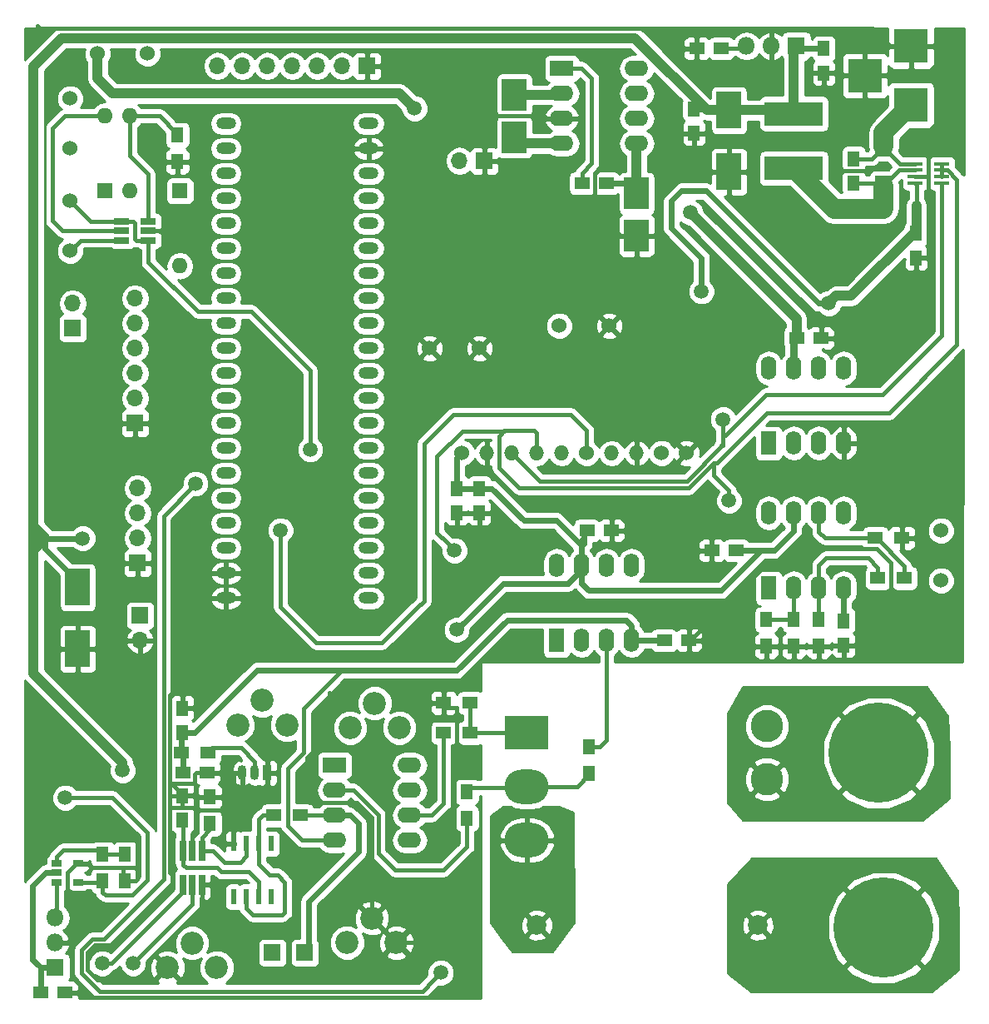
<source format=gbr>
G04 #@! TF.FileFunction,Copper,L1,Top,Signal*
%FSLAX46Y46*%
G04 Gerber Fmt 4.6, Leading zero omitted, Abs format (unit mm)*
G04 Created by KiCad (PCBNEW 4.0.7) date 04/22/18 17:19:42*
%MOMM*%
%LPD*%
G01*
G04 APERTURE LIST*
%ADD10C,0.100000*%
%ADD11C,1.524000*%
%ADD12R,0.600000X1.550000*%
%ADD13R,2.500000X3.750000*%
%ADD14R,1.250000X1.500000*%
%ADD15R,1.500000X1.250000*%
%ADD16R,2.500000X3.200000*%
%ADD17R,1.600000X1.600000*%
%ADD18O,1.600000X1.600000*%
%ADD19C,2.000000*%
%ADD20R,1.700000X1.700000*%
%ADD21O,1.700000X1.700000*%
%ADD22C,10.160000*%
%ADD23R,3.500000X3.500000*%
%ADD24R,5.900000X2.450000*%
%ADD25R,1.500000X1.300000*%
%ADD26R,1.300000X1.500000*%
%ADD27R,1.700000X2.000000*%
%ADD28C,2.340000*%
%ADD29O,0.900000X1.500000*%
%ADD30R,0.900000X1.500000*%
%ADD31O,1.524000X1.524000*%
%ADD32R,2.400000X1.600000*%
%ADD33O,2.400000X1.600000*%
%ADD34R,1.600000X2.400000*%
%ADD35O,1.600000X2.400000*%
%ADD36R,0.650000X2.000000*%
%ADD37R,1.060000X0.650000*%
%ADD38R,1.800000X1.800000*%
%ADD39O,1.800000X1.800000*%
%ADD40O,2.000000X1.200000*%
%ADD41R,1.560000X0.650000*%
%ADD42R,1.560000X0.400000*%
%ADD43R,4.500000X3.500000*%
%ADD44O,4.500000X3.500000*%
%ADD45C,3.300000*%
%ADD46C,1.500000*%
%ADD47C,0.400000*%
%ADD48C,0.600000*%
%ADD49C,1.000000*%
%ADD50C,0.800000*%
%ADD51C,2.000000*%
%ADD52C,0.254000*%
G04 APERTURE END LIST*
D10*
D11*
X46990000Y66802000D03*
X41910000Y66802000D03*
D12*
X25781000Y16416000D03*
X24511000Y16416000D03*
X23241000Y16416000D03*
X21971000Y16416000D03*
X21971000Y11016000D03*
X23241000Y11016000D03*
X24511000Y11016000D03*
X25781000Y11016000D03*
D13*
X6096000Y42495000D03*
X6096000Y36245000D03*
D14*
X46990000Y52558000D03*
X46990000Y50058000D03*
X44704000Y52558000D03*
X44704000Y50058000D03*
D15*
X19284000Y23622000D03*
X16784000Y23622000D03*
X79268000Y67818000D03*
X81768000Y67818000D03*
X57932000Y48260000D03*
X60432000Y48260000D03*
X68306000Y37084000D03*
X65806000Y37084000D03*
X73132000Y46228000D03*
X70632000Y46228000D03*
D14*
X84074000Y39096000D03*
X84074000Y36596000D03*
X16764000Y18816000D03*
X16764000Y21316000D03*
D15*
X2306000Y1270000D03*
X4806000Y1270000D03*
D16*
X50546000Y92574000D03*
X50546000Y88274000D03*
D14*
X91440000Y78486000D03*
X91440000Y75986000D03*
X85090000Y83586000D03*
X85090000Y86086000D03*
D16*
X62992000Y78250000D03*
X62992000Y82550000D03*
D14*
X68834000Y91166000D03*
X68834000Y88666000D03*
D15*
X57424000Y83566000D03*
X59924000Y83566000D03*
D13*
X72390000Y91009000D03*
X72390000Y84759000D03*
D14*
X82042000Y97282000D03*
X82042000Y94782000D03*
D15*
X71608000Y97282000D03*
X69108000Y97282000D03*
D17*
X16510000Y82804000D03*
D18*
X16510000Y75184000D03*
D19*
X75332000Y8128000D03*
X52832000Y8128000D03*
D20*
X12192000Y44958000D03*
D21*
X12192000Y47498000D03*
X12192000Y50038000D03*
X12192000Y52578000D03*
D20*
X35560000Y95504000D03*
D21*
X33020000Y95504000D03*
X30480000Y95504000D03*
X27940000Y95504000D03*
X25400000Y95504000D03*
X22860000Y95504000D03*
X20320000Y95504000D03*
D20*
X11938000Y59182000D03*
D21*
X11938000Y61722000D03*
X11938000Y64262000D03*
X11938000Y66802000D03*
X11938000Y69342000D03*
X11938000Y71882000D03*
D22*
X88138000Y7874000D03*
X87630000Y25654000D03*
D11*
X93980000Y43180000D03*
X93980000Y48260000D03*
D20*
X47498000Y85852000D03*
D21*
X44958000Y85852000D03*
D20*
X5588000Y68834000D03*
D21*
X5588000Y71374000D03*
D20*
X12446000Y39624000D03*
D21*
X12446000Y37084000D03*
D11*
X5334000Y81788000D03*
X5334000Y76708000D03*
X13208000Y96774000D03*
X8128000Y96774000D03*
X5334000Y87122000D03*
X5334000Y92202000D03*
D23*
X90932000Y91536000D03*
X90932000Y97536000D03*
X86232000Y94536000D03*
D24*
X78994000Y85109000D03*
X78994000Y90659000D03*
D25*
X16684000Y25654000D03*
X19384000Y25654000D03*
X46054000Y27686000D03*
X43354000Y27686000D03*
D26*
X45720000Y18970000D03*
X45720000Y21670000D03*
D25*
X46054000Y30734000D03*
X43354000Y30734000D03*
D26*
X58166000Y23542000D03*
X58166000Y26242000D03*
D25*
X89996000Y47498000D03*
X87296000Y47498000D03*
X87550000Y43434000D03*
X90250000Y43434000D03*
D26*
X76200000Y36496000D03*
X76200000Y39196000D03*
X81534000Y39196000D03*
X81534000Y36496000D03*
X78994000Y36496000D03*
X78994000Y39196000D03*
X19558000Y18462000D03*
X19558000Y21162000D03*
X8636000Y15320000D03*
X8636000Y12620000D03*
D25*
X28782000Y19304000D03*
X26082000Y19304000D03*
D26*
X10922000Y12620000D03*
X10922000Y15320000D03*
X16256000Y88472000D03*
X16256000Y85772000D03*
D27*
X88138000Y83344000D03*
X88138000Y87344000D03*
D28*
X27392000Y28488000D03*
X24892000Y30988000D03*
X22392000Y28488000D03*
X38822000Y28194000D03*
X36322000Y30694000D03*
X33822000Y28194000D03*
X38528000Y6350000D03*
X36028000Y8850000D03*
X33528000Y6350000D03*
X20240000Y3810000D03*
X17740000Y6310000D03*
X15240000Y3810000D03*
D20*
X29210000Y5334000D03*
X25908000Y5334000D03*
D29*
X24130000Y23622000D03*
X22860000Y23622000D03*
D30*
X25400000Y23622000D03*
D11*
X45212000Y56134000D03*
D31*
X47752000Y56134000D03*
X50292000Y56134000D03*
X52832000Y56134000D03*
X55372000Y56134000D03*
X60452000Y56134000D03*
X62992000Y56134000D03*
D11*
X65532000Y56134000D03*
X68072000Y56134000D03*
X57912000Y56134000D03*
D32*
X32258000Y24384000D03*
D33*
X39878000Y16764000D03*
X32258000Y21844000D03*
X39878000Y19304000D03*
X32258000Y19304000D03*
X39878000Y21844000D03*
X32258000Y16764000D03*
X39878000Y24384000D03*
D34*
X76454000Y57150000D03*
D35*
X84074000Y64770000D03*
X78994000Y57150000D03*
X81534000Y64770000D03*
X81534000Y57150000D03*
X78994000Y64770000D03*
X84074000Y57150000D03*
X76454000Y64770000D03*
D34*
X54864000Y37084000D03*
D35*
X62484000Y44704000D03*
X57404000Y37084000D03*
X59944000Y44704000D03*
X59944000Y37084000D03*
X57404000Y44704000D03*
X62484000Y37084000D03*
X54864000Y44704000D03*
D34*
X76454000Y42418000D03*
D35*
X84074000Y50038000D03*
X78994000Y42418000D03*
X81534000Y50038000D03*
X81534000Y42418000D03*
X78994000Y50038000D03*
X84074000Y42418000D03*
X76454000Y50038000D03*
D36*
X18730000Y15680000D03*
X17780000Y15680000D03*
X16830000Y15680000D03*
X16830000Y12260000D03*
X17780000Y12260000D03*
X18730000Y12260000D03*
D37*
X3980000Y14412000D03*
X3980000Y13462000D03*
X3980000Y12512000D03*
X6180000Y12512000D03*
X6180000Y14412000D03*
D38*
X3810000Y3810000D03*
D39*
X3810000Y6350000D03*
X3810000Y8890000D03*
D40*
X35698000Y89662000D03*
X21198000Y89662000D03*
X35698000Y87122000D03*
X21198000Y87122000D03*
X35698000Y84582000D03*
X21198000Y84582000D03*
X35698000Y82042000D03*
X21198000Y82042000D03*
X35698000Y79502000D03*
X21198000Y79502000D03*
X35698000Y76962000D03*
X21198000Y76962000D03*
X35698000Y74422000D03*
X21198000Y74422000D03*
X35698000Y71882000D03*
X21198000Y71882000D03*
X35698000Y69342000D03*
X21198000Y69342000D03*
X35698000Y66802000D03*
X21198000Y66802000D03*
X35698000Y64262000D03*
X21198000Y64262000D03*
X35698000Y61722000D03*
X21198000Y61722000D03*
X35698000Y59182000D03*
X21198000Y59182000D03*
X35698000Y56642000D03*
X21198000Y56642000D03*
X35698000Y54102000D03*
X21198000Y54102000D03*
X35698000Y51562000D03*
X21198000Y51562000D03*
X35698000Y49022000D03*
X21198000Y49022000D03*
X35698000Y46482000D03*
X21198000Y46482000D03*
X35698000Y43942000D03*
X21198000Y43942000D03*
X35698000Y41402000D03*
X21198000Y41402000D03*
D41*
X13288000Y77790000D03*
X13288000Y78740000D03*
X13288000Y79690000D03*
X10588000Y79690000D03*
X10588000Y77790000D03*
X10588000Y78740000D03*
D17*
X8890000Y82804000D03*
D18*
X11430000Y90424000D03*
X11430000Y82804000D03*
X8890000Y90424000D03*
D32*
X55372000Y95250000D03*
D33*
X62992000Y87630000D03*
X55372000Y92710000D03*
X62992000Y90170000D03*
X55372000Y90170000D03*
X62992000Y92710000D03*
X55372000Y87630000D03*
X62992000Y95250000D03*
D42*
X91360000Y85562000D03*
X91360000Y84912000D03*
X91360000Y84252000D03*
X91360000Y83602000D03*
X94060000Y83602000D03*
X94060000Y84252000D03*
X94060000Y84912000D03*
X94060000Y85562000D03*
D38*
X79248000Y97536000D03*
D39*
X76708000Y97536000D03*
X74168000Y97536000D03*
D14*
X16764000Y30206000D03*
X16764000Y27706000D03*
D11*
X55118000Y69088000D03*
X60198000Y69088000D03*
D43*
X51816000Y27686000D03*
D44*
X51816000Y22236000D03*
X51816000Y16786000D03*
D45*
X76246000Y28352000D03*
X76246000Y23002000D03*
D46*
X42926000Y7620000D03*
X44662300Y38172706D03*
X68470162Y80593558D03*
X10668000Y23876000D03*
X6595807Y47477918D03*
X69586502Y72600595D03*
X40386000Y91186000D03*
X82550000Y71374000D03*
X11718372Y4246925D03*
X71789931Y59587153D03*
X8611534Y4246924D03*
X44450000Y46228000D03*
X72390000Y51308000D03*
X29759223Y56513364D03*
X4826000Y21082000D03*
X43045417Y3301135D03*
X18092602Y53027398D03*
X26737795Y48295255D03*
D47*
X4806000Y1270000D02*
X5956000Y1270000D01*
X5956000Y1270000D02*
X6464000Y762000D01*
X6464000Y762000D02*
X43942000Y762000D01*
X43942000Y762000D02*
X45466000Y2286000D01*
X45466000Y2286000D02*
X45466000Y4826000D01*
X45466000Y4826000D02*
X43942000Y6350000D01*
X43942000Y6350000D02*
X40182629Y6350000D01*
X40182629Y6350000D02*
X38528000Y6350000D01*
X9652000Y6096000D02*
X12446000Y8890000D01*
X7874000Y6096000D02*
X9652000Y6096000D01*
X7112000Y5334000D02*
X7874000Y6096000D01*
X7112000Y3556000D02*
X7112000Y5334000D01*
X8128000Y2540000D02*
X7112000Y3556000D01*
X8636000Y2540000D02*
X8128000Y2540000D01*
X13970000Y2540000D02*
X8636000Y2540000D01*
X15240000Y3810000D02*
X13970000Y2540000D01*
X18034000Y22606000D02*
X18034000Y23522000D01*
X18034000Y23522000D02*
X18134000Y23622000D01*
X18134000Y23622000D02*
X19284000Y23622000D01*
X17974999Y22546999D02*
X18034000Y22606000D01*
X15494000Y22606000D02*
X15494000Y22849999D01*
X15494000Y21336000D02*
X15494000Y22606000D01*
X15494000Y22606000D02*
X15553001Y22546999D01*
X15553001Y22546999D02*
X17974999Y22546999D01*
X15494000Y20066000D02*
X15494000Y21336000D01*
X16764000Y21316000D02*
X15514000Y21316000D01*
X15514000Y21316000D02*
X15494000Y21336000D01*
X18288000Y20066000D02*
X16764000Y20066000D01*
X16764000Y20066000D02*
X15494000Y20066000D01*
X16764000Y21316000D02*
X16764000Y20166000D01*
X16764000Y20166000D02*
X16764000Y20066000D01*
X15483999Y22721001D02*
X15483999Y22860000D01*
X15483999Y22860000D02*
X15483999Y31485999D01*
X15494000Y22849999D02*
X15483999Y22860000D01*
X15494000Y13462000D02*
X15748000Y13208000D01*
X15494000Y20066000D02*
X15494000Y13462000D01*
X18288000Y20066000D02*
X18288000Y21094762D01*
X18288000Y19812000D02*
X18288000Y20066000D01*
X18288000Y17588000D02*
X18288000Y19812000D01*
X21971000Y19431000D02*
X21590000Y19812000D01*
X21590000Y19812000D02*
X18288000Y19812000D01*
X21971000Y16416000D02*
X21971000Y19431000D01*
X21971000Y16416000D02*
X21971000Y21336000D01*
X25400000Y23622000D02*
X25400000Y22472000D01*
X21971000Y21336000D02*
X21971000Y23583000D01*
X24264000Y21336000D02*
X21971000Y21336000D01*
X25400000Y22472000D02*
X24264000Y21336000D01*
X21971000Y23583000D02*
X22010000Y23622000D01*
X22010000Y23622000D02*
X22860000Y23622000D01*
X79248000Y44704000D02*
X76051000Y44704000D01*
X76051000Y44704000D02*
X68431000Y37084000D01*
X68431000Y37084000D02*
X68306000Y37084000D01*
X80941999Y46397999D02*
X79248000Y44704000D01*
X88900000Y44958000D02*
X87460001Y46397999D01*
X87460001Y46397999D02*
X80941999Y46397999D01*
X88900000Y41910000D02*
X88900000Y44958000D01*
X90424000Y40386000D02*
X88900000Y41910000D01*
X91614000Y40386000D02*
X90424000Y40386000D01*
X92416000Y41188000D02*
X91614000Y40386000D01*
X92416000Y46228000D02*
X92416000Y41188000D01*
X89996000Y47498000D02*
X91146000Y47498000D01*
X91146000Y47498000D02*
X92416000Y46228000D01*
X2286000Y99314000D02*
X2032000Y99568000D01*
X87004000Y99314000D02*
X2286000Y99314000D01*
X90932000Y97536000D02*
X88782000Y97536000D01*
X88782000Y97536000D02*
X87004000Y99314000D01*
X86768002Y85090000D02*
X88392000Y85090000D01*
X86564001Y84885999D02*
X86768002Y85090000D01*
X83312000Y85344000D02*
X83770001Y84885999D01*
X83770001Y84885999D02*
X86564001Y84885999D01*
X83312000Y87376000D02*
X83312000Y85344000D01*
X82804000Y87884000D02*
X83312000Y87376000D01*
X82550000Y87884000D02*
X83566000Y87884000D01*
X73240000Y87884000D02*
X82550000Y87884000D01*
X82550000Y87884000D02*
X82804000Y87884000D01*
X83566000Y87884000D02*
X86232000Y90550000D01*
X86232000Y90550000D02*
X86232000Y94536000D01*
X72390000Y84759000D02*
X72390000Y87034000D01*
X72390000Y87034000D02*
X73240000Y87884000D01*
X59770998Y85598000D02*
X59770998Y93391002D01*
X62992000Y78250000D02*
X61342000Y78250000D01*
X61342000Y78250000D02*
X58723999Y80868001D01*
X58723999Y80868001D02*
X58723999Y84551001D01*
X58723999Y84551001D02*
X59770998Y85598000D01*
X48514000Y90424000D02*
X48260000Y90678000D01*
X53518000Y90424000D02*
X48514000Y90424000D01*
X55372000Y90170000D02*
X53772000Y90170000D01*
X53772000Y90170000D02*
X53518000Y90424000D01*
X93980000Y87884000D02*
X93980000Y94488000D01*
X93980000Y94488000D02*
X93980000Y97282000D01*
X86232000Y94536000D02*
X88382000Y94536000D01*
X88382000Y94536000D02*
X88430000Y94488000D01*
X88430000Y94488000D02*
X93980000Y94488000D01*
X93980000Y97282000D02*
X93726000Y97536000D01*
X93726000Y97536000D02*
X90932000Y97536000D01*
X92710000Y86614000D02*
X92710000Y86868000D01*
X92710000Y85344000D02*
X92710000Y86614000D01*
X92710000Y86614000D02*
X93980000Y87884000D01*
X92710000Y75946000D02*
X92670000Y75986000D01*
X92670000Y75986000D02*
X91440000Y75986000D01*
X92710000Y84422000D02*
X92710000Y85344000D01*
X92710000Y85344000D02*
X92710000Y75946000D01*
X31750000Y27432000D02*
X31750000Y31750000D01*
X29464000Y25146000D02*
X31750000Y27432000D01*
X29464000Y20828000D02*
X29464000Y25146000D01*
X29698010Y20593990D02*
X29464000Y20828000D01*
X36028000Y19090000D02*
X34524010Y20593990D01*
X34524010Y20593990D02*
X29698010Y20593990D01*
X36028000Y8850000D02*
X36028000Y19090000D01*
X5080000Y11176000D02*
X5080000Y13517000D01*
X5080000Y13517000D02*
X5975000Y14412000D01*
X5975000Y14412000D02*
X6180000Y14412000D01*
X6858000Y9398000D02*
X5080000Y11176000D01*
X6858000Y8125208D02*
X6858000Y9398000D01*
X3810000Y6350000D02*
X5082792Y6350000D01*
X5082792Y6350000D02*
X6858000Y8125208D01*
X12192000Y13970000D02*
X12192000Y17018000D01*
X12192000Y12840000D02*
X12192000Y13970000D01*
X7552000Y13970000D02*
X10160000Y13970000D01*
X10160000Y13970000D02*
X10722000Y13970000D01*
X12192000Y13970000D02*
X10160000Y13970000D01*
X10922000Y12620000D02*
X10922000Y12720000D01*
X10922000Y12720000D02*
X10722000Y12920000D01*
X10722000Y12920000D02*
X10722000Y13970000D01*
X11176000Y18034000D02*
X9398000Y18034000D01*
X12192000Y17018000D02*
X11176000Y18034000D01*
X10922000Y12620000D02*
X11972000Y12620000D01*
X11972000Y12620000D02*
X12192000Y12840000D01*
X16764000Y21316000D02*
X16764000Y21441000D01*
X16764000Y21441000D02*
X15483999Y22721001D01*
X15483999Y31485999D02*
X16256000Y32258000D01*
X16256000Y32258000D02*
X16764000Y31750000D01*
X16764000Y31750000D02*
X16764000Y30206000D01*
X18730000Y12260000D02*
X18730000Y9712458D01*
X25374266Y3068192D02*
X35246192Y3068192D01*
X18730000Y9712458D02*
X25374266Y3068192D01*
X35246192Y3068192D02*
X38528000Y6350000D01*
X6180000Y14412000D02*
X7110000Y14412000D01*
X7110000Y14412000D02*
X7552000Y13970000D01*
X3536000Y6076000D02*
X3810000Y6350000D01*
X19050000Y84836000D02*
X18114000Y85772000D01*
X18114000Y85772000D02*
X16256000Y85772000D01*
X19050000Y81534000D02*
X19050000Y84836000D01*
X16256000Y78740000D02*
X19050000Y81534000D01*
X13288000Y78740000D02*
X16256000Y78740000D01*
X25400000Y23622000D02*
X26250000Y23622000D01*
X91360000Y84252000D02*
X92540000Y84252000D01*
X92540000Y84252000D02*
X92710000Y84422000D01*
X44683909Y30226000D02*
X44683909Y28956000D01*
X44683909Y28956000D02*
X44683909Y23601909D01*
X43180000Y29002000D02*
X44637909Y29002000D01*
X44637909Y29002000D02*
X44683909Y28956000D01*
X43180000Y29002000D02*
X41702000Y29002000D01*
X43354000Y30226000D02*
X43354000Y29176000D01*
X43354000Y29176000D02*
X43180000Y29002000D01*
X43354000Y30226000D02*
X44683909Y30226000D01*
X44683909Y23601909D02*
X44450000Y23368000D01*
X44450000Y23368000D02*
X44450000Y17272000D01*
X44450000Y17272000D02*
X43434000Y16256000D01*
X43434000Y16256000D02*
X43434000Y16002000D01*
X17780000Y15680000D02*
X17780000Y17080000D01*
X17780000Y17080000D02*
X18288000Y17588000D01*
X18288000Y21094762D02*
X18355238Y21162000D01*
X18355238Y21162000D02*
X19558000Y21162000D01*
D48*
X73132000Y46228000D02*
X75692000Y46228000D01*
X56004000Y42904000D02*
X49393594Y42904000D01*
X57404000Y44304000D02*
X56004000Y42904000D01*
X57404000Y44704000D02*
X57404000Y44304000D01*
X45412299Y38922705D02*
X44662300Y38172706D01*
X49393594Y42904000D02*
X45412299Y38922705D01*
X1524000Y4596000D02*
X2056000Y4064000D01*
X2056000Y4064000D02*
X2310000Y3810000D01*
X2306000Y3814000D02*
X2056000Y4064000D01*
X2306000Y1270000D02*
X2306000Y3814000D01*
X78720000Y50312000D02*
X78994000Y50038000D01*
X57404000Y46723239D02*
X57150000Y46977239D01*
X57150000Y46977239D02*
X54854609Y49272630D01*
X57658000Y48280000D02*
X57658000Y47485239D01*
X57658000Y47485239D02*
X57150000Y46977239D01*
X57658000Y48280000D02*
X57658000Y46930000D01*
X57658000Y46930000D02*
X57451239Y46723239D01*
X57451239Y46723239D02*
X57404000Y46723239D01*
X57404000Y44704000D02*
X57404000Y42904000D01*
X57404000Y42904000D02*
X58144000Y42164000D01*
X78994000Y48238000D02*
X78994000Y50038000D01*
X58144000Y42164000D02*
X71628000Y42164000D01*
X71628000Y42164000D02*
X75692000Y46228000D01*
X75692000Y46228000D02*
X76984000Y46228000D01*
X76984000Y46228000D02*
X78994000Y48238000D01*
D49*
X79268000Y67818000D02*
X79268000Y69795720D01*
X79268000Y69795720D02*
X68470162Y80593558D01*
D48*
X4044000Y3576000D02*
X3810000Y3810000D01*
X3980000Y13462000D02*
X2850000Y13462000D01*
X2850000Y13462000D02*
X1524000Y12136000D01*
X1524000Y12136000D02*
X1524000Y4596000D01*
X2310000Y3810000D02*
X3810000Y3810000D01*
X57404000Y44704000D02*
X57404000Y46723239D01*
X54854609Y49272630D02*
X51500370Y49272630D01*
X51500370Y49272630D02*
X48215000Y52558000D01*
X48215000Y52558000D02*
X46990000Y52558000D01*
X46990000Y52558000D02*
X44704000Y52558000D01*
X44704000Y52558000D02*
X44704000Y55626000D01*
X44704000Y55626000D02*
X45212000Y56134000D01*
D50*
X78994000Y64770000D02*
X78994000Y67544000D01*
D47*
X78994000Y67544000D02*
X79268000Y67818000D01*
D49*
X1585005Y95458614D02*
X1585005Y49784000D01*
X62785011Y98363989D02*
X4490380Y98363989D01*
X70140000Y91009000D02*
X62785011Y98363989D01*
X72390000Y91009000D02*
X70140000Y91009000D01*
X4490380Y98363989D02*
X1585005Y95458614D01*
D48*
X68834000Y91166000D02*
X72233000Y91166000D01*
X72233000Y91166000D02*
X72390000Y91009000D01*
D49*
X10668000Y24638000D02*
X10668000Y23876000D01*
X1586088Y33719912D02*
X10668000Y24638000D01*
X1586088Y46290088D02*
X1586088Y33719912D01*
D48*
X2814082Y47477918D02*
X6595807Y47477918D01*
X2794000Y47498000D02*
X2814082Y47477918D01*
D49*
X1585005Y49784000D02*
X1585005Y48706995D01*
X1586088Y46290088D02*
X1586088Y49782917D01*
X1586088Y49782917D02*
X1585005Y49784000D01*
X2794000Y47498000D02*
X1586088Y46290088D01*
X1585005Y48706995D02*
X2794000Y47498000D01*
D48*
X6096000Y42495000D02*
X6096000Y43120000D01*
X6096000Y43120000D02*
X2794000Y46422000D01*
X2794000Y46422000D02*
X2794000Y47498000D01*
D49*
X73406000Y91009000D02*
X78644000Y91009000D01*
X78644000Y91009000D02*
X78994000Y90659000D01*
X78994000Y90659000D02*
X78994000Y97282000D01*
X78994000Y97282000D02*
X79248000Y97536000D01*
D48*
X82042000Y97282000D02*
X79502000Y97282000D01*
X79502000Y97282000D02*
X79248000Y97536000D01*
X78995000Y90658000D02*
X78994000Y90659000D01*
D47*
X42164000Y19304000D02*
X39878000Y19304000D01*
X43354000Y27686000D02*
X43354000Y20494000D01*
X43354000Y20494000D02*
X42164000Y19304000D01*
X29112001Y25713255D02*
X29112001Y30128001D01*
X27481999Y24083253D02*
X29112001Y25713255D01*
X27481999Y18213999D02*
X27481999Y24083253D01*
X32258000Y16764000D02*
X28931998Y16764000D01*
X29112001Y30128001D02*
X33020000Y34036000D01*
X28931998Y16764000D02*
X27481999Y18213999D01*
D48*
X33020000Y34036000D02*
X44704000Y34036000D01*
X44704000Y34036000D02*
X49806863Y39138863D01*
X49806863Y39138863D02*
X61924298Y39138863D01*
X61924298Y39138863D02*
X62484000Y38579161D01*
X62484000Y38579161D02*
X62484000Y37084000D01*
X24319000Y34036000D02*
X33020000Y34036000D01*
X16764000Y27706000D02*
X17989000Y27706000D01*
X17989000Y27706000D02*
X24319000Y34036000D01*
X59924000Y83566000D02*
X61976000Y83566000D01*
X61976000Y83566000D02*
X62992000Y82550000D01*
X16784000Y23622000D02*
X16784000Y25554000D01*
X16784000Y25554000D02*
X16684000Y25654000D01*
D49*
X62992000Y87630000D02*
X62992000Y82550000D01*
D48*
X65806000Y37084000D02*
X62484000Y37084000D01*
X84074000Y39096000D02*
X84074000Y42418000D01*
X16684000Y25654000D02*
X16684000Y27626000D01*
X16684000Y27626000D02*
X16764000Y27706000D01*
D47*
X16830000Y15680000D02*
X16830000Y18750000D01*
X16830000Y18750000D02*
X16764000Y18816000D01*
X16830000Y15680000D02*
X16830000Y14280000D01*
X16830000Y14280000D02*
X17140000Y13970000D01*
X20674669Y13542278D02*
X23541722Y13542278D01*
X17140000Y13970000D02*
X20246947Y13970000D01*
X20246947Y13970000D02*
X20674669Y13542278D01*
X24511000Y12573000D02*
X24511000Y11016000D01*
X23541722Y13542278D02*
X24511000Y12573000D01*
D48*
X70043002Y82793179D02*
X67564000Y82793179D01*
X66548000Y78994000D02*
X66548000Y81777179D01*
X66548000Y81777179D02*
X67564000Y82793179D01*
X69586502Y75955498D02*
X66548000Y78994000D01*
X69586502Y72600595D02*
X69586502Y75955498D01*
X82550000Y71374000D02*
X81462181Y71374000D01*
X81462181Y71374000D02*
X70043002Y82793179D01*
D47*
X10588000Y78740000D02*
X4572000Y78740000D01*
X4572000Y78740000D02*
X3556000Y79756000D01*
X3556000Y79756000D02*
X3556000Y89154000D01*
X3556000Y89154000D02*
X4826000Y90424000D01*
X4826000Y90424000D02*
X8890000Y90424000D01*
D49*
X9652000Y92710000D02*
X8128000Y94234000D01*
X8128000Y94234000D02*
X8128000Y96774000D01*
X38862000Y92710000D02*
X9652000Y92710000D01*
X40386000Y91186000D02*
X38862000Y92710000D01*
X84823999Y72123999D02*
X91460000Y78760000D01*
X91460000Y78760000D02*
X91460000Y81280000D01*
X82550000Y71374000D02*
X83299999Y72123999D01*
X83299999Y72123999D02*
X84823999Y72123999D01*
D47*
X91460000Y81280000D02*
X91460000Y83502000D01*
X91460000Y83502000D02*
X91360000Y83602000D01*
D49*
X50546000Y92574000D02*
X55236000Y92574000D01*
X55236000Y92574000D02*
X55372000Y92710000D01*
D47*
X94060000Y83602000D02*
X94060000Y68136561D01*
X94060000Y68136561D02*
X88034359Y62110920D01*
X88034359Y62110920D02*
X76183937Y62110920D01*
X76183937Y62110920D02*
X72016695Y57943678D01*
X72016695Y57943678D02*
X71757106Y57943678D01*
X71628000Y56938848D02*
X71628000Y56799254D01*
X71757106Y57943678D02*
X71757106Y57067954D01*
X71757106Y57067954D02*
X71628000Y56938848D01*
X17780000Y12260000D02*
X17780000Y10308553D01*
X12468371Y4996924D02*
X11718372Y4246925D01*
X17780000Y10308553D02*
X12468371Y4996924D01*
X71789931Y58526493D02*
X71789931Y59587153D01*
X71789931Y56961185D02*
X71789931Y58526493D01*
X71628000Y56799254D02*
X71789931Y56961185D01*
X71628000Y56799254D02*
X68137346Y53308600D01*
X53117400Y53308600D02*
X50292000Y56134000D01*
X68137346Y53308600D02*
X53117400Y53308600D01*
X94060000Y84912000D02*
X94640000Y84912000D01*
X88686681Y60238681D02*
X76260339Y60238681D01*
X94640000Y84912000D02*
X95590922Y83961078D01*
X76260339Y60238681D02*
X71139658Y55118000D01*
X95590922Y83961078D02*
X95590922Y67142922D01*
X95590922Y67142922D02*
X88686681Y60238681D01*
X71139658Y55118000D02*
X70866000Y55118000D01*
X9491924Y4246924D02*
X8611534Y4246924D01*
X16830000Y11585000D02*
X9491924Y4246924D01*
X16830000Y12260000D02*
X16830000Y11585000D01*
X49493910Y58383910D02*
X45253235Y58383910D01*
X49530000Y58420000D02*
X49493910Y58383910D01*
X45253235Y58383910D02*
X42675927Y55806602D01*
X42675927Y48002073D02*
X43700001Y46977999D01*
X43700001Y46977999D02*
X44450000Y46228000D01*
X42675927Y55806602D02*
X42675927Y48002073D01*
X72390000Y52368660D02*
X70866000Y53892660D01*
X70866000Y55118000D02*
X68326000Y52578000D01*
X72390000Y51308000D02*
X72390000Y52368660D01*
X70866000Y53892660D02*
X70866000Y55118000D01*
X52832000Y58166000D02*
X52832000Y56134000D01*
X68326000Y52578000D02*
X51054000Y52578000D01*
X51054000Y52578000D02*
X48964001Y54667999D01*
X48964001Y54667999D02*
X48964001Y57854001D01*
X48964001Y57854001D02*
X49530000Y58420000D01*
X52578000Y58420000D02*
X52832000Y58166000D01*
X49530000Y58420000D02*
X52578000Y58420000D01*
X94060000Y84912000D02*
X94060000Y84252000D01*
X94060000Y85562000D02*
X94060000Y84912000D01*
X29759223Y64522706D02*
X29759223Y57574024D01*
X23739919Y70542010D02*
X29759223Y64522706D01*
X18311213Y70542010D02*
X23739919Y70542010D01*
X29759223Y57574024D02*
X29759223Y56513364D01*
X13288000Y77790000D02*
X13288000Y75565223D01*
X13288000Y75565223D02*
X18311213Y70542010D01*
X13288000Y77790000D02*
X12108000Y77790000D01*
X11768000Y79690000D02*
X10588000Y79690000D01*
X12108000Y77790000D02*
X11938000Y77960000D01*
X11938000Y79520000D02*
X11768000Y79690000D01*
X11938000Y77960000D02*
X11938000Y79520000D01*
X10588000Y79690000D02*
X7432000Y79690000D01*
X7432000Y79690000D02*
X5334000Y81788000D01*
X11430000Y90424000D02*
X14404000Y90424000D01*
X14404000Y90424000D02*
X16256000Y88572000D01*
X16256000Y88572000D02*
X16256000Y88472000D01*
X13288000Y84502000D02*
X11430000Y86360000D01*
X11430000Y86360000D02*
X11430000Y90424000D01*
X13288000Y79690000D02*
X13288000Y84502000D01*
X46054000Y27686000D02*
X46054000Y30226000D01*
X46054000Y27686000D02*
X51816000Y27686000D01*
X51816000Y22236000D02*
X56960000Y22236000D01*
X56960000Y22236000D02*
X58166000Y23442000D01*
X58166000Y23442000D02*
X58166000Y23542000D01*
X45800000Y22098000D02*
X51678000Y22098000D01*
X51678000Y22098000D02*
X51816000Y22236000D01*
X22740000Y26162000D02*
X19812000Y26162000D01*
X24130000Y23622000D02*
X24130000Y24772000D01*
X24130000Y24772000D02*
X22740000Y26162000D01*
X59944000Y37084000D02*
X59944000Y26970000D01*
X59944000Y26970000D02*
X59216000Y26242000D01*
X59216000Y26242000D02*
X58166000Y26242000D01*
X59944000Y37484000D02*
X59944000Y37084000D01*
X82296000Y45466000D02*
X81534000Y44704000D01*
X81534000Y44704000D02*
X81534000Y42418000D01*
X86568000Y45466000D02*
X82296000Y45466000D01*
X87550000Y43434000D02*
X87550000Y44484000D01*
X87550000Y44484000D02*
X86568000Y45466000D01*
X81534000Y39196000D02*
X81534000Y42418000D01*
X13208000Y17526000D02*
X9652000Y21082000D01*
X9652000Y21082000D02*
X4826000Y21082000D01*
X13208000Y12695998D02*
X13208000Y17526000D01*
X8930000Y11176000D02*
X11688002Y11176000D01*
X11688002Y11176000D02*
X13208000Y12695998D01*
X8636000Y12620000D02*
X8636000Y11470000D01*
X8636000Y11470000D02*
X8930000Y11176000D01*
X6180000Y12512000D02*
X8528000Y12512000D01*
X8528000Y12512000D02*
X8636000Y12620000D01*
D48*
X29718000Y5334000D02*
X29588502Y5463498D01*
X29588502Y5463498D02*
X29588502Y10537258D01*
X33802336Y19304000D02*
X32258000Y19304000D01*
X29588502Y10537258D02*
X34655674Y15604430D01*
X34655674Y15604430D02*
X34655674Y18450662D01*
X34655674Y18450662D02*
X33802336Y19304000D01*
D47*
X32258000Y19304000D02*
X28782000Y19304000D01*
X42295418Y2551136D02*
X43045417Y3301135D01*
X41156293Y1412011D02*
X42295418Y2551136D01*
X8336735Y1412011D02*
X41156293Y1412011D01*
X6461989Y3286757D02*
X8336735Y1412011D01*
X6461989Y5603243D02*
X6461989Y3286757D01*
X8802528Y6746011D02*
X7604757Y6746011D01*
X14833988Y12777471D02*
X8802528Y6746011D01*
X14833988Y49768784D02*
X14833988Y12777471D01*
X7604757Y6746011D02*
X6461989Y5603243D01*
X18092602Y53027398D02*
X14833988Y49768784D01*
X37084000Y36830000D02*
X40640000Y40386000D01*
X41350098Y57076391D02*
X41350098Y41096098D01*
X41350098Y41096098D02*
X40640000Y40386000D01*
X57912000Y56134000D02*
X57912000Y58464069D01*
X57912000Y58464069D02*
X56288313Y60087756D01*
X56288313Y60087756D02*
X44361463Y60087756D01*
X44361463Y60087756D02*
X41350098Y57076391D01*
X26737795Y48295255D02*
X26737795Y40476371D01*
X26737795Y40476371D02*
X30384166Y36830000D01*
X30384166Y36830000D02*
X37084000Y36830000D01*
X90250000Y44484000D02*
X90250000Y43434000D01*
X90250000Y44644000D02*
X90250000Y44484000D01*
X87396000Y47498000D02*
X90250000Y44644000D01*
X87296000Y47498000D02*
X87396000Y47498000D01*
X87296000Y47498000D02*
X82157069Y47498000D01*
X82157069Y47498000D02*
X81534000Y48121069D01*
X81534000Y48121069D02*
X81534000Y50038000D01*
X10588000Y77790000D02*
X6416000Y77790000D01*
X6416000Y77790000D02*
X5334000Y76708000D01*
X45720000Y18970000D02*
X45720000Y16082000D01*
X33858000Y21844000D02*
X32258000Y21844000D01*
X45720000Y16082000D02*
X43354000Y13716000D01*
X36678010Y15446980D02*
X36678010Y19359244D01*
X43354000Y13716000D02*
X38408990Y13716000D01*
X38408990Y13716000D02*
X36678010Y15446980D01*
X36678010Y19359244D02*
X34193254Y21844000D01*
X34193254Y21844000D02*
X33858000Y21844000D01*
X78994000Y42418000D02*
X78994000Y39196000D01*
X76200000Y39196000D02*
X78994000Y39196000D01*
X19558000Y17908000D02*
X19558000Y18462000D01*
X18730000Y17080000D02*
X19558000Y17908000D01*
X18730000Y15680000D02*
X18730000Y17080000D01*
X23241000Y16416000D02*
X23241000Y15148804D01*
X23241000Y15148804D02*
X22633455Y14541259D01*
X22633455Y14541259D02*
X21007663Y14541259D01*
X21007663Y14541259D02*
X19868922Y15680000D01*
X19868922Y15680000D02*
X18730000Y15680000D01*
X3980000Y14412000D02*
X3980000Y15137000D01*
X8151514Y15804486D02*
X8636000Y15320000D01*
X3980000Y15137000D02*
X4647486Y15804486D01*
X4647486Y15804486D02*
X8151514Y15804486D01*
X10922000Y15320000D02*
X8636000Y15320000D01*
X3980000Y12512000D02*
X3980000Y9060000D01*
X3980000Y9060000D02*
X3810000Y8890000D01*
D49*
X55372000Y87630000D02*
X51190000Y87630000D01*
X51190000Y87630000D02*
X50546000Y88274000D01*
D51*
X88138000Y87344000D02*
X88138000Y88742000D01*
X88138000Y88742000D02*
X90932000Y91536000D01*
D47*
X85090000Y86086000D02*
X86880000Y86086000D01*
X86880000Y86086000D02*
X88138000Y87344000D01*
X91360000Y85562000D02*
X89770000Y85562000D01*
X89770000Y85562000D02*
X88138000Y87194000D01*
X88138000Y87194000D02*
X88138000Y87344000D01*
D51*
X78994000Y85109000D02*
X83112990Y80990010D01*
X83112990Y80990010D02*
X88102010Y80990010D01*
X88102010Y80990010D02*
X88138000Y81026000D01*
X88138000Y81026000D02*
X88138000Y83344000D01*
D47*
X85090000Y83586000D02*
X87896000Y83586000D01*
X87896000Y83586000D02*
X88138000Y83344000D01*
X91360000Y84912000D02*
X89706000Y84912000D01*
X89706000Y84912000D02*
X88138000Y83344000D01*
X58420000Y94234000D02*
X57404000Y95250000D01*
X57404000Y95250000D02*
X55372000Y95250000D01*
X58420000Y85587000D02*
X58420000Y94234000D01*
X57424000Y83566000D02*
X57424000Y84591000D01*
X57424000Y84591000D02*
X58420000Y85587000D01*
X71608000Y97282000D02*
X73914000Y97282000D01*
X73914000Y97282000D02*
X74168000Y97536000D01*
X24511000Y16416000D02*
X24511000Y14351000D01*
X24511000Y14351000D02*
X25654000Y13208000D01*
X25654000Y13208000D02*
X26434784Y13208000D01*
X26434784Y13208000D02*
X27178000Y12464784D01*
X23938000Y9144000D02*
X23241000Y9841000D01*
X27178000Y12464784D02*
X27178000Y9398000D01*
X27178000Y9398000D02*
X26924000Y9144000D01*
X26924000Y9144000D02*
X23938000Y9144000D01*
X23241000Y9841000D02*
X23241000Y11016000D01*
X26082000Y19304000D02*
X24932000Y19304000D01*
X24932000Y19304000D02*
X24511000Y18883000D01*
X24511000Y18883000D02*
X24511000Y16416000D01*
D52*
G36*
X95631961Y11643648D02*
X95707200Y8609025D01*
X95707200Y3590362D01*
X92994477Y1346200D01*
X74645337Y1346200D01*
X72288400Y3285763D01*
X72288400Y3777172D01*
X84220777Y3777172D01*
X84816556Y3086359D01*
X86901537Y2179735D01*
X89174758Y2140011D01*
X91290142Y2973235D01*
X91459444Y3086359D01*
X92055223Y3777172D01*
X88138000Y7694395D01*
X84220777Y3777172D01*
X72288400Y3777172D01*
X72288400Y6975468D01*
X74359073Y6975468D01*
X74457736Y6708613D01*
X75067461Y6482092D01*
X75717460Y6506144D01*
X76206264Y6708613D01*
X76253821Y6837242D01*
X82404011Y6837242D01*
X83237235Y4721858D01*
X83350359Y4552556D01*
X84041172Y3956777D01*
X87958395Y7874000D01*
X88317605Y7874000D01*
X92234828Y3956777D01*
X92925641Y4552556D01*
X93832265Y6637537D01*
X93871989Y8910758D01*
X93038765Y11026142D01*
X92925641Y11195444D01*
X92234828Y11791223D01*
X88317605Y7874000D01*
X87958395Y7874000D01*
X84041172Y11791223D01*
X83350359Y11195444D01*
X82443735Y9110463D01*
X82404011Y6837242D01*
X76253821Y6837242D01*
X76304927Y6975468D01*
X75332000Y7948395D01*
X74359073Y6975468D01*
X72288400Y6975468D01*
X72288400Y8392539D01*
X73686092Y8392539D01*
X73710144Y7742540D01*
X73912613Y7253736D01*
X74179468Y7155073D01*
X75152395Y8128000D01*
X75511605Y8128000D01*
X76484532Y7155073D01*
X76751387Y7253736D01*
X76977908Y7863461D01*
X76953856Y8513460D01*
X76751387Y9002264D01*
X76484532Y9100927D01*
X75511605Y8128000D01*
X75152395Y8128000D01*
X74179468Y9100927D01*
X73912613Y9002264D01*
X73686092Y8392539D01*
X72288400Y8392539D01*
X72288400Y9280532D01*
X74359073Y9280532D01*
X75332000Y8307605D01*
X76304927Y9280532D01*
X76206264Y9547387D01*
X75596539Y9773908D01*
X74946540Y9749856D01*
X74457736Y9547387D01*
X74359073Y9280532D01*
X72288400Y9280532D01*
X72288400Y11970828D01*
X84220777Y11970828D01*
X88138000Y8053605D01*
X92055223Y11970828D01*
X91459444Y12661641D01*
X89374463Y13568265D01*
X87101242Y13607989D01*
X84985858Y12774765D01*
X84816556Y12661641D01*
X84220777Y11970828D01*
X72288400Y11970828D01*
X72288400Y12269968D01*
X74706851Y14935200D01*
X93404595Y14935200D01*
X95631961Y11643648D01*
X95631961Y11643648D01*
G37*
X95631961Y11643648D02*
X95707200Y8609025D01*
X95707200Y3590362D01*
X92994477Y1346200D01*
X74645337Y1346200D01*
X72288400Y3285763D01*
X72288400Y3777172D01*
X84220777Y3777172D01*
X84816556Y3086359D01*
X86901537Y2179735D01*
X89174758Y2140011D01*
X91290142Y2973235D01*
X91459444Y3086359D01*
X92055223Y3777172D01*
X88138000Y7694395D01*
X84220777Y3777172D01*
X72288400Y3777172D01*
X72288400Y6975468D01*
X74359073Y6975468D01*
X74457736Y6708613D01*
X75067461Y6482092D01*
X75717460Y6506144D01*
X76206264Y6708613D01*
X76253821Y6837242D01*
X82404011Y6837242D01*
X83237235Y4721858D01*
X83350359Y4552556D01*
X84041172Y3956777D01*
X87958395Y7874000D01*
X88317605Y7874000D01*
X92234828Y3956777D01*
X92925641Y4552556D01*
X93832265Y6637537D01*
X93871989Y8910758D01*
X93038765Y11026142D01*
X92925641Y11195444D01*
X92234828Y11791223D01*
X88317605Y7874000D01*
X87958395Y7874000D01*
X84041172Y11791223D01*
X83350359Y11195444D01*
X82443735Y9110463D01*
X82404011Y6837242D01*
X76253821Y6837242D01*
X76304927Y6975468D01*
X75332000Y7948395D01*
X74359073Y6975468D01*
X72288400Y6975468D01*
X72288400Y8392539D01*
X73686092Y8392539D01*
X73710144Y7742540D01*
X73912613Y7253736D01*
X74179468Y7155073D01*
X75152395Y8128000D01*
X75511605Y8128000D01*
X76484532Y7155073D01*
X76751387Y7253736D01*
X76977908Y7863461D01*
X76953856Y8513460D01*
X76751387Y9002264D01*
X76484532Y9100927D01*
X75511605Y8128000D01*
X75152395Y8128000D01*
X74179468Y9100927D01*
X73912613Y9002264D01*
X73686092Y8392539D01*
X72288400Y8392539D01*
X72288400Y9280532D01*
X74359073Y9280532D01*
X75332000Y8307605D01*
X76304927Y9280532D01*
X76206264Y9547387D01*
X75596539Y9773908D01*
X74946540Y9749856D01*
X74457736Y9547387D01*
X74359073Y9280532D01*
X72288400Y9280532D01*
X72288400Y11970828D01*
X84220777Y11970828D01*
X88138000Y8053605D01*
X92055223Y11970828D01*
X91459444Y12661641D01*
X89374463Y13568265D01*
X87101242Y13607989D01*
X84985858Y12774765D01*
X84816556Y12661641D01*
X84220777Y11970828D01*
X72288400Y11970828D01*
X72288400Y12269968D01*
X74706851Y14935200D01*
X93404595Y14935200D01*
X95631961Y11643648D01*
G36*
X94651681Y29395385D02*
X94802248Y26082915D01*
X94802248Y21065562D01*
X92089525Y18821400D01*
X73754513Y18821400D01*
X72263000Y20619810D01*
X72263000Y21379686D01*
X74803291Y21379686D01*
X74981379Y21045334D01*
X75826426Y20710327D01*
X76735350Y20724206D01*
X77510621Y21045334D01*
X77688709Y21379686D01*
X77511223Y21557172D01*
X83712777Y21557172D01*
X84308556Y20866359D01*
X86393537Y19959735D01*
X88666758Y19920011D01*
X90782142Y20753235D01*
X90951444Y20866359D01*
X91547223Y21557172D01*
X87630000Y25474395D01*
X83712777Y21557172D01*
X77511223Y21557172D01*
X76246000Y22822395D01*
X74803291Y21379686D01*
X72263000Y21379686D01*
X72263000Y23421574D01*
X73954327Y23421574D01*
X73968206Y22512650D01*
X74289334Y21737379D01*
X74623686Y21559291D01*
X76066395Y23002000D01*
X76425605Y23002000D01*
X77868314Y21559291D01*
X78202666Y21737379D01*
X78537673Y22582426D01*
X78523794Y23491350D01*
X78202666Y24266621D01*
X77868314Y24444709D01*
X76425605Y23002000D01*
X76066395Y23002000D01*
X74623686Y24444709D01*
X74289334Y24266621D01*
X73954327Y23421574D01*
X72263000Y23421574D01*
X72263000Y24624314D01*
X74803291Y24624314D01*
X76246000Y23181605D01*
X77681637Y24617242D01*
X81896011Y24617242D01*
X82729235Y22501858D01*
X82842359Y22332556D01*
X83533172Y21736777D01*
X87450395Y25654000D01*
X87809605Y25654000D01*
X91726828Y21736777D01*
X92417641Y22332556D01*
X93324265Y24417537D01*
X93363989Y26690758D01*
X92530765Y28806142D01*
X92417641Y28975444D01*
X91726828Y29571223D01*
X87809605Y25654000D01*
X87450395Y25654000D01*
X83533172Y29571223D01*
X82842359Y28975444D01*
X81935735Y26890463D01*
X81896011Y24617242D01*
X77681637Y24617242D01*
X77688709Y24624314D01*
X77510621Y24958666D01*
X76665574Y25293673D01*
X75756650Y25279794D01*
X74981379Y24958666D01*
X74803291Y24624314D01*
X72263000Y24624314D01*
X72263000Y27899479D01*
X73960604Y27899479D01*
X74307742Y27059342D01*
X74949961Y26416001D01*
X75789491Y26067397D01*
X76698521Y26066604D01*
X77538658Y26413742D01*
X78181999Y27055961D01*
X78530603Y27895491D01*
X78531396Y28804521D01*
X78184258Y29644658D01*
X78078274Y29750828D01*
X83712777Y29750828D01*
X87630000Y25833605D01*
X91547223Y29750828D01*
X90951444Y30441641D01*
X88866463Y31348265D01*
X86593242Y31387989D01*
X84477858Y30554765D01*
X84308556Y30441641D01*
X83712777Y29750828D01*
X78078274Y29750828D01*
X77542039Y30287999D01*
X76702509Y30636603D01*
X75793479Y30637396D01*
X74953342Y30290258D01*
X74310001Y29648039D01*
X73961397Y28808509D01*
X73960604Y27899479D01*
X72263000Y27899479D01*
X72263000Y29634019D01*
X73820033Y32410400D01*
X92501630Y32410400D01*
X94651681Y29395385D01*
X94651681Y29395385D01*
G37*
X94651681Y29395385D02*
X94802248Y26082915D01*
X94802248Y21065562D01*
X92089525Y18821400D01*
X73754513Y18821400D01*
X72263000Y20619810D01*
X72263000Y21379686D01*
X74803291Y21379686D01*
X74981379Y21045334D01*
X75826426Y20710327D01*
X76735350Y20724206D01*
X77510621Y21045334D01*
X77688709Y21379686D01*
X77511223Y21557172D01*
X83712777Y21557172D01*
X84308556Y20866359D01*
X86393537Y19959735D01*
X88666758Y19920011D01*
X90782142Y20753235D01*
X90951444Y20866359D01*
X91547223Y21557172D01*
X87630000Y25474395D01*
X83712777Y21557172D01*
X77511223Y21557172D01*
X76246000Y22822395D01*
X74803291Y21379686D01*
X72263000Y21379686D01*
X72263000Y23421574D01*
X73954327Y23421574D01*
X73968206Y22512650D01*
X74289334Y21737379D01*
X74623686Y21559291D01*
X76066395Y23002000D01*
X76425605Y23002000D01*
X77868314Y21559291D01*
X78202666Y21737379D01*
X78537673Y22582426D01*
X78523794Y23491350D01*
X78202666Y24266621D01*
X77868314Y24444709D01*
X76425605Y23002000D01*
X76066395Y23002000D01*
X74623686Y24444709D01*
X74289334Y24266621D01*
X73954327Y23421574D01*
X72263000Y23421574D01*
X72263000Y24624314D01*
X74803291Y24624314D01*
X76246000Y23181605D01*
X77681637Y24617242D01*
X81896011Y24617242D01*
X82729235Y22501858D01*
X82842359Y22332556D01*
X83533172Y21736777D01*
X87450395Y25654000D01*
X87809605Y25654000D01*
X91726828Y21736777D01*
X92417641Y22332556D01*
X93324265Y24417537D01*
X93363989Y26690758D01*
X92530765Y28806142D01*
X92417641Y28975444D01*
X91726828Y29571223D01*
X87809605Y25654000D01*
X87450395Y25654000D01*
X83533172Y29571223D01*
X82842359Y28975444D01*
X81935735Y26890463D01*
X81896011Y24617242D01*
X77681637Y24617242D01*
X77688709Y24624314D01*
X77510621Y24958666D01*
X76665574Y25293673D01*
X75756650Y25279794D01*
X74981379Y24958666D01*
X74803291Y24624314D01*
X72263000Y24624314D01*
X72263000Y27899479D01*
X73960604Y27899479D01*
X74307742Y27059342D01*
X74949961Y26416001D01*
X75789491Y26067397D01*
X76698521Y26066604D01*
X77538658Y26413742D01*
X78181999Y27055961D01*
X78530603Y27895491D01*
X78531396Y28804521D01*
X78184258Y29644658D01*
X78078274Y29750828D01*
X83712777Y29750828D01*
X87630000Y25833605D01*
X91547223Y29750828D01*
X90951444Y30441641D01*
X88866463Y31348265D01*
X86593242Y31387989D01*
X84477858Y30554765D01*
X84308556Y30441641D01*
X83712777Y29750828D01*
X78078274Y29750828D01*
X77542039Y30287999D01*
X76702509Y30636603D01*
X75793479Y30637396D01*
X74953342Y30290258D01*
X74310001Y29648039D01*
X73961397Y28808509D01*
X73960604Y27899479D01*
X72263000Y27899479D01*
X72263000Y29634019D01*
X73820033Y32410400D01*
X92501630Y32410400D01*
X94651681Y29395385D01*
G36*
X50346780Y20032547D02*
X51259480Y19851000D01*
X52372520Y19851000D01*
X53285220Y20032547D01*
X53487341Y20167600D01*
X55041648Y20167600D01*
X56515758Y19549425D01*
X56616219Y8398328D01*
X54418268Y5459495D01*
X52347889Y5410200D01*
X50331155Y5410200D01*
X49189280Y6975468D01*
X51859073Y6975468D01*
X51957736Y6708613D01*
X52567461Y6482092D01*
X53217460Y6506144D01*
X53706264Y6708613D01*
X53804927Y6975468D01*
X52832000Y7948395D01*
X51859073Y6975468D01*
X49189280Y6975468D01*
X48155515Y8392539D01*
X51186092Y8392539D01*
X51210144Y7742540D01*
X51412613Y7253736D01*
X51679468Y7155073D01*
X52652395Y8128000D01*
X53011605Y8128000D01*
X53984532Y7155073D01*
X54251387Y7253736D01*
X54477908Y7863461D01*
X54453856Y8513460D01*
X54251387Y9002264D01*
X53984532Y9100927D01*
X53011605Y8128000D01*
X52652395Y8128000D01*
X51679468Y9100927D01*
X51412613Y9002264D01*
X51186092Y8392539D01*
X48155515Y8392539D01*
X48133000Y8423401D01*
X48133000Y9280532D01*
X51859073Y9280532D01*
X52832000Y8307605D01*
X53804927Y9280532D01*
X53706264Y9547387D01*
X53096539Y9773908D01*
X52446540Y9749856D01*
X51957736Y9547387D01*
X51859073Y9280532D01*
X48133000Y9280532D01*
X48133000Y16287997D01*
X48983573Y16287997D01*
X49063946Y15990633D01*
X49539747Y15189353D01*
X50285967Y14631148D01*
X51189000Y14401000D01*
X51689000Y14401000D01*
X51689000Y16659000D01*
X51943000Y16659000D01*
X51943000Y14401000D01*
X52443000Y14401000D01*
X53346033Y14631148D01*
X54092253Y15189353D01*
X54568054Y15990633D01*
X54648427Y16287997D01*
X54538625Y16659000D01*
X51943000Y16659000D01*
X51689000Y16659000D01*
X49093375Y16659000D01*
X48983573Y16287997D01*
X48133000Y16287997D01*
X48133000Y17284003D01*
X48983573Y17284003D01*
X49093375Y16913000D01*
X51689000Y16913000D01*
X51689000Y19171000D01*
X51943000Y19171000D01*
X51943000Y16913000D01*
X54538625Y16913000D01*
X54648427Y17284003D01*
X54568054Y17581367D01*
X54092253Y18382647D01*
X53346033Y18940852D01*
X52443000Y19171000D01*
X51943000Y19171000D01*
X51689000Y19171000D01*
X51189000Y19171000D01*
X50285967Y18940852D01*
X49539747Y18382647D01*
X49063946Y17581367D01*
X48983573Y17284003D01*
X48133000Y17284003D01*
X48133000Y19213929D01*
X49444298Y20167600D01*
X50144659Y20167600D01*
X50346780Y20032547D01*
X50346780Y20032547D01*
G37*
X50346780Y20032547D02*
X51259480Y19851000D01*
X52372520Y19851000D01*
X53285220Y20032547D01*
X53487341Y20167600D01*
X55041648Y20167600D01*
X56515758Y19549425D01*
X56616219Y8398328D01*
X54418268Y5459495D01*
X52347889Y5410200D01*
X50331155Y5410200D01*
X49189280Y6975468D01*
X51859073Y6975468D01*
X51957736Y6708613D01*
X52567461Y6482092D01*
X53217460Y6506144D01*
X53706264Y6708613D01*
X53804927Y6975468D01*
X52832000Y7948395D01*
X51859073Y6975468D01*
X49189280Y6975468D01*
X48155515Y8392539D01*
X51186092Y8392539D01*
X51210144Y7742540D01*
X51412613Y7253736D01*
X51679468Y7155073D01*
X52652395Y8128000D01*
X53011605Y8128000D01*
X53984532Y7155073D01*
X54251387Y7253736D01*
X54477908Y7863461D01*
X54453856Y8513460D01*
X54251387Y9002264D01*
X53984532Y9100927D01*
X53011605Y8128000D01*
X52652395Y8128000D01*
X51679468Y9100927D01*
X51412613Y9002264D01*
X51186092Y8392539D01*
X48155515Y8392539D01*
X48133000Y8423401D01*
X48133000Y9280532D01*
X51859073Y9280532D01*
X52832000Y8307605D01*
X53804927Y9280532D01*
X53706264Y9547387D01*
X53096539Y9773908D01*
X52446540Y9749856D01*
X51957736Y9547387D01*
X51859073Y9280532D01*
X48133000Y9280532D01*
X48133000Y16287997D01*
X48983573Y16287997D01*
X49063946Y15990633D01*
X49539747Y15189353D01*
X50285967Y14631148D01*
X51189000Y14401000D01*
X51689000Y14401000D01*
X51689000Y16659000D01*
X51943000Y16659000D01*
X51943000Y14401000D01*
X52443000Y14401000D01*
X53346033Y14631148D01*
X54092253Y15189353D01*
X54568054Y15990633D01*
X54648427Y16287997D01*
X54538625Y16659000D01*
X51943000Y16659000D01*
X51689000Y16659000D01*
X49093375Y16659000D01*
X48983573Y16287997D01*
X48133000Y16287997D01*
X48133000Y17284003D01*
X48983573Y17284003D01*
X49093375Y16913000D01*
X51689000Y16913000D01*
X51689000Y19171000D01*
X51943000Y19171000D01*
X51943000Y16913000D01*
X54538625Y16913000D01*
X54648427Y17284003D01*
X54568054Y17581367D01*
X54092253Y18382647D01*
X53346033Y18940852D01*
X52443000Y19171000D01*
X51943000Y19171000D01*
X51689000Y19171000D01*
X51189000Y19171000D01*
X50285967Y18940852D01*
X49539747Y18382647D01*
X49063946Y17581367D01*
X48983573Y17284003D01*
X48133000Y17284003D01*
X48133000Y19213929D01*
X49444298Y20167600D01*
X50144659Y20167600D01*
X50346780Y20032547D01*
G36*
X5185910Y11735559D02*
X5398110Y11590569D01*
X5650000Y11539560D01*
X6710000Y11539560D01*
X6945317Y11583838D01*
X7090095Y11677000D01*
X7374875Y11677000D01*
X7382838Y11634683D01*
X7521910Y11418559D01*
X7734110Y11273569D01*
X7844520Y11251210D01*
X7864561Y11150459D01*
X8031711Y10900302D01*
X8045566Y10879566D01*
X8339566Y10585566D01*
X8610460Y10404560D01*
X8930000Y10341000D01*
X11216649Y10341000D01*
X8456660Y7581011D01*
X7604757Y7581011D01*
X7285216Y7517450D01*
X7070206Y7373785D01*
X7014323Y7336445D01*
X5871555Y6193677D01*
X5690550Y5922784D01*
X5626989Y5603243D01*
X5626989Y3286757D01*
X5690550Y2967216D01*
X5779839Y2833586D01*
X5871555Y2696323D01*
X7746301Y821577D01*
X7913288Y710000D01*
X6191000Y710000D01*
X6191000Y984250D01*
X6032250Y1143000D01*
X4933000Y1143000D01*
X4933000Y1123000D01*
X4679000Y1123000D01*
X4679000Y1143000D01*
X4659000Y1143000D01*
X4659000Y1397000D01*
X4679000Y1397000D01*
X4679000Y1417000D01*
X4933000Y1417000D01*
X4933000Y1397000D01*
X6032250Y1397000D01*
X6191000Y1555750D01*
X6191000Y2021310D01*
X6094327Y2254699D01*
X5915698Y2433327D01*
X5682309Y2530000D01*
X5218897Y2530000D01*
X5306431Y2658110D01*
X5357440Y2910000D01*
X5357440Y4710000D01*
X5313162Y4945317D01*
X5174090Y5161441D01*
X4961890Y5306431D01*
X4910854Y5316766D01*
X5047966Y5442424D01*
X5301046Y5985258D01*
X5180997Y6223000D01*
X3937000Y6223000D01*
X3937000Y6203000D01*
X3683000Y6203000D01*
X3683000Y6223000D01*
X3663000Y6223000D01*
X3663000Y6477000D01*
X3683000Y6477000D01*
X3683000Y6497000D01*
X3937000Y6497000D01*
X3937000Y6477000D01*
X5180997Y6477000D01*
X5301046Y6714742D01*
X5047966Y7257576D01*
X4657418Y7615499D01*
X4895409Y7774519D01*
X5228155Y8272509D01*
X5345000Y8859928D01*
X5345000Y8920072D01*
X5228155Y9507491D01*
X4895409Y10005481D01*
X4815000Y10059209D01*
X4815000Y11628678D01*
X4961441Y11722910D01*
X5081233Y11898232D01*
X5185910Y11735559D01*
X5185910Y11735559D01*
G37*
X5185910Y11735559D02*
X5398110Y11590569D01*
X5650000Y11539560D01*
X6710000Y11539560D01*
X6945317Y11583838D01*
X7090095Y11677000D01*
X7374875Y11677000D01*
X7382838Y11634683D01*
X7521910Y11418559D01*
X7734110Y11273569D01*
X7844520Y11251210D01*
X7864561Y11150459D01*
X8031711Y10900302D01*
X8045566Y10879566D01*
X8339566Y10585566D01*
X8610460Y10404560D01*
X8930000Y10341000D01*
X11216649Y10341000D01*
X8456660Y7581011D01*
X7604757Y7581011D01*
X7285216Y7517450D01*
X7070206Y7373785D01*
X7014323Y7336445D01*
X5871555Y6193677D01*
X5690550Y5922784D01*
X5626989Y5603243D01*
X5626989Y3286757D01*
X5690550Y2967216D01*
X5779839Y2833586D01*
X5871555Y2696323D01*
X7746301Y821577D01*
X7913288Y710000D01*
X6191000Y710000D01*
X6191000Y984250D01*
X6032250Y1143000D01*
X4933000Y1143000D01*
X4933000Y1123000D01*
X4679000Y1123000D01*
X4679000Y1143000D01*
X4659000Y1143000D01*
X4659000Y1397000D01*
X4679000Y1397000D01*
X4679000Y1417000D01*
X4933000Y1417000D01*
X4933000Y1397000D01*
X6032250Y1397000D01*
X6191000Y1555750D01*
X6191000Y2021310D01*
X6094327Y2254699D01*
X5915698Y2433327D01*
X5682309Y2530000D01*
X5218897Y2530000D01*
X5306431Y2658110D01*
X5357440Y2910000D01*
X5357440Y4710000D01*
X5313162Y4945317D01*
X5174090Y5161441D01*
X4961890Y5306431D01*
X4910854Y5316766D01*
X5047966Y5442424D01*
X5301046Y5985258D01*
X5180997Y6223000D01*
X3937000Y6223000D01*
X3937000Y6203000D01*
X3683000Y6203000D01*
X3683000Y6223000D01*
X3663000Y6223000D01*
X3663000Y6477000D01*
X3683000Y6477000D01*
X3683000Y6497000D01*
X3937000Y6497000D01*
X3937000Y6477000D01*
X5180997Y6477000D01*
X5301046Y6714742D01*
X5047966Y7257576D01*
X4657418Y7615499D01*
X4895409Y7774519D01*
X5228155Y8272509D01*
X5345000Y8859928D01*
X5345000Y8920072D01*
X5228155Y9507491D01*
X4895409Y10005481D01*
X4815000Y10059209D01*
X4815000Y11628678D01*
X4961441Y11722910D01*
X5081233Y11898232D01*
X5185910Y11735559D01*
G36*
X47117000Y710000D02*
X41579740Y710000D01*
X41746727Y821577D01*
X42841462Y1916312D01*
X43319702Y1915895D01*
X43828932Y2126304D01*
X44218878Y2515571D01*
X44430176Y3024433D01*
X44430657Y3575420D01*
X44220248Y4084650D01*
X43830981Y4474596D01*
X43322119Y4685894D01*
X42771132Y4686375D01*
X42261902Y4475966D01*
X41871956Y4086699D01*
X41660658Y3577837D01*
X41660238Y3096824D01*
X40810425Y2247011D01*
X21183931Y2247011D01*
X21261115Y2278903D01*
X21769312Y2786215D01*
X22044686Y3449388D01*
X22045313Y4167462D01*
X21771097Y4831115D01*
X21263785Y5339312D01*
X20600612Y5614686D01*
X19882538Y5615313D01*
X19307265Y5377615D01*
X19544686Y5949388D01*
X19544890Y6184000D01*
X24410560Y6184000D01*
X24410560Y4484000D01*
X24454838Y4248683D01*
X24593910Y4032559D01*
X24806110Y3887569D01*
X25058000Y3836560D01*
X26758000Y3836560D01*
X26993317Y3880838D01*
X27209441Y4019910D01*
X27354431Y4232110D01*
X27405440Y4484000D01*
X27405440Y6184000D01*
X27361162Y6419317D01*
X27222090Y6635441D01*
X27009890Y6780431D01*
X26758000Y6831440D01*
X25058000Y6831440D01*
X24822683Y6787162D01*
X24606559Y6648090D01*
X24461569Y6435890D01*
X24410560Y6184000D01*
X19544890Y6184000D01*
X19545313Y6667462D01*
X19271097Y7331115D01*
X18763785Y7839312D01*
X18100612Y8114686D01*
X17382538Y8115313D01*
X16718885Y7841097D01*
X16210688Y7333785D01*
X15935314Y6670612D01*
X15934687Y5952538D01*
X16167760Y5388459D01*
X15545110Y5624894D01*
X14827354Y5603504D01*
X14263586Y5369984D01*
X14144120Y5085486D01*
X15240000Y3989605D01*
X15254142Y4003748D01*
X15433748Y3824142D01*
X15419605Y3810000D01*
X16515486Y2714120D01*
X16799984Y2833586D01*
X17054894Y3504890D01*
X17033504Y4222646D01*
X16820249Y4737489D01*
X17379388Y4505314D01*
X18097462Y4504687D01*
X18672735Y4742385D01*
X18435314Y4170612D01*
X18434687Y3452538D01*
X18708903Y2788885D01*
X19216215Y2280688D01*
X19297318Y2247011D01*
X16209159Y2247011D01*
X16216414Y2250016D01*
X16335880Y2534514D01*
X15240000Y3630395D01*
X14144120Y2534514D01*
X14263586Y2250016D01*
X14271500Y2247011D01*
X8682603Y2247011D01*
X7877582Y3052032D01*
X8334832Y2862165D01*
X8885819Y2861684D01*
X9395049Y3072093D01*
X9784995Y3461360D01*
X9789005Y3471017D01*
X9811465Y3475485D01*
X10082358Y3656490D01*
X10352247Y3926379D01*
X10543541Y3463410D01*
X10932808Y3073464D01*
X11441670Y2862166D01*
X11992657Y2861685D01*
X12501887Y3072094D01*
X12891833Y3461361D01*
X13103131Y3970223D01*
X13103257Y4115110D01*
X13425106Y4115110D01*
X13446496Y3397354D01*
X13680016Y2833586D01*
X13964514Y2714120D01*
X15060395Y3810000D01*
X13964514Y4905880D01*
X13680016Y4786414D01*
X13425106Y4115110D01*
X13103257Y4115110D01*
X13103551Y4451236D01*
X18370434Y9718119D01*
X18551440Y9989013D01*
X18615000Y10308553D01*
X18615000Y10881614D01*
X18701431Y11008110D01*
X18752440Y11260000D01*
X18752440Y12133000D01*
X18857000Y12133000D01*
X18857000Y10783750D01*
X19015750Y10625000D01*
X19181310Y10625000D01*
X19414699Y10721673D01*
X19593327Y10900302D01*
X19690000Y11133691D01*
X19690000Y11974250D01*
X19531250Y12133000D01*
X18857000Y12133000D01*
X18752440Y12133000D01*
X18752440Y12407000D01*
X18857000Y12407000D01*
X18857000Y12387000D01*
X19531250Y12387000D01*
X19690000Y12545750D01*
X19690000Y13135000D01*
X19901079Y13135000D01*
X20084235Y12951844D01*
X20355128Y12770839D01*
X20674669Y12707278D01*
X23195854Y12707278D01*
X23464692Y12438440D01*
X22941000Y12438440D01*
X22705683Y12394162D01*
X22606472Y12330322D01*
X22522890Y12387431D01*
X22271000Y12438440D01*
X21671000Y12438440D01*
X21435683Y12394162D01*
X21219559Y12255090D01*
X21074569Y12042890D01*
X21023560Y11791000D01*
X21023560Y10241000D01*
X21067838Y10005683D01*
X21206910Y9789559D01*
X21419110Y9644569D01*
X21671000Y9593560D01*
X22271000Y9593560D01*
X22448573Y9626973D01*
X22469561Y9521459D01*
X22642494Y9262646D01*
X22650566Y9250566D01*
X23347566Y8553566D01*
X23618459Y8372561D01*
X23938000Y8309000D01*
X26924000Y8309000D01*
X27243541Y8372561D01*
X27514434Y8553566D01*
X27768434Y8807566D01*
X27779722Y8824460D01*
X27949439Y9078459D01*
X28013000Y9398000D01*
X28013000Y12464784D01*
X27949439Y12784325D01*
X27768434Y13055218D01*
X27025218Y13798434D01*
X26993228Y13819809D01*
X26754325Y13979439D01*
X26434784Y14043000D01*
X25999868Y14043000D01*
X25346000Y14696868D01*
X25346000Y15020898D01*
X25481000Y14993560D01*
X26081000Y14993560D01*
X26316317Y15037838D01*
X26532441Y15176910D01*
X26677431Y15389110D01*
X26728440Y15641000D01*
X26728440Y17191000D01*
X26684162Y17426317D01*
X26545090Y17642441D01*
X26332890Y17787431D01*
X26081000Y17838440D01*
X25481000Y17838440D01*
X25346000Y17813038D01*
X25346000Y18006560D01*
X26688261Y18006560D01*
X26710560Y17894458D01*
X26891562Y17623569D01*
X26891565Y17623565D01*
X28341564Y16173566D01*
X28612457Y15992561D01*
X28931998Y15929000D01*
X30687281Y15929000D01*
X30807352Y15749302D01*
X31272899Y15438233D01*
X31822050Y15329000D01*
X32693950Y15329000D01*
X33148337Y15419383D01*
X28927357Y11198403D01*
X28724675Y10895067D01*
X28653502Y10537258D01*
X28653502Y6831440D01*
X28360000Y6831440D01*
X28124683Y6787162D01*
X27908559Y6648090D01*
X27763569Y6435890D01*
X27712560Y6184000D01*
X27712560Y4484000D01*
X27756838Y4248683D01*
X27895910Y4032559D01*
X28108110Y3887569D01*
X28360000Y3836560D01*
X30060000Y3836560D01*
X30295317Y3880838D01*
X30511441Y4019910D01*
X30656431Y4232110D01*
X30707440Y4484000D01*
X30707440Y5992538D01*
X31722687Y5992538D01*
X31996903Y5328885D01*
X32504215Y4820688D01*
X33167388Y4545314D01*
X33885462Y4544687D01*
X34549115Y4818903D01*
X34805171Y5074514D01*
X37432120Y5074514D01*
X37551586Y4790016D01*
X38222890Y4535106D01*
X38940646Y4556496D01*
X39504414Y4790016D01*
X39623880Y5074514D01*
X38528000Y6170395D01*
X37432120Y5074514D01*
X34805171Y5074514D01*
X35057312Y5326215D01*
X35332686Y5989388D01*
X35333313Y6707462D01*
X35100240Y7271541D01*
X35722890Y7035106D01*
X36440646Y7056496D01*
X36944822Y7265332D01*
X36713106Y6655110D01*
X36734496Y5937354D01*
X36968016Y5373586D01*
X37252514Y5254120D01*
X38348395Y6350000D01*
X38707605Y6350000D01*
X39803486Y5254120D01*
X40087984Y5373586D01*
X40342894Y6044890D01*
X40321504Y6762646D01*
X40087984Y7326414D01*
X39803486Y7445880D01*
X38707605Y6350000D01*
X38348395Y6350000D01*
X37252514Y7445880D01*
X37030762Y7352762D01*
X37123880Y7574514D01*
X36028000Y8670395D01*
X36013858Y8656252D01*
X35834252Y8835858D01*
X35848395Y8850000D01*
X36207605Y8850000D01*
X37303486Y7754120D01*
X37525238Y7847238D01*
X37432120Y7625486D01*
X38528000Y6529605D01*
X39623880Y7625486D01*
X39504414Y7909984D01*
X38833110Y8164894D01*
X38115354Y8143504D01*
X37611178Y7934668D01*
X37842894Y8544890D01*
X37821504Y9262646D01*
X37587984Y9826414D01*
X37303486Y9945880D01*
X36207605Y8850000D01*
X35848395Y8850000D01*
X34752514Y9945880D01*
X34468016Y9826414D01*
X34213106Y9155110D01*
X34234496Y8437354D01*
X34447751Y7922511D01*
X33888612Y8154686D01*
X33170538Y8155313D01*
X32506885Y7881097D01*
X31998688Y7373785D01*
X31723314Y6710612D01*
X31722687Y5992538D01*
X30707440Y5992538D01*
X30707440Y6184000D01*
X30663162Y6419317D01*
X30524090Y6635441D01*
X30523502Y6635843D01*
X30523502Y10125486D01*
X34932120Y10125486D01*
X36028000Y9029605D01*
X37123880Y10125486D01*
X37004414Y10409984D01*
X36333110Y10664894D01*
X35615354Y10643504D01*
X35051586Y10409984D01*
X34932120Y10125486D01*
X30523502Y10125486D01*
X30523502Y10149968D01*
X35316819Y14943285D01*
X35519501Y15246621D01*
X35590674Y15604430D01*
X35590674Y18450662D01*
X35519501Y18808471D01*
X35316819Y19111807D01*
X34463481Y19965145D01*
X34160145Y20167827D01*
X33802336Y20239000D01*
X33761901Y20239000D01*
X33708648Y20318698D01*
X33326562Y20574000D01*
X33708648Y20829302D01*
X33828719Y21009000D01*
X33847386Y21009000D01*
X35843010Y19013376D01*
X35843010Y15446980D01*
X35906571Y15127439D01*
X36012112Y14969486D01*
X36087576Y14856546D01*
X37818556Y13125566D01*
X38089449Y12944561D01*
X38408990Y12881000D01*
X43354000Y12881000D01*
X43673541Y12944561D01*
X43944434Y13125566D01*
X46310434Y15491566D01*
X46409307Y15639540D01*
X46491439Y15762459D01*
X46555000Y16082000D01*
X46555000Y17607370D01*
X46605317Y17616838D01*
X46821441Y17755910D01*
X46966431Y17968110D01*
X47017440Y18220000D01*
X47017440Y19720000D01*
X46973162Y19955317D01*
X46834090Y20171441D01*
X46621890Y20316431D01*
X46608803Y20319081D01*
X46821441Y20455910D01*
X46966431Y20668110D01*
X47017440Y20920000D01*
X47017440Y21263000D01*
X47117000Y21263000D01*
X47117000Y710000D01*
X47117000Y710000D01*
G37*
X47117000Y710000D02*
X41579740Y710000D01*
X41746727Y821577D01*
X42841462Y1916312D01*
X43319702Y1915895D01*
X43828932Y2126304D01*
X44218878Y2515571D01*
X44430176Y3024433D01*
X44430657Y3575420D01*
X44220248Y4084650D01*
X43830981Y4474596D01*
X43322119Y4685894D01*
X42771132Y4686375D01*
X42261902Y4475966D01*
X41871956Y4086699D01*
X41660658Y3577837D01*
X41660238Y3096824D01*
X40810425Y2247011D01*
X21183931Y2247011D01*
X21261115Y2278903D01*
X21769312Y2786215D01*
X22044686Y3449388D01*
X22045313Y4167462D01*
X21771097Y4831115D01*
X21263785Y5339312D01*
X20600612Y5614686D01*
X19882538Y5615313D01*
X19307265Y5377615D01*
X19544686Y5949388D01*
X19544890Y6184000D01*
X24410560Y6184000D01*
X24410560Y4484000D01*
X24454838Y4248683D01*
X24593910Y4032559D01*
X24806110Y3887569D01*
X25058000Y3836560D01*
X26758000Y3836560D01*
X26993317Y3880838D01*
X27209441Y4019910D01*
X27354431Y4232110D01*
X27405440Y4484000D01*
X27405440Y6184000D01*
X27361162Y6419317D01*
X27222090Y6635441D01*
X27009890Y6780431D01*
X26758000Y6831440D01*
X25058000Y6831440D01*
X24822683Y6787162D01*
X24606559Y6648090D01*
X24461569Y6435890D01*
X24410560Y6184000D01*
X19544890Y6184000D01*
X19545313Y6667462D01*
X19271097Y7331115D01*
X18763785Y7839312D01*
X18100612Y8114686D01*
X17382538Y8115313D01*
X16718885Y7841097D01*
X16210688Y7333785D01*
X15935314Y6670612D01*
X15934687Y5952538D01*
X16167760Y5388459D01*
X15545110Y5624894D01*
X14827354Y5603504D01*
X14263586Y5369984D01*
X14144120Y5085486D01*
X15240000Y3989605D01*
X15254142Y4003748D01*
X15433748Y3824142D01*
X15419605Y3810000D01*
X16515486Y2714120D01*
X16799984Y2833586D01*
X17054894Y3504890D01*
X17033504Y4222646D01*
X16820249Y4737489D01*
X17379388Y4505314D01*
X18097462Y4504687D01*
X18672735Y4742385D01*
X18435314Y4170612D01*
X18434687Y3452538D01*
X18708903Y2788885D01*
X19216215Y2280688D01*
X19297318Y2247011D01*
X16209159Y2247011D01*
X16216414Y2250016D01*
X16335880Y2534514D01*
X15240000Y3630395D01*
X14144120Y2534514D01*
X14263586Y2250016D01*
X14271500Y2247011D01*
X8682603Y2247011D01*
X7877582Y3052032D01*
X8334832Y2862165D01*
X8885819Y2861684D01*
X9395049Y3072093D01*
X9784995Y3461360D01*
X9789005Y3471017D01*
X9811465Y3475485D01*
X10082358Y3656490D01*
X10352247Y3926379D01*
X10543541Y3463410D01*
X10932808Y3073464D01*
X11441670Y2862166D01*
X11992657Y2861685D01*
X12501887Y3072094D01*
X12891833Y3461361D01*
X13103131Y3970223D01*
X13103257Y4115110D01*
X13425106Y4115110D01*
X13446496Y3397354D01*
X13680016Y2833586D01*
X13964514Y2714120D01*
X15060395Y3810000D01*
X13964514Y4905880D01*
X13680016Y4786414D01*
X13425106Y4115110D01*
X13103257Y4115110D01*
X13103551Y4451236D01*
X18370434Y9718119D01*
X18551440Y9989013D01*
X18615000Y10308553D01*
X18615000Y10881614D01*
X18701431Y11008110D01*
X18752440Y11260000D01*
X18752440Y12133000D01*
X18857000Y12133000D01*
X18857000Y10783750D01*
X19015750Y10625000D01*
X19181310Y10625000D01*
X19414699Y10721673D01*
X19593327Y10900302D01*
X19690000Y11133691D01*
X19690000Y11974250D01*
X19531250Y12133000D01*
X18857000Y12133000D01*
X18752440Y12133000D01*
X18752440Y12407000D01*
X18857000Y12407000D01*
X18857000Y12387000D01*
X19531250Y12387000D01*
X19690000Y12545750D01*
X19690000Y13135000D01*
X19901079Y13135000D01*
X20084235Y12951844D01*
X20355128Y12770839D01*
X20674669Y12707278D01*
X23195854Y12707278D01*
X23464692Y12438440D01*
X22941000Y12438440D01*
X22705683Y12394162D01*
X22606472Y12330322D01*
X22522890Y12387431D01*
X22271000Y12438440D01*
X21671000Y12438440D01*
X21435683Y12394162D01*
X21219559Y12255090D01*
X21074569Y12042890D01*
X21023560Y11791000D01*
X21023560Y10241000D01*
X21067838Y10005683D01*
X21206910Y9789559D01*
X21419110Y9644569D01*
X21671000Y9593560D01*
X22271000Y9593560D01*
X22448573Y9626973D01*
X22469561Y9521459D01*
X22642494Y9262646D01*
X22650566Y9250566D01*
X23347566Y8553566D01*
X23618459Y8372561D01*
X23938000Y8309000D01*
X26924000Y8309000D01*
X27243541Y8372561D01*
X27514434Y8553566D01*
X27768434Y8807566D01*
X27779722Y8824460D01*
X27949439Y9078459D01*
X28013000Y9398000D01*
X28013000Y12464784D01*
X27949439Y12784325D01*
X27768434Y13055218D01*
X27025218Y13798434D01*
X26993228Y13819809D01*
X26754325Y13979439D01*
X26434784Y14043000D01*
X25999868Y14043000D01*
X25346000Y14696868D01*
X25346000Y15020898D01*
X25481000Y14993560D01*
X26081000Y14993560D01*
X26316317Y15037838D01*
X26532441Y15176910D01*
X26677431Y15389110D01*
X26728440Y15641000D01*
X26728440Y17191000D01*
X26684162Y17426317D01*
X26545090Y17642441D01*
X26332890Y17787431D01*
X26081000Y17838440D01*
X25481000Y17838440D01*
X25346000Y17813038D01*
X25346000Y18006560D01*
X26688261Y18006560D01*
X26710560Y17894458D01*
X26891562Y17623569D01*
X26891565Y17623565D01*
X28341564Y16173566D01*
X28612457Y15992561D01*
X28931998Y15929000D01*
X30687281Y15929000D01*
X30807352Y15749302D01*
X31272899Y15438233D01*
X31822050Y15329000D01*
X32693950Y15329000D01*
X33148337Y15419383D01*
X28927357Y11198403D01*
X28724675Y10895067D01*
X28653502Y10537258D01*
X28653502Y6831440D01*
X28360000Y6831440D01*
X28124683Y6787162D01*
X27908559Y6648090D01*
X27763569Y6435890D01*
X27712560Y6184000D01*
X27712560Y4484000D01*
X27756838Y4248683D01*
X27895910Y4032559D01*
X28108110Y3887569D01*
X28360000Y3836560D01*
X30060000Y3836560D01*
X30295317Y3880838D01*
X30511441Y4019910D01*
X30656431Y4232110D01*
X30707440Y4484000D01*
X30707440Y5992538D01*
X31722687Y5992538D01*
X31996903Y5328885D01*
X32504215Y4820688D01*
X33167388Y4545314D01*
X33885462Y4544687D01*
X34549115Y4818903D01*
X34805171Y5074514D01*
X37432120Y5074514D01*
X37551586Y4790016D01*
X38222890Y4535106D01*
X38940646Y4556496D01*
X39504414Y4790016D01*
X39623880Y5074514D01*
X38528000Y6170395D01*
X37432120Y5074514D01*
X34805171Y5074514D01*
X35057312Y5326215D01*
X35332686Y5989388D01*
X35333313Y6707462D01*
X35100240Y7271541D01*
X35722890Y7035106D01*
X36440646Y7056496D01*
X36944822Y7265332D01*
X36713106Y6655110D01*
X36734496Y5937354D01*
X36968016Y5373586D01*
X37252514Y5254120D01*
X38348395Y6350000D01*
X38707605Y6350000D01*
X39803486Y5254120D01*
X40087984Y5373586D01*
X40342894Y6044890D01*
X40321504Y6762646D01*
X40087984Y7326414D01*
X39803486Y7445880D01*
X38707605Y6350000D01*
X38348395Y6350000D01*
X37252514Y7445880D01*
X37030762Y7352762D01*
X37123880Y7574514D01*
X36028000Y8670395D01*
X36013858Y8656252D01*
X35834252Y8835858D01*
X35848395Y8850000D01*
X36207605Y8850000D01*
X37303486Y7754120D01*
X37525238Y7847238D01*
X37432120Y7625486D01*
X38528000Y6529605D01*
X39623880Y7625486D01*
X39504414Y7909984D01*
X38833110Y8164894D01*
X38115354Y8143504D01*
X37611178Y7934668D01*
X37842894Y8544890D01*
X37821504Y9262646D01*
X37587984Y9826414D01*
X37303486Y9945880D01*
X36207605Y8850000D01*
X35848395Y8850000D01*
X34752514Y9945880D01*
X34468016Y9826414D01*
X34213106Y9155110D01*
X34234496Y8437354D01*
X34447751Y7922511D01*
X33888612Y8154686D01*
X33170538Y8155313D01*
X32506885Y7881097D01*
X31998688Y7373785D01*
X31723314Y6710612D01*
X31722687Y5992538D01*
X30707440Y5992538D01*
X30707440Y6184000D01*
X30663162Y6419317D01*
X30524090Y6635441D01*
X30523502Y6635843D01*
X30523502Y10125486D01*
X34932120Y10125486D01*
X36028000Y9029605D01*
X37123880Y10125486D01*
X37004414Y10409984D01*
X36333110Y10664894D01*
X35615354Y10643504D01*
X35051586Y10409984D01*
X34932120Y10125486D01*
X30523502Y10125486D01*
X30523502Y10149968D01*
X35316819Y14943285D01*
X35519501Y15246621D01*
X35590674Y15604430D01*
X35590674Y18450662D01*
X35519501Y18808471D01*
X35316819Y19111807D01*
X34463481Y19965145D01*
X34160145Y20167827D01*
X33802336Y20239000D01*
X33761901Y20239000D01*
X33708648Y20318698D01*
X33326562Y20574000D01*
X33708648Y20829302D01*
X33828719Y21009000D01*
X33847386Y21009000D01*
X35843010Y19013376D01*
X35843010Y15446980D01*
X35906571Y15127439D01*
X36012112Y14969486D01*
X36087576Y14856546D01*
X37818556Y13125566D01*
X38089449Y12944561D01*
X38408990Y12881000D01*
X43354000Y12881000D01*
X43673541Y12944561D01*
X43944434Y13125566D01*
X46310434Y15491566D01*
X46409307Y15639540D01*
X46491439Y15762459D01*
X46555000Y16082000D01*
X46555000Y17607370D01*
X46605317Y17616838D01*
X46821441Y17755910D01*
X46966431Y17968110D01*
X47017440Y18220000D01*
X47017440Y19720000D01*
X46973162Y19955317D01*
X46834090Y20171441D01*
X46621890Y20316431D01*
X46608803Y20319081D01*
X46821441Y20455910D01*
X46966431Y20668110D01*
X47017440Y20920000D01*
X47017440Y21263000D01*
X47117000Y21263000D01*
X47117000Y710000D01*
G36*
X15674910Y17614559D02*
X15887110Y17469569D01*
X15995000Y17447721D01*
X15995000Y17058386D01*
X15908569Y16931890D01*
X15857560Y16680000D01*
X15857560Y14680000D01*
X15901838Y14444683D01*
X15995000Y14299905D01*
X15995000Y14280000D01*
X16058561Y13960459D01*
X16166823Y13798434D01*
X16167505Y13797413D01*
X16053559Y13724090D01*
X15908569Y13511890D01*
X15857560Y13260000D01*
X15857560Y11793428D01*
X9440769Y5376637D01*
X9397098Y5420385D01*
X8888236Y5631683D01*
X8337249Y5632164D01*
X7828019Y5421755D01*
X7438073Y5032488D01*
X7296989Y4692720D01*
X7296989Y5257375D01*
X7950625Y5911011D01*
X8802528Y5911011D01*
X9122069Y5974572D01*
X9392962Y6155577D01*
X15424422Y12187037D01*
X15605428Y12457931D01*
X15668988Y12777471D01*
X15668988Y17623762D01*
X15674910Y17614559D01*
X15674910Y17614559D01*
G37*
X15674910Y17614559D02*
X15887110Y17469569D01*
X15995000Y17447721D01*
X15995000Y17058386D01*
X15908569Y16931890D01*
X15857560Y16680000D01*
X15857560Y14680000D01*
X15901838Y14444683D01*
X15995000Y14299905D01*
X15995000Y14280000D01*
X16058561Y13960459D01*
X16166823Y13798434D01*
X16167505Y13797413D01*
X16053559Y13724090D01*
X15908569Y13511890D01*
X15857560Y13260000D01*
X15857560Y11793428D01*
X9440769Y5376637D01*
X9397098Y5420385D01*
X8888236Y5631683D01*
X8337249Y5632164D01*
X7828019Y5421755D01*
X7438073Y5032488D01*
X7296989Y4692720D01*
X7296989Y5257375D01*
X7950625Y5911011D01*
X8802528Y5911011D01*
X9122069Y5974572D01*
X9392962Y6155577D01*
X15424422Y12187037D01*
X15605428Y12457931D01*
X15668988Y12777471D01*
X15668988Y17623762D01*
X15674910Y17614559D01*
G36*
X11049000Y12747000D02*
X11069000Y12747000D01*
X11069000Y12493000D01*
X11049000Y12493000D01*
X11049000Y12473000D01*
X10795000Y12473000D01*
X10795000Y12493000D01*
X10775000Y12493000D01*
X10775000Y12747000D01*
X10795000Y12747000D01*
X10795000Y12767000D01*
X11049000Y12767000D01*
X11049000Y12747000D01*
X11049000Y12747000D01*
G37*
X11049000Y12747000D02*
X11069000Y12747000D01*
X11069000Y12493000D01*
X11049000Y12493000D01*
X11049000Y12473000D01*
X10795000Y12473000D01*
X10795000Y12493000D01*
X10775000Y12493000D01*
X10775000Y12747000D01*
X10795000Y12747000D01*
X10795000Y12767000D01*
X11049000Y12767000D01*
X11049000Y12747000D01*
G36*
X88547000Y97821750D02*
X88705750Y97663000D01*
X90805000Y97663000D01*
X90805000Y97683000D01*
X91059000Y97683000D01*
X91059000Y97663000D01*
X93158250Y97663000D01*
X93317000Y97821750D01*
X93317000Y99366000D01*
X96316195Y99366000D01*
X96278227Y84406534D01*
X96181356Y84551512D01*
X95467809Y85265059D01*
X95487440Y85362000D01*
X95487440Y85762000D01*
X95443162Y85997317D01*
X95304090Y86213441D01*
X95091890Y86358431D01*
X94840000Y86409440D01*
X93280000Y86409440D01*
X93044683Y86365162D01*
X92828559Y86226090D01*
X92708767Y86050768D01*
X92604090Y86213441D01*
X92391890Y86358431D01*
X92140000Y86409440D01*
X90580000Y86409440D01*
X90513887Y86397000D01*
X90115868Y86397000D01*
X89672768Y86840100D01*
X89773000Y87344000D01*
X89773000Y88064760D01*
X90846799Y89138560D01*
X92682000Y89138560D01*
X92917317Y89182838D01*
X93133441Y89321910D01*
X93278431Y89534110D01*
X93329440Y89786000D01*
X93329440Y93286000D01*
X93285162Y93521317D01*
X93146090Y93737441D01*
X92933890Y93882431D01*
X92682000Y93933440D01*
X89182000Y93933440D01*
X88946683Y93889162D01*
X88730559Y93750090D01*
X88617000Y93583891D01*
X88617000Y94250250D01*
X88458250Y94409000D01*
X86359000Y94409000D01*
X86359000Y92309750D01*
X86517750Y92151000D01*
X88108310Y92151000D01*
X88341699Y92247673D01*
X88520327Y92426302D01*
X88534560Y92460663D01*
X88534560Y91450799D01*
X86981880Y89898120D01*
X86627457Y89367688D01*
X86502999Y88742000D01*
X86503000Y88741995D01*
X86503000Y87344000D01*
X86578345Y86965213D01*
X86534132Y86921000D01*
X86346446Y86921000D01*
X86318162Y87071317D01*
X86179090Y87287441D01*
X85966890Y87432431D01*
X85715000Y87483440D01*
X84465000Y87483440D01*
X84229683Y87439162D01*
X84013559Y87300090D01*
X83868569Y87087890D01*
X83817560Y86836000D01*
X83817560Y85336000D01*
X83861838Y85100683D01*
X84000910Y84884559D01*
X84070711Y84836866D01*
X84013559Y84800090D01*
X83868569Y84587890D01*
X83817560Y84336000D01*
X83817560Y82836000D01*
X83857261Y82625010D01*
X83790229Y82625010D01*
X82581302Y83833937D01*
X82591440Y83884000D01*
X82591440Y86334000D01*
X82547162Y86569317D01*
X82408090Y86785441D01*
X82195890Y86930431D01*
X81944000Y86981440D01*
X76044000Y86981440D01*
X75808683Y86937162D01*
X75592559Y86798090D01*
X75447569Y86585890D01*
X75396560Y86334000D01*
X75396560Y83884000D01*
X75440838Y83648683D01*
X75579910Y83432559D01*
X75792110Y83287569D01*
X76044000Y83236560D01*
X78554200Y83236560D01*
X81956868Y79833893D01*
X81956870Y79833890D01*
X82362936Y79562566D01*
X82487303Y79479467D01*
X83112990Y79355009D01*
X83112995Y79355010D01*
X88102005Y79355010D01*
X88102010Y79355009D01*
X88727698Y79479467D01*
X89258130Y79833890D01*
X89294117Y79869878D01*
X89294120Y79869880D01*
X89648543Y80400313D01*
X89665569Y80485910D01*
X89773001Y81026000D01*
X89773000Y81026005D01*
X89773000Y83344000D01*
X89697655Y83722787D01*
X89945000Y83970132D01*
X89945000Y83925690D01*
X89953468Y83905247D01*
X89932560Y83802000D01*
X89932560Y83402000D01*
X89976838Y83166683D01*
X90115910Y82950559D01*
X90328110Y82805569D01*
X90580000Y82754560D01*
X90625000Y82754560D01*
X90625000Y82034025D01*
X90411397Y81714346D01*
X90325000Y81280000D01*
X90325000Y79643657D01*
X90218569Y79487890D01*
X90167560Y79236000D01*
X90167560Y79072692D01*
X84353867Y73258999D01*
X83299999Y73258999D01*
X82865653Y73172602D01*
X82641745Y73022991D01*
X82497433Y72926565D01*
X82330061Y72759193D01*
X82275715Y72759240D01*
X81766485Y72548831D01*
X81687994Y72470477D01*
X71909471Y82249000D01*
X72104250Y82249000D01*
X72263000Y82407750D01*
X72263000Y84632000D01*
X72517000Y84632000D01*
X72517000Y82407750D01*
X72675750Y82249000D01*
X73766310Y82249000D01*
X73999699Y82345673D01*
X74178327Y82524302D01*
X74275000Y82757691D01*
X74275000Y84473250D01*
X74116250Y84632000D01*
X72517000Y84632000D01*
X72263000Y84632000D01*
X70663750Y84632000D01*
X70505000Y84473250D01*
X70505000Y83587389D01*
X70400811Y83657006D01*
X70043002Y83728179D01*
X67564000Y83728179D01*
X67206191Y83657006D01*
X66902855Y83454324D01*
X65886855Y82438324D01*
X65684173Y82134988D01*
X65613000Y81777179D01*
X65613000Y78994000D01*
X65684173Y78636191D01*
X65886855Y78332855D01*
X68651502Y75568208D01*
X68651502Y73624205D01*
X68413041Y73386159D01*
X68201743Y72877297D01*
X68201262Y72326310D01*
X68411671Y71817080D01*
X68800938Y71427134D01*
X69309800Y71215836D01*
X69860787Y71215355D01*
X70370017Y71425764D01*
X70759963Y71815031D01*
X70971261Y72323893D01*
X70971742Y72874880D01*
X70761333Y73384110D01*
X70521502Y73624359D01*
X70521502Y75955498D01*
X70450329Y76313307D01*
X70247647Y76616643D01*
X67483000Y79381290D01*
X67483000Y79622047D01*
X67684598Y79420097D01*
X68193460Y79208799D01*
X68249838Y79208750D01*
X78133000Y69325588D01*
X78133000Y68949844D01*
X78066559Y68907090D01*
X77921569Y68694890D01*
X77870560Y68443000D01*
X77870560Y67193000D01*
X77914838Y66957683D01*
X77959000Y66889053D01*
X77959000Y66190264D01*
X77724000Y65838562D01*
X77468698Y66220648D01*
X77003151Y66531717D01*
X76454000Y66640950D01*
X75904849Y66531717D01*
X75439302Y66220648D01*
X75128233Y65755101D01*
X75019000Y65205950D01*
X75019000Y64334050D01*
X75128233Y63784899D01*
X75439302Y63319352D01*
X75904849Y63008283D01*
X76218369Y62945920D01*
X76183937Y62945920D01*
X75864396Y62882359D01*
X75699313Y62772054D01*
X75593503Y62701354D01*
X73051908Y60159759D01*
X72964762Y60370668D01*
X72575495Y60760614D01*
X72066633Y60971912D01*
X71515646Y60972393D01*
X71006416Y60761984D01*
X70616470Y60372717D01*
X70405172Y59863855D01*
X70404691Y59312868D01*
X70615100Y58803638D01*
X70954931Y58463214D01*
X70954931Y58108700D01*
X70922106Y57943678D01*
X70922106Y57356484D01*
X70856561Y57258389D01*
X70844219Y57196341D01*
X69429542Y55781664D01*
X69481144Y55926302D01*
X69453362Y56481368D01*
X69294397Y56865143D01*
X69052213Y56934608D01*
X68251605Y56134000D01*
X68265748Y56119857D01*
X68086143Y55940252D01*
X68072000Y55954395D01*
X67271392Y55153787D01*
X67340857Y54911603D01*
X67864302Y54724856D01*
X68399523Y54751645D01*
X67791478Y54143600D01*
X53463268Y54143600D01*
X52868126Y54738742D01*
X53393978Y54843340D01*
X53847197Y55146172D01*
X54102000Y55527511D01*
X54356803Y55146172D01*
X54810022Y54843340D01*
X55344631Y54737000D01*
X55399369Y54737000D01*
X55933978Y54843340D01*
X56387197Y55146172D01*
X56647586Y55535870D01*
X56726990Y55343697D01*
X57119630Y54950371D01*
X57632900Y54737243D01*
X58188661Y54736758D01*
X58702303Y54948990D01*
X59095629Y55341630D01*
X59176334Y55535990D01*
X59436803Y55146172D01*
X59890022Y54843340D01*
X60424631Y54737000D01*
X60479369Y54737000D01*
X61013978Y54843340D01*
X61467197Y55146172D01*
X61737362Y55550501D01*
X61791826Y55419003D01*
X62156801Y55014142D01*
X62648928Y54779769D01*
X62865000Y54901524D01*
X62865000Y56007000D01*
X62845000Y56007000D01*
X62845000Y56261000D01*
X62865000Y56261000D01*
X62865000Y57366476D01*
X63119000Y57366476D01*
X63119000Y56261000D01*
X63139000Y56261000D01*
X63139000Y56007000D01*
X63119000Y56007000D01*
X63119000Y54901524D01*
X63335072Y54779769D01*
X63827199Y55014142D01*
X64192174Y55419003D01*
X64254098Y55568513D01*
X64346990Y55343697D01*
X64739630Y54950371D01*
X65252900Y54737243D01*
X65808661Y54736758D01*
X66322303Y54948990D01*
X66715629Y55341630D01*
X66795395Y55533727D01*
X66849603Y55402857D01*
X67091787Y55333392D01*
X67892395Y56134000D01*
X67091787Y56934608D01*
X66849603Y56865143D01*
X66799491Y56724682D01*
X66717010Y56924303D01*
X66527432Y57114213D01*
X67271392Y57114213D01*
X68072000Y56313605D01*
X68872608Y57114213D01*
X68803143Y57356397D01*
X68279698Y57543144D01*
X67724632Y57515362D01*
X67340857Y57356397D01*
X67271392Y57114213D01*
X66527432Y57114213D01*
X66324370Y57317629D01*
X65811100Y57530757D01*
X65255339Y57531242D01*
X64741697Y57319010D01*
X64348371Y56926370D01*
X64254130Y56699412D01*
X64192174Y56848997D01*
X63827199Y57253858D01*
X63335072Y57488231D01*
X63119000Y57366476D01*
X62865000Y57366476D01*
X62648928Y57488231D01*
X62156801Y57253858D01*
X61791826Y56848997D01*
X61737362Y56717499D01*
X61467197Y57121828D01*
X61013978Y57424660D01*
X60479369Y57531000D01*
X60424631Y57531000D01*
X59890022Y57424660D01*
X59436803Y57121828D01*
X59176414Y56732130D01*
X59097010Y56924303D01*
X58747000Y57274925D01*
X58747000Y58464069D01*
X58683439Y58783610D01*
X58502434Y59054503D01*
X56878747Y60678190D01*
X56607854Y60859195D01*
X56288313Y60922756D01*
X44361463Y60922756D01*
X44041922Y60859195D01*
X43771029Y60678190D01*
X40759664Y57666825D01*
X40578659Y57395932D01*
X40515098Y57076391D01*
X40515098Y41441966D01*
X36738132Y37665000D01*
X30730034Y37665000D01*
X27572795Y40822239D01*
X27572795Y41402000D01*
X34030968Y41402000D01*
X34124977Y40929386D01*
X34392691Y40528723D01*
X34793354Y40261009D01*
X35265968Y40167000D01*
X36130032Y40167000D01*
X36602646Y40261009D01*
X37003309Y40528723D01*
X37271023Y40929386D01*
X37365032Y41402000D01*
X37271023Y41874614D01*
X37003309Y42275277D01*
X36602646Y42542991D01*
X36130032Y42637000D01*
X35265968Y42637000D01*
X34793354Y42542991D01*
X34392691Y42275277D01*
X34124977Y41874614D01*
X34030968Y41402000D01*
X27572795Y41402000D01*
X27572795Y43942000D01*
X34030968Y43942000D01*
X34124977Y43469386D01*
X34392691Y43068723D01*
X34793354Y42801009D01*
X35265968Y42707000D01*
X36130032Y42707000D01*
X36602646Y42801009D01*
X37003309Y43068723D01*
X37271023Y43469386D01*
X37365032Y43942000D01*
X37271023Y44414614D01*
X37003309Y44815277D01*
X36602646Y45082991D01*
X36130032Y45177000D01*
X35265968Y45177000D01*
X34793354Y45082991D01*
X34392691Y44815277D01*
X34124977Y44414614D01*
X34030968Y43942000D01*
X27572795Y43942000D01*
X27572795Y46482000D01*
X34030968Y46482000D01*
X34124977Y46009386D01*
X34392691Y45608723D01*
X34793354Y45341009D01*
X35265968Y45247000D01*
X36130032Y45247000D01*
X36602646Y45341009D01*
X37003309Y45608723D01*
X37271023Y46009386D01*
X37365032Y46482000D01*
X37271023Y46954614D01*
X37003309Y47355277D01*
X36602646Y47622991D01*
X36130032Y47717000D01*
X35265968Y47717000D01*
X34793354Y47622991D01*
X34392691Y47355277D01*
X34124977Y46954614D01*
X34030968Y46482000D01*
X27572795Y46482000D01*
X27572795Y47171819D01*
X27911256Y47509691D01*
X28122554Y48018553D01*
X28123035Y48569540D01*
X27936083Y49022000D01*
X34030968Y49022000D01*
X34124977Y48549386D01*
X34392691Y48148723D01*
X34793354Y47881009D01*
X35265968Y47787000D01*
X36130032Y47787000D01*
X36602646Y47881009D01*
X37003309Y48148723D01*
X37271023Y48549386D01*
X37365032Y49022000D01*
X37271023Y49494614D01*
X37003309Y49895277D01*
X36602646Y50162991D01*
X36130032Y50257000D01*
X35265968Y50257000D01*
X34793354Y50162991D01*
X34392691Y49895277D01*
X34124977Y49494614D01*
X34030968Y49022000D01*
X27936083Y49022000D01*
X27912626Y49078770D01*
X27523359Y49468716D01*
X27014497Y49680014D01*
X26463510Y49680495D01*
X25954280Y49470086D01*
X25564334Y49080819D01*
X25353036Y48571957D01*
X25352555Y48020970D01*
X25562964Y47511740D01*
X25902795Y47171316D01*
X25902795Y40476371D01*
X25966356Y40156830D01*
X26092903Y39967439D01*
X26147361Y39885937D01*
X29793732Y36239566D01*
X30064625Y36058561D01*
X30384166Y35995000D01*
X37084000Y35995000D01*
X37403541Y36058561D01*
X37674434Y36239566D01*
X41940532Y40505664D01*
X42121537Y40776557D01*
X42185098Y41096098D01*
X42185098Y47312034D01*
X43065177Y46431955D01*
X43064760Y45953715D01*
X43275169Y45444485D01*
X43664436Y45054539D01*
X44173298Y44843241D01*
X44724285Y44842760D01*
X45233515Y45053169D01*
X45623461Y45442436D01*
X45834759Y45951298D01*
X45835240Y46502285D01*
X45624831Y47011515D01*
X45235564Y47401461D01*
X44726702Y47612759D01*
X44245689Y47613179D01*
X43510927Y48347941D01*
X43510927Y49020115D01*
X43540673Y48948302D01*
X43719301Y48769673D01*
X43952690Y48673000D01*
X44418250Y48673000D01*
X44577000Y48831750D01*
X44577000Y49931000D01*
X44831000Y49931000D01*
X44831000Y48831750D01*
X44989750Y48673000D01*
X45455310Y48673000D01*
X45688699Y48769673D01*
X45847000Y48927975D01*
X46005301Y48769673D01*
X46238690Y48673000D01*
X46704250Y48673000D01*
X46863000Y48831750D01*
X46863000Y49931000D01*
X47117000Y49931000D01*
X47117000Y48831750D01*
X47275750Y48673000D01*
X47741310Y48673000D01*
X47974699Y48769673D01*
X48153327Y48948302D01*
X48250000Y49181691D01*
X48250000Y49772250D01*
X48091250Y49931000D01*
X47117000Y49931000D01*
X46863000Y49931000D01*
X45888750Y49931000D01*
X45847000Y49889250D01*
X45805250Y49931000D01*
X44831000Y49931000D01*
X44577000Y49931000D01*
X44557000Y49931000D01*
X44557000Y50185000D01*
X44577000Y50185000D01*
X44577000Y50205000D01*
X44831000Y50205000D01*
X44831000Y50185000D01*
X45805250Y50185000D01*
X45847000Y50226750D01*
X45888750Y50185000D01*
X46863000Y50185000D01*
X46863000Y50205000D01*
X47117000Y50205000D01*
X47117000Y50185000D01*
X48091250Y50185000D01*
X48250000Y50343750D01*
X48250000Y50934309D01*
X48153327Y51167698D01*
X48012090Y51308936D01*
X48066441Y51343910D01*
X48082823Y51367887D01*
X50839225Y48611485D01*
X51142561Y48408803D01*
X51500370Y48337630D01*
X54467319Y48337630D01*
X56469000Y46335949D01*
X56469000Y46207901D01*
X56389302Y46154648D01*
X56134000Y45772562D01*
X55878698Y46154648D01*
X55413151Y46465717D01*
X54864000Y46574950D01*
X54314849Y46465717D01*
X53849302Y46154648D01*
X53538233Y45689101D01*
X53429000Y45139950D01*
X53429000Y44268050D01*
X53514343Y43839000D01*
X49393594Y43839000D01*
X49035785Y43767827D01*
X48732449Y43565145D01*
X44724956Y39557652D01*
X44388015Y39557946D01*
X43878785Y39347537D01*
X43488839Y38958270D01*
X43277541Y38449408D01*
X43277060Y37898421D01*
X43487469Y37389191D01*
X43876736Y36999245D01*
X44385598Y36787947D01*
X44936585Y36787466D01*
X45445815Y36997875D01*
X45835761Y37387142D01*
X46047059Y37896004D01*
X46047355Y38235471D01*
X49780884Y41969000D01*
X56004000Y41969000D01*
X56361809Y42040173D01*
X56665145Y42242855D01*
X56711729Y42289439D01*
X56742855Y42242855D01*
X57482855Y41502855D01*
X57786191Y41300173D01*
X58144000Y41229000D01*
X71628000Y41229000D01*
X71985809Y41300173D01*
X72289145Y41502855D01*
X76079290Y45293000D01*
X76984000Y45293000D01*
X77341809Y45364173D01*
X77645145Y45566855D01*
X79655145Y47576855D01*
X79857827Y47880191D01*
X79929000Y48238000D01*
X79929000Y48534099D01*
X80008698Y48587352D01*
X80264000Y48969438D01*
X80519302Y48587352D01*
X80699000Y48467281D01*
X80699000Y48121069D01*
X80762561Y47801528D01*
X80905860Y47587066D01*
X80943566Y47530635D01*
X81566635Y46907566D01*
X81837529Y46726560D01*
X82157069Y46663000D01*
X85933370Y46663000D01*
X85942838Y46612683D01*
X86081910Y46396559D01*
X86221765Y46301000D01*
X82296000Y46301000D01*
X81976460Y46237440D01*
X81705566Y46056434D01*
X80943566Y45294434D01*
X80762561Y45023541D01*
X80699000Y44704000D01*
X80699000Y43988719D01*
X80519302Y43868648D01*
X80264000Y43486562D01*
X80008698Y43868648D01*
X79543151Y44179717D01*
X78994000Y44288950D01*
X78444849Y44179717D01*
X77979302Y43868648D01*
X77881749Y43722650D01*
X77857162Y43853317D01*
X77718090Y44069441D01*
X77505890Y44214431D01*
X77254000Y44265440D01*
X75654000Y44265440D01*
X75418683Y44221162D01*
X75202559Y44082090D01*
X75057569Y43869890D01*
X75006560Y43618000D01*
X75006560Y41218000D01*
X75050838Y40982683D01*
X75189910Y40766559D01*
X75402110Y40621569D01*
X75545343Y40592564D01*
X75314683Y40549162D01*
X75098559Y40410090D01*
X74953569Y40197890D01*
X74902560Y39946000D01*
X74902560Y38446000D01*
X74946838Y38210683D01*
X75085910Y37994559D01*
X75298110Y37849569D01*
X75331490Y37842809D01*
X75190301Y37784327D01*
X75011673Y37605698D01*
X74915000Y37372309D01*
X74915000Y36781750D01*
X75073750Y36623000D01*
X76073000Y36623000D01*
X76073000Y36643000D01*
X76327000Y36643000D01*
X76327000Y36623000D01*
X77326250Y36623000D01*
X77485000Y36781750D01*
X77485000Y37372309D01*
X77388327Y37605698D01*
X77209699Y37784327D01*
X77073713Y37840654D01*
X77085317Y37842838D01*
X77301441Y37981910D01*
X77446431Y38194110D01*
X77480227Y38361000D01*
X77712554Y38361000D01*
X77740838Y38210683D01*
X77879910Y37994559D01*
X78092110Y37849569D01*
X78125490Y37842809D01*
X77984301Y37784327D01*
X77805673Y37605698D01*
X77709000Y37372309D01*
X77709000Y36781750D01*
X77867750Y36623000D01*
X78867000Y36623000D01*
X78867000Y36643000D01*
X79121000Y36643000D01*
X79121000Y36623000D01*
X80120250Y36623000D01*
X80264000Y36766750D01*
X80407750Y36623000D01*
X81407000Y36623000D01*
X81407000Y36643000D01*
X81661000Y36643000D01*
X81661000Y36623000D01*
X82660250Y36623000D01*
X82819000Y36781750D01*
X82819000Y36876750D01*
X82972750Y36723000D01*
X83947000Y36723000D01*
X83947000Y36743000D01*
X84201000Y36743000D01*
X84201000Y36723000D01*
X85175250Y36723000D01*
X85334000Y36881750D01*
X85334000Y37472309D01*
X85237327Y37705698D01*
X85096090Y37846936D01*
X85150441Y37881910D01*
X85295431Y38094110D01*
X85346440Y38346000D01*
X85346440Y39846000D01*
X85302162Y40081317D01*
X85163090Y40297441D01*
X85009000Y40402726D01*
X85009000Y40914099D01*
X85088698Y40967352D01*
X85399767Y41432899D01*
X85509000Y41982050D01*
X85509000Y42853950D01*
X85399767Y43403101D01*
X85088698Y43868648D01*
X84623151Y44179717D01*
X84074000Y44288950D01*
X83524849Y44179717D01*
X83059302Y43868648D01*
X82804000Y43486562D01*
X82548698Y43868648D01*
X82369000Y43988719D01*
X82369000Y44358132D01*
X82641868Y44631000D01*
X86222132Y44631000D01*
X86330895Y44522237D01*
X86203569Y44335890D01*
X86152560Y44084000D01*
X86152560Y42784000D01*
X86196838Y42548683D01*
X86335910Y42332559D01*
X86548110Y42187569D01*
X86800000Y42136560D01*
X88300000Y42136560D01*
X88535317Y42180838D01*
X88751441Y42319910D01*
X88896431Y42532110D01*
X88899081Y42545197D01*
X89035910Y42332559D01*
X89248110Y42187569D01*
X89500000Y42136560D01*
X91000000Y42136560D01*
X91235317Y42180838D01*
X91451441Y42319910D01*
X91596431Y42532110D01*
X91647440Y42784000D01*
X91647440Y42903339D01*
X92582758Y42903339D01*
X92794990Y42389697D01*
X93187630Y41996371D01*
X93700900Y41783243D01*
X94256661Y41782758D01*
X94770303Y41994990D01*
X95163629Y42387630D01*
X95376757Y42900900D01*
X95377242Y43456661D01*
X95165010Y43970303D01*
X94772370Y44363629D01*
X94259100Y44576757D01*
X93703339Y44577242D01*
X93189697Y44365010D01*
X92796371Y43972370D01*
X92583243Y43459100D01*
X92582758Y42903339D01*
X91647440Y42903339D01*
X91647440Y44084000D01*
X91603162Y44319317D01*
X91464090Y44535441D01*
X91251890Y44680431D01*
X91070445Y44717175D01*
X91021440Y44963540D01*
X90840435Y45234434D01*
X89786059Y46288809D01*
X89869000Y46371750D01*
X89869000Y47371000D01*
X90123000Y47371000D01*
X90123000Y46371750D01*
X90281750Y46213000D01*
X90872309Y46213000D01*
X91105698Y46309673D01*
X91284327Y46488301D01*
X91381000Y46721690D01*
X91381000Y47212250D01*
X91222250Y47371000D01*
X90123000Y47371000D01*
X89869000Y47371000D01*
X89849000Y47371000D01*
X89849000Y47625000D01*
X89869000Y47625000D01*
X89869000Y48624250D01*
X90123000Y48624250D01*
X90123000Y47625000D01*
X91222250Y47625000D01*
X91381000Y47783750D01*
X91381000Y47983339D01*
X92582758Y47983339D01*
X92794990Y47469697D01*
X93187630Y47076371D01*
X93700900Y46863243D01*
X94256661Y46862758D01*
X94770303Y47074990D01*
X95163629Y47467630D01*
X95376757Y47980900D01*
X95377242Y48536661D01*
X95165010Y49050303D01*
X94772370Y49443629D01*
X94259100Y49656757D01*
X93703339Y49657242D01*
X93189697Y49445010D01*
X92796371Y49052370D01*
X92583243Y48539100D01*
X92582758Y47983339D01*
X91381000Y47983339D01*
X91381000Y48274310D01*
X91284327Y48507699D01*
X91105698Y48686327D01*
X90872309Y48783000D01*
X90281750Y48783000D01*
X90123000Y48624250D01*
X89869000Y48624250D01*
X89710250Y48783000D01*
X89119691Y48783000D01*
X88886302Y48686327D01*
X88707673Y48507699D01*
X88651346Y48371713D01*
X88649162Y48383317D01*
X88510090Y48599441D01*
X88297890Y48744431D01*
X88046000Y48795440D01*
X86546000Y48795440D01*
X86310683Y48751162D01*
X86094559Y48612090D01*
X85949569Y48399890D01*
X85936023Y48333000D01*
X84708034Y48333000D01*
X85088698Y48587352D01*
X85399767Y49052899D01*
X85509000Y49602050D01*
X85509000Y50473950D01*
X85399767Y51023101D01*
X85088698Y51488648D01*
X84623151Y51799717D01*
X84074000Y51908950D01*
X83524849Y51799717D01*
X83059302Y51488648D01*
X82804000Y51106562D01*
X82548698Y51488648D01*
X82083151Y51799717D01*
X81534000Y51908950D01*
X80984849Y51799717D01*
X80519302Y51488648D01*
X80264000Y51106562D01*
X80008698Y51488648D01*
X79543151Y51799717D01*
X78994000Y51908950D01*
X78444849Y51799717D01*
X77979302Y51488648D01*
X77724000Y51106562D01*
X77468698Y51488648D01*
X77003151Y51799717D01*
X76454000Y51908950D01*
X75904849Y51799717D01*
X75439302Y51488648D01*
X75128233Y51023101D01*
X75019000Y50473950D01*
X75019000Y49602050D01*
X75128233Y49052899D01*
X75439302Y48587352D01*
X75904849Y48276283D01*
X76454000Y48167050D01*
X77003151Y48276283D01*
X77468698Y48587352D01*
X77724000Y48969438D01*
X77979302Y48587352D01*
X78004335Y48570625D01*
X76596710Y47163000D01*
X74437105Y47163000D01*
X74346090Y47304441D01*
X74133890Y47449431D01*
X73882000Y47500440D01*
X72382000Y47500440D01*
X72146683Y47456162D01*
X71930559Y47317090D01*
X71884031Y47248994D01*
X71741698Y47391327D01*
X71508309Y47488000D01*
X70917750Y47488000D01*
X70759000Y47329250D01*
X70759000Y46355000D01*
X70779000Y46355000D01*
X70779000Y46101000D01*
X70759000Y46101000D01*
X70759000Y45126750D01*
X70917750Y44968000D01*
X71508309Y44968000D01*
X71741698Y45064673D01*
X71882936Y45205910D01*
X71917910Y45151559D01*
X72130110Y45006569D01*
X72382000Y44955560D01*
X73097270Y44955560D01*
X71240710Y43099000D01*
X63267694Y43099000D01*
X63498698Y43253352D01*
X63809767Y43718899D01*
X63919000Y44268050D01*
X63919000Y45139950D01*
X63809767Y45689101D01*
X63640619Y45942250D01*
X69247000Y45942250D01*
X69247000Y45476690D01*
X69343673Y45243301D01*
X69522302Y45064673D01*
X69755691Y44968000D01*
X70346250Y44968000D01*
X70505000Y45126750D01*
X70505000Y46101000D01*
X69405750Y46101000D01*
X69247000Y45942250D01*
X63640619Y45942250D01*
X63498698Y46154648D01*
X63033151Y46465717D01*
X62484000Y46574950D01*
X61934849Y46465717D01*
X61469302Y46154648D01*
X61214000Y45772562D01*
X60958698Y46154648D01*
X60493151Y46465717D01*
X59944000Y46574950D01*
X59394849Y46465717D01*
X58929302Y46154648D01*
X58674000Y45772562D01*
X58418698Y46154648D01*
X58339000Y46207901D01*
X58339000Y46298570D01*
X58521827Y46572191D01*
X58593000Y46930000D01*
X58593000Y46979310D01*
X69247000Y46979310D01*
X69247000Y46513750D01*
X69405750Y46355000D01*
X70505000Y46355000D01*
X70505000Y47329250D01*
X70346250Y47488000D01*
X69755691Y47488000D01*
X69522302Y47391327D01*
X69343673Y47212699D01*
X69247000Y46979310D01*
X58593000Y46979310D01*
X58593000Y46987560D01*
X58682000Y46987560D01*
X58917317Y47031838D01*
X59133441Y47170910D01*
X59179969Y47239006D01*
X59322302Y47096673D01*
X59555691Y47000000D01*
X60146250Y47000000D01*
X60305000Y47158750D01*
X60305000Y48133000D01*
X60559000Y48133000D01*
X60559000Y47158750D01*
X60717750Y47000000D01*
X61308309Y47000000D01*
X61541698Y47096673D01*
X61720327Y47275301D01*
X61817000Y47508690D01*
X61817000Y47974250D01*
X61658250Y48133000D01*
X60559000Y48133000D01*
X60305000Y48133000D01*
X60285000Y48133000D01*
X60285000Y48387000D01*
X60305000Y48387000D01*
X60305000Y49361250D01*
X60559000Y49361250D01*
X60559000Y48387000D01*
X61658250Y48387000D01*
X61817000Y48545750D01*
X61817000Y49011310D01*
X61720327Y49244699D01*
X61541698Y49423327D01*
X61308309Y49520000D01*
X60717750Y49520000D01*
X60559000Y49361250D01*
X60305000Y49361250D01*
X60146250Y49520000D01*
X59555691Y49520000D01*
X59322302Y49423327D01*
X59181064Y49282090D01*
X59146090Y49336441D01*
X58933890Y49481431D01*
X58682000Y49532440D01*
X57182000Y49532440D01*
X56946683Y49488162D01*
X56730559Y49349090D01*
X56585569Y49136890D01*
X56539607Y48909922D01*
X55515754Y49933775D01*
X55212418Y50136457D01*
X54854609Y50207630D01*
X51887660Y50207630D01*
X48876145Y53219145D01*
X48572809Y53421827D01*
X48228121Y53490390D01*
X48218162Y53543317D01*
X48079090Y53759441D01*
X47866890Y53904431D01*
X47615000Y53955440D01*
X46365000Y53955440D01*
X46129683Y53911162D01*
X45913559Y53772090D01*
X45847326Y53675155D01*
X45793090Y53759441D01*
X45639000Y53864726D01*
X45639000Y54798877D01*
X46002303Y54948990D01*
X46395629Y55341630D01*
X46489870Y55568588D01*
X46551826Y55419003D01*
X46916801Y55014142D01*
X47408928Y54779769D01*
X47625000Y54901524D01*
X47625000Y56007000D01*
X47605000Y56007000D01*
X47605000Y56261000D01*
X47625000Y56261000D01*
X47625000Y57366476D01*
X47408928Y57488231D01*
X46916801Y57253858D01*
X46551826Y56848997D01*
X46489902Y56699487D01*
X46397010Y56924303D01*
X46004370Y57317629D01*
X45554588Y57504395D01*
X45599103Y57548910D01*
X48129001Y57548910D01*
X48129001Y57472072D01*
X48095072Y57488231D01*
X47879000Y57366476D01*
X47879000Y56261000D01*
X47899000Y56261000D01*
X47899000Y56007000D01*
X47879000Y56007000D01*
X47879000Y54901524D01*
X48095072Y54779769D01*
X48129001Y54795928D01*
X48129001Y54667999D01*
X48192562Y54348458D01*
X48193830Y54346561D01*
X48373567Y54077565D01*
X50463566Y51987566D01*
X50734459Y51806561D01*
X51054000Y51743000D01*
X68326000Y51743000D01*
X68645541Y51806561D01*
X68916434Y51987566D01*
X70257753Y53328885D01*
X70275566Y53302226D01*
X71350500Y52227292D01*
X71216539Y52093564D01*
X71005241Y51584702D01*
X71004760Y51033715D01*
X71215169Y50524485D01*
X71604436Y50134539D01*
X72113298Y49923241D01*
X72664285Y49922760D01*
X73173515Y50133169D01*
X73563461Y50522436D01*
X73774759Y51031298D01*
X73775240Y51582285D01*
X73564831Y52091515D01*
X73209281Y52447685D01*
X73161439Y52688201D01*
X72980434Y52959094D01*
X71701000Y54238528D01*
X71701000Y54508127D01*
X71730092Y54527566D01*
X75006560Y57804033D01*
X75006560Y55950000D01*
X75050838Y55714683D01*
X75189910Y55498559D01*
X75402110Y55353569D01*
X75654000Y55302560D01*
X77254000Y55302560D01*
X77489317Y55346838D01*
X77705441Y55485910D01*
X77850431Y55698110D01*
X77880597Y55847074D01*
X77979302Y55699352D01*
X78444849Y55388283D01*
X78994000Y55279050D01*
X79543151Y55388283D01*
X80008698Y55699352D01*
X80264000Y56081438D01*
X80519302Y55699352D01*
X80984849Y55388283D01*
X81534000Y55279050D01*
X82083151Y55388283D01*
X82548698Y55699352D01*
X82801507Y56077707D01*
X83149104Y55645500D01*
X83642181Y55375633D01*
X83724961Y55358096D01*
X83947000Y55480085D01*
X83947000Y57023000D01*
X84201000Y57023000D01*
X84201000Y55480085D01*
X84423039Y55358096D01*
X84505819Y55375633D01*
X84998896Y55645500D01*
X85351166Y56083517D01*
X85509000Y56623000D01*
X85509000Y57023000D01*
X84201000Y57023000D01*
X83947000Y57023000D01*
X83927000Y57023000D01*
X83927000Y57277000D01*
X83947000Y57277000D01*
X83947000Y58819915D01*
X84201000Y58819915D01*
X84201000Y57277000D01*
X85509000Y57277000D01*
X85509000Y57677000D01*
X85351166Y58216483D01*
X84998896Y58654500D01*
X84505819Y58924367D01*
X84423039Y58941904D01*
X84201000Y58819915D01*
X83947000Y58819915D01*
X83724961Y58941904D01*
X83642181Y58924367D01*
X83149104Y58654500D01*
X82801507Y58222293D01*
X82548698Y58600648D01*
X82083151Y58911717D01*
X81534000Y59020950D01*
X80984849Y58911717D01*
X80519302Y58600648D01*
X80264000Y58218562D01*
X80008698Y58600648D01*
X79543151Y58911717D01*
X78994000Y59020950D01*
X78444849Y58911717D01*
X77979302Y58600648D01*
X77881749Y58454650D01*
X77857162Y58585317D01*
X77718090Y58801441D01*
X77505890Y58946431D01*
X77254000Y58997440D01*
X76199967Y58997440D01*
X76606208Y59403681D01*
X88686681Y59403681D01*
X89006222Y59467242D01*
X89277115Y59648247D01*
X96181356Y66552488D01*
X96233109Y66629942D01*
X96152612Y34914154D01*
X71678929Y34938925D01*
X71678668Y34938925D01*
X60779000Y34927595D01*
X60779000Y35513281D01*
X60958698Y35633352D01*
X61214000Y36015438D01*
X61469302Y35633352D01*
X61934849Y35322283D01*
X62484000Y35213050D01*
X63033151Y35322283D01*
X63498698Y35633352D01*
X63809767Y36098899D01*
X63819733Y36149000D01*
X64500895Y36149000D01*
X64591910Y36007559D01*
X64804110Y35862569D01*
X65056000Y35811560D01*
X66556000Y35811560D01*
X66791317Y35855838D01*
X67007441Y35994910D01*
X67053969Y36063006D01*
X67196302Y35920673D01*
X67429691Y35824000D01*
X68020250Y35824000D01*
X68179000Y35982750D01*
X68179000Y36957000D01*
X68433000Y36957000D01*
X68433000Y35982750D01*
X68591750Y35824000D01*
X69182309Y35824000D01*
X69415698Y35920673D01*
X69594327Y36099301D01*
X69640283Y36210250D01*
X74915000Y36210250D01*
X74915000Y35619691D01*
X75011673Y35386302D01*
X75190301Y35207673D01*
X75423690Y35111000D01*
X75914250Y35111000D01*
X76073000Y35269750D01*
X76073000Y36369000D01*
X76327000Y36369000D01*
X76327000Y35269750D01*
X76485750Y35111000D01*
X76976310Y35111000D01*
X77209699Y35207673D01*
X77388327Y35386302D01*
X77485000Y35619691D01*
X77485000Y36210250D01*
X77709000Y36210250D01*
X77709000Y35619691D01*
X77805673Y35386302D01*
X77984301Y35207673D01*
X78217690Y35111000D01*
X78708250Y35111000D01*
X78867000Y35269750D01*
X78867000Y36369000D01*
X79121000Y36369000D01*
X79121000Y35269750D01*
X79279750Y35111000D01*
X79770310Y35111000D01*
X80003699Y35207673D01*
X80182327Y35386302D01*
X80264000Y35583478D01*
X80345673Y35386302D01*
X80524301Y35207673D01*
X80757690Y35111000D01*
X81248250Y35111000D01*
X81407000Y35269750D01*
X81407000Y36369000D01*
X81661000Y36369000D01*
X81661000Y35269750D01*
X81819750Y35111000D01*
X82310310Y35111000D01*
X82543699Y35207673D01*
X82722327Y35386302D01*
X82819000Y35619691D01*
X82819000Y35707620D01*
X82910673Y35486302D01*
X83089301Y35307673D01*
X83322690Y35211000D01*
X83788250Y35211000D01*
X83947000Y35369750D01*
X83947000Y36469000D01*
X84201000Y36469000D01*
X84201000Y35369750D01*
X84359750Y35211000D01*
X84825310Y35211000D01*
X85058699Y35307673D01*
X85237327Y35486302D01*
X85334000Y35719691D01*
X85334000Y36310250D01*
X85175250Y36469000D01*
X84201000Y36469000D01*
X83947000Y36469000D01*
X82972750Y36469000D01*
X82814000Y36310250D01*
X82814000Y36215250D01*
X82660250Y36369000D01*
X81661000Y36369000D01*
X81407000Y36369000D01*
X80407750Y36369000D01*
X80264000Y36225250D01*
X80120250Y36369000D01*
X79121000Y36369000D01*
X78867000Y36369000D01*
X77867750Y36369000D01*
X77709000Y36210250D01*
X77485000Y36210250D01*
X77326250Y36369000D01*
X76327000Y36369000D01*
X76073000Y36369000D01*
X75073750Y36369000D01*
X74915000Y36210250D01*
X69640283Y36210250D01*
X69691000Y36332690D01*
X69691000Y36798250D01*
X69532250Y36957000D01*
X68433000Y36957000D01*
X68179000Y36957000D01*
X68159000Y36957000D01*
X68159000Y37211000D01*
X68179000Y37211000D01*
X68179000Y38185250D01*
X68433000Y38185250D01*
X68433000Y37211000D01*
X69532250Y37211000D01*
X69691000Y37369750D01*
X69691000Y37835310D01*
X69594327Y38068699D01*
X69415698Y38247327D01*
X69182309Y38344000D01*
X68591750Y38344000D01*
X68433000Y38185250D01*
X68179000Y38185250D01*
X68020250Y38344000D01*
X67429691Y38344000D01*
X67196302Y38247327D01*
X67055064Y38106090D01*
X67020090Y38160441D01*
X66807890Y38305431D01*
X66556000Y38356440D01*
X65056000Y38356440D01*
X64820683Y38312162D01*
X64604559Y38173090D01*
X64499274Y38019000D01*
X63819733Y38019000D01*
X63809767Y38069101D01*
X63498698Y38534648D01*
X63416995Y38589240D01*
X63347827Y38936970D01*
X63145145Y39240306D01*
X62585443Y39800008D01*
X62282107Y40002690D01*
X61924298Y40073863D01*
X49806863Y40073863D01*
X49449054Y40002690D01*
X49145718Y39800008D01*
X44316710Y34971000D01*
X24319000Y34971000D01*
X23961191Y34899827D01*
X23657855Y34697145D01*
X17858987Y28898277D01*
X17853090Y28907441D01*
X17784994Y28953969D01*
X17927327Y29096302D01*
X18024000Y29329691D01*
X18024000Y29920250D01*
X17865250Y30079000D01*
X16891000Y30079000D01*
X16891000Y30059000D01*
X16637000Y30059000D01*
X16637000Y30079000D01*
X16617000Y30079000D01*
X16617000Y30333000D01*
X16637000Y30333000D01*
X16637000Y31432250D01*
X16891000Y31432250D01*
X16891000Y30333000D01*
X17865250Y30333000D01*
X18024000Y30491750D01*
X18024000Y31082309D01*
X17927327Y31315698D01*
X17748699Y31494327D01*
X17515310Y31591000D01*
X17049750Y31591000D01*
X16891000Y31432250D01*
X16637000Y31432250D01*
X16478250Y31591000D01*
X16012690Y31591000D01*
X15779301Y31494327D01*
X15668988Y31384013D01*
X15668988Y41084391D01*
X19604538Y41084391D01*
X19608408Y41046719D01*
X19834920Y40618526D01*
X20208053Y40309610D01*
X20671000Y40167000D01*
X21071000Y40167000D01*
X21071000Y41275000D01*
X21325000Y41275000D01*
X21325000Y40167000D01*
X21725000Y40167000D01*
X22187947Y40309610D01*
X22561080Y40618526D01*
X22787592Y41046719D01*
X22791462Y41084391D01*
X22666731Y41275000D01*
X21325000Y41275000D01*
X21071000Y41275000D01*
X19729269Y41275000D01*
X19604538Y41084391D01*
X15668988Y41084391D01*
X15668988Y41719609D01*
X19604538Y41719609D01*
X19729269Y41529000D01*
X21071000Y41529000D01*
X21071000Y42637000D01*
X21325000Y42637000D01*
X21325000Y41529000D01*
X22666731Y41529000D01*
X22791462Y41719609D01*
X22787592Y41757281D01*
X22561080Y42185474D01*
X22187947Y42494390D01*
X21725000Y42637000D01*
X21325000Y42637000D01*
X21071000Y42637000D01*
X20671000Y42637000D01*
X20208053Y42494390D01*
X19834920Y42185474D01*
X19608408Y41757281D01*
X19604538Y41719609D01*
X15668988Y41719609D01*
X15668988Y43624391D01*
X19604538Y43624391D01*
X19608408Y43586719D01*
X19834920Y43158526D01*
X20208053Y42849610D01*
X20671000Y42707000D01*
X21071000Y42707000D01*
X21071000Y43815000D01*
X21325000Y43815000D01*
X21325000Y42707000D01*
X21725000Y42707000D01*
X22187947Y42849610D01*
X22561080Y43158526D01*
X22787592Y43586719D01*
X22791462Y43624391D01*
X22666731Y43815000D01*
X21325000Y43815000D01*
X21071000Y43815000D01*
X19729269Y43815000D01*
X19604538Y43624391D01*
X15668988Y43624391D01*
X15668988Y44259609D01*
X19604538Y44259609D01*
X19729269Y44069000D01*
X21071000Y44069000D01*
X21071000Y45177000D01*
X21325000Y45177000D01*
X21325000Y44069000D01*
X22666731Y44069000D01*
X22791462Y44259609D01*
X22787592Y44297281D01*
X22561080Y44725474D01*
X22187947Y45034390D01*
X21725000Y45177000D01*
X21325000Y45177000D01*
X21071000Y45177000D01*
X20671000Y45177000D01*
X20208053Y45034390D01*
X19834920Y44725474D01*
X19608408Y44297281D01*
X19604538Y44259609D01*
X15668988Y44259609D01*
X15668988Y46482000D01*
X19530968Y46482000D01*
X19624977Y46009386D01*
X19892691Y45608723D01*
X20293354Y45341009D01*
X20765968Y45247000D01*
X21630032Y45247000D01*
X22102646Y45341009D01*
X22503309Y45608723D01*
X22771023Y46009386D01*
X22865032Y46482000D01*
X22771023Y46954614D01*
X22503309Y47355277D01*
X22102646Y47622991D01*
X21630032Y47717000D01*
X20765968Y47717000D01*
X20293354Y47622991D01*
X19892691Y47355277D01*
X19624977Y46954614D01*
X19530968Y46482000D01*
X15668988Y46482000D01*
X15668988Y49022000D01*
X19530968Y49022000D01*
X19624977Y48549386D01*
X19892691Y48148723D01*
X20293354Y47881009D01*
X20765968Y47787000D01*
X21630032Y47787000D01*
X22102646Y47881009D01*
X22503309Y48148723D01*
X22771023Y48549386D01*
X22865032Y49022000D01*
X22771023Y49494614D01*
X22503309Y49895277D01*
X22102646Y50162991D01*
X21630032Y50257000D01*
X20765968Y50257000D01*
X20293354Y50162991D01*
X19892691Y49895277D01*
X19624977Y49494614D01*
X19530968Y49022000D01*
X15668988Y49022000D01*
X15668988Y49422916D01*
X17808072Y51562000D01*
X19530968Y51562000D01*
X19624977Y51089386D01*
X19892691Y50688723D01*
X20293354Y50421009D01*
X20765968Y50327000D01*
X21630032Y50327000D01*
X22102646Y50421009D01*
X22503309Y50688723D01*
X22771023Y51089386D01*
X22865032Y51562000D01*
X34030968Y51562000D01*
X34124977Y51089386D01*
X34392691Y50688723D01*
X34793354Y50421009D01*
X35265968Y50327000D01*
X36130032Y50327000D01*
X36602646Y50421009D01*
X37003309Y50688723D01*
X37271023Y51089386D01*
X37365032Y51562000D01*
X37271023Y52034614D01*
X37003309Y52435277D01*
X36602646Y52702991D01*
X36130032Y52797000D01*
X35265968Y52797000D01*
X34793354Y52702991D01*
X34392691Y52435277D01*
X34124977Y52034614D01*
X34030968Y51562000D01*
X22865032Y51562000D01*
X22771023Y52034614D01*
X22503309Y52435277D01*
X22102646Y52702991D01*
X21630032Y52797000D01*
X20765968Y52797000D01*
X20293354Y52702991D01*
X19892691Y52435277D01*
X19624977Y52034614D01*
X19530968Y51562000D01*
X17808072Y51562000D01*
X17888647Y51642575D01*
X18366887Y51642158D01*
X18876117Y51852567D01*
X19266063Y52241834D01*
X19477361Y52750696D01*
X19477842Y53301683D01*
X19267433Y53810913D01*
X18976853Y54102000D01*
X19530968Y54102000D01*
X19624977Y53629386D01*
X19892691Y53228723D01*
X20293354Y52961009D01*
X20765968Y52867000D01*
X21630032Y52867000D01*
X22102646Y52961009D01*
X22503309Y53228723D01*
X22771023Y53629386D01*
X22865032Y54102000D01*
X34030968Y54102000D01*
X34124977Y53629386D01*
X34392691Y53228723D01*
X34793354Y52961009D01*
X35265968Y52867000D01*
X36130032Y52867000D01*
X36602646Y52961009D01*
X37003309Y53228723D01*
X37271023Y53629386D01*
X37365032Y54102000D01*
X37271023Y54574614D01*
X37003309Y54975277D01*
X36602646Y55242991D01*
X36130032Y55337000D01*
X35265968Y55337000D01*
X34793354Y55242991D01*
X34392691Y54975277D01*
X34124977Y54574614D01*
X34030968Y54102000D01*
X22865032Y54102000D01*
X22771023Y54574614D01*
X22503309Y54975277D01*
X22102646Y55242991D01*
X21630032Y55337000D01*
X20765968Y55337000D01*
X20293354Y55242991D01*
X19892691Y54975277D01*
X19624977Y54574614D01*
X19530968Y54102000D01*
X18976853Y54102000D01*
X18878166Y54200859D01*
X18369304Y54412157D01*
X17818317Y54412638D01*
X17309087Y54202229D01*
X16919141Y53812962D01*
X16707843Y53304100D01*
X16707423Y52823087D01*
X14243554Y50359218D01*
X14062549Y50088325D01*
X13998988Y49768784D01*
X13998988Y17747262D01*
X13979439Y17845541D01*
X13798434Y18116434D01*
X10242434Y21672434D01*
X10083756Y21778459D01*
X9971541Y21853439D01*
X9652000Y21917000D01*
X5949436Y21917000D01*
X5611564Y22255461D01*
X5102702Y22466759D01*
X4551715Y22467240D01*
X4042485Y22256831D01*
X3652539Y21867564D01*
X3441241Y21358702D01*
X3440760Y20807715D01*
X3651169Y20298485D01*
X4040436Y19908539D01*
X4549298Y19697241D01*
X5100285Y19696760D01*
X5609515Y19907169D01*
X5949939Y20247000D01*
X9306132Y20247000D01*
X12373000Y17180132D01*
X12373000Y13041866D01*
X12078136Y12747002D01*
X12048252Y12747002D01*
X12207000Y12905750D01*
X12207000Y13496309D01*
X12110327Y13729698D01*
X11931699Y13908327D01*
X11795713Y13964654D01*
X11807317Y13966838D01*
X12023441Y14105910D01*
X12168431Y14318110D01*
X12219440Y14570000D01*
X12219440Y16070000D01*
X12175162Y16305317D01*
X12036090Y16521441D01*
X11823890Y16666431D01*
X11572000Y16717440D01*
X10272000Y16717440D01*
X10036683Y16673162D01*
X9820559Y16534090D01*
X9780076Y16474841D01*
X9750090Y16521441D01*
X9537890Y16666431D01*
X9286000Y16717440D01*
X7986000Y16717440D01*
X7750683Y16673162D01*
X7698349Y16639486D01*
X4647486Y16639486D01*
X4327946Y16575926D01*
X4057052Y16394920D01*
X3389566Y15727434D01*
X3208561Y15456541D01*
X3181115Y15318562D01*
X2998559Y15201090D01*
X2853569Y14988890D01*
X2802560Y14737000D01*
X2802560Y14387564D01*
X2492191Y14325827D01*
X2188855Y14123145D01*
X862855Y12797145D01*
X710000Y12568381D01*
X710000Y33027379D01*
X783522Y32917346D01*
X9360971Y24339897D01*
X9283241Y24152702D01*
X9282760Y23601715D01*
X9493169Y23092485D01*
X9882436Y22702539D01*
X10391298Y22491241D01*
X10942285Y22490760D01*
X11451515Y22701169D01*
X11841461Y23090436D01*
X12052759Y23599298D01*
X12053240Y24150285D01*
X11842831Y24659515D01*
X11787744Y24714698D01*
X11716603Y25072346D01*
X11470566Y25440566D01*
X2721088Y34190044D01*
X2721088Y35959250D01*
X4211000Y35959250D01*
X4211000Y34243691D01*
X4307673Y34010302D01*
X4486301Y33831673D01*
X4719690Y33735000D01*
X5810250Y33735000D01*
X5969000Y33893750D01*
X5969000Y36118000D01*
X6223000Y36118000D01*
X6223000Y33893750D01*
X6381750Y33735000D01*
X7472310Y33735000D01*
X7705699Y33831673D01*
X7884327Y34010302D01*
X7981000Y34243691D01*
X7981000Y35959250D01*
X7822250Y36118000D01*
X6223000Y36118000D01*
X5969000Y36118000D01*
X4369750Y36118000D01*
X4211000Y35959250D01*
X2721088Y35959250D01*
X2721088Y38246309D01*
X4211000Y38246309D01*
X4211000Y36530750D01*
X4369750Y36372000D01*
X5969000Y36372000D01*
X5969000Y38596250D01*
X6223000Y38596250D01*
X6223000Y36372000D01*
X7822250Y36372000D01*
X7981000Y36530750D01*
X7981000Y36727110D01*
X11004524Y36727110D01*
X11174355Y36317076D01*
X11564642Y35888817D01*
X12089108Y35642514D01*
X12319000Y35763181D01*
X12319000Y36957000D01*
X12573000Y36957000D01*
X12573000Y35763181D01*
X12802892Y35642514D01*
X13327358Y35888817D01*
X13717645Y36317076D01*
X13887476Y36727110D01*
X13766155Y36957000D01*
X12573000Y36957000D01*
X12319000Y36957000D01*
X11125845Y36957000D01*
X11004524Y36727110D01*
X7981000Y36727110D01*
X7981000Y38246309D01*
X7884327Y38479698D01*
X7705699Y38658327D01*
X7472310Y38755000D01*
X6381750Y38755000D01*
X6223000Y38596250D01*
X5969000Y38596250D01*
X5810250Y38755000D01*
X4719690Y38755000D01*
X4486301Y38658327D01*
X4307673Y38479698D01*
X4211000Y38246309D01*
X2721088Y38246309D01*
X2721088Y45172622D01*
X4198560Y43695150D01*
X4198560Y40620000D01*
X4242838Y40384683D01*
X4381910Y40168559D01*
X4594110Y40023569D01*
X4846000Y39972560D01*
X7346000Y39972560D01*
X7581317Y40016838D01*
X7797441Y40155910D01*
X7942431Y40368110D01*
X7963874Y40474000D01*
X10948560Y40474000D01*
X10948560Y38774000D01*
X10992838Y38538683D01*
X11131910Y38322559D01*
X11344110Y38177569D01*
X11452107Y38155699D01*
X11174355Y37850924D01*
X11004524Y37440890D01*
X11125845Y37211000D01*
X12319000Y37211000D01*
X12319000Y37231000D01*
X12573000Y37231000D01*
X12573000Y37211000D01*
X13766155Y37211000D01*
X13887476Y37440890D01*
X13717645Y37850924D01*
X13441499Y38153937D01*
X13531317Y38170838D01*
X13747441Y38309910D01*
X13892431Y38522110D01*
X13943440Y38774000D01*
X13943440Y40474000D01*
X13899162Y40709317D01*
X13760090Y40925441D01*
X13547890Y41070431D01*
X13296000Y41121440D01*
X11596000Y41121440D01*
X11360683Y41077162D01*
X11144559Y40938090D01*
X10999569Y40725890D01*
X10948560Y40474000D01*
X7963874Y40474000D01*
X7993440Y40620000D01*
X7993440Y44370000D01*
X7949162Y44605317D01*
X7906092Y44672250D01*
X10707000Y44672250D01*
X10707000Y43981690D01*
X10803673Y43748301D01*
X10982302Y43569673D01*
X11215691Y43473000D01*
X11906250Y43473000D01*
X12065000Y43631750D01*
X12065000Y44831000D01*
X12319000Y44831000D01*
X12319000Y43631750D01*
X12477750Y43473000D01*
X13168309Y43473000D01*
X13401698Y43569673D01*
X13580327Y43748301D01*
X13677000Y43981690D01*
X13677000Y44672250D01*
X13518250Y44831000D01*
X12319000Y44831000D01*
X12065000Y44831000D01*
X10865750Y44831000D01*
X10707000Y44672250D01*
X7906092Y44672250D01*
X7810090Y44821441D01*
X7597890Y44966431D01*
X7346000Y45017440D01*
X5520850Y45017440D01*
X3995372Y46542918D01*
X5572197Y46542918D01*
X5810243Y46304457D01*
X6319105Y46093159D01*
X6870092Y46092678D01*
X7379322Y46303087D01*
X7769268Y46692354D01*
X7980566Y47201216D01*
X7981047Y47752203D01*
X7770638Y48261433D01*
X7381371Y48651379D01*
X6872509Y48862677D01*
X6321522Y48863158D01*
X5812292Y48652749D01*
X5572043Y48412918D01*
X3484214Y48412918D01*
X2721088Y49176044D01*
X2721088Y49782917D01*
X2720005Y49788362D01*
X2720005Y52578000D01*
X10677907Y52578000D01*
X10790946Y52009715D01*
X11112853Y51527946D01*
X11442026Y51308000D01*
X11112853Y51088054D01*
X10790946Y50606285D01*
X10677907Y50038000D01*
X10790946Y49469715D01*
X11112853Y48987946D01*
X11442026Y48768000D01*
X11112853Y48548054D01*
X10790946Y48066285D01*
X10677907Y47498000D01*
X10790946Y46929715D01*
X11112853Y46447946D01*
X11156777Y46418597D01*
X10982302Y46346327D01*
X10803673Y46167699D01*
X10707000Y45934310D01*
X10707000Y45243750D01*
X10865750Y45085000D01*
X12065000Y45085000D01*
X12065000Y45105000D01*
X12319000Y45105000D01*
X12319000Y45085000D01*
X13518250Y45085000D01*
X13677000Y45243750D01*
X13677000Y45934310D01*
X13580327Y46167699D01*
X13401698Y46346327D01*
X13227223Y46418597D01*
X13271147Y46447946D01*
X13593054Y46929715D01*
X13706093Y47498000D01*
X13593054Y48066285D01*
X13271147Y48548054D01*
X12941974Y48768000D01*
X13271147Y48987946D01*
X13593054Y49469715D01*
X13706093Y50038000D01*
X13593054Y50606285D01*
X13271147Y51088054D01*
X12941974Y51308000D01*
X13271147Y51527946D01*
X13593054Y52009715D01*
X13706093Y52578000D01*
X13593054Y53146285D01*
X13271147Y53628054D01*
X12789378Y53949961D01*
X12221093Y54063000D01*
X12162907Y54063000D01*
X11594622Y53949961D01*
X11112853Y53628054D01*
X10790946Y53146285D01*
X10677907Y52578000D01*
X2720005Y52578000D01*
X2720005Y56642000D01*
X19530968Y56642000D01*
X19624977Y56169386D01*
X19892691Y55768723D01*
X20293354Y55501009D01*
X20765968Y55407000D01*
X21630032Y55407000D01*
X22102646Y55501009D01*
X22503309Y55768723D01*
X22771023Y56169386D01*
X22865032Y56642000D01*
X22771023Y57114614D01*
X22503309Y57515277D01*
X22102646Y57782991D01*
X21630032Y57877000D01*
X20765968Y57877000D01*
X20293354Y57782991D01*
X19892691Y57515277D01*
X19624977Y57114614D01*
X19530968Y56642000D01*
X2720005Y56642000D01*
X2720005Y58896250D01*
X10453000Y58896250D01*
X10453000Y58205690D01*
X10549673Y57972301D01*
X10728302Y57793673D01*
X10961691Y57697000D01*
X11652250Y57697000D01*
X11811000Y57855750D01*
X11811000Y59055000D01*
X12065000Y59055000D01*
X12065000Y57855750D01*
X12223750Y57697000D01*
X12914309Y57697000D01*
X13147698Y57793673D01*
X13326327Y57972301D01*
X13423000Y58205690D01*
X13423000Y58896250D01*
X13264250Y59055000D01*
X12065000Y59055000D01*
X11811000Y59055000D01*
X10611750Y59055000D01*
X10453000Y58896250D01*
X2720005Y58896250D01*
X2720005Y59182000D01*
X19530968Y59182000D01*
X19624977Y58709386D01*
X19892691Y58308723D01*
X20293354Y58041009D01*
X20765968Y57947000D01*
X21630032Y57947000D01*
X22102646Y58041009D01*
X22503309Y58308723D01*
X22771023Y58709386D01*
X22865032Y59182000D01*
X22771023Y59654614D01*
X22503309Y60055277D01*
X22102646Y60322991D01*
X21630032Y60417000D01*
X20765968Y60417000D01*
X20293354Y60322991D01*
X19892691Y60055277D01*
X19624977Y59654614D01*
X19530968Y59182000D01*
X2720005Y59182000D01*
X2720005Y71374000D01*
X4073907Y71374000D01*
X4186946Y70805715D01*
X4508853Y70323946D01*
X4550452Y70296150D01*
X4502683Y70287162D01*
X4286559Y70148090D01*
X4141569Y69935890D01*
X4090560Y69684000D01*
X4090560Y67984000D01*
X4134838Y67748683D01*
X4273910Y67532559D01*
X4486110Y67387569D01*
X4738000Y67336560D01*
X6438000Y67336560D01*
X6673317Y67380838D01*
X6889441Y67519910D01*
X7034431Y67732110D01*
X7085440Y67984000D01*
X7085440Y69684000D01*
X7041162Y69919317D01*
X6902090Y70135441D01*
X6689890Y70280431D01*
X6622459Y70294086D01*
X6667147Y70323946D01*
X6989054Y70805715D01*
X7102093Y71374000D01*
X7001046Y71882000D01*
X10423907Y71882000D01*
X10536946Y71313715D01*
X10858853Y70831946D01*
X11188026Y70612000D01*
X10858853Y70392054D01*
X10536946Y69910285D01*
X10423907Y69342000D01*
X10536946Y68773715D01*
X10858853Y68291946D01*
X11188026Y68072000D01*
X10858853Y67852054D01*
X10536946Y67370285D01*
X10423907Y66802000D01*
X10536946Y66233715D01*
X10858853Y65751946D01*
X11188026Y65532000D01*
X10858853Y65312054D01*
X10536946Y64830285D01*
X10423907Y64262000D01*
X10536946Y63693715D01*
X10858853Y63211946D01*
X11188026Y62992000D01*
X10858853Y62772054D01*
X10536946Y62290285D01*
X10423907Y61722000D01*
X10536946Y61153715D01*
X10858853Y60671946D01*
X10902777Y60642597D01*
X10728302Y60570327D01*
X10549673Y60391699D01*
X10453000Y60158310D01*
X10453000Y59467750D01*
X10611750Y59309000D01*
X11811000Y59309000D01*
X11811000Y59329000D01*
X12065000Y59329000D01*
X12065000Y59309000D01*
X13264250Y59309000D01*
X13423000Y59467750D01*
X13423000Y60158310D01*
X13326327Y60391699D01*
X13147698Y60570327D01*
X12973223Y60642597D01*
X13017147Y60671946D01*
X13339054Y61153715D01*
X13452093Y61722000D01*
X19530968Y61722000D01*
X19624977Y61249386D01*
X19892691Y60848723D01*
X20293354Y60581009D01*
X20765968Y60487000D01*
X21630032Y60487000D01*
X22102646Y60581009D01*
X22503309Y60848723D01*
X22771023Y61249386D01*
X22865032Y61722000D01*
X22771023Y62194614D01*
X22503309Y62595277D01*
X22102646Y62862991D01*
X21630032Y62957000D01*
X20765968Y62957000D01*
X20293354Y62862991D01*
X19892691Y62595277D01*
X19624977Y62194614D01*
X19530968Y61722000D01*
X13452093Y61722000D01*
X13339054Y62290285D01*
X13017147Y62772054D01*
X12687974Y62992000D01*
X13017147Y63211946D01*
X13339054Y63693715D01*
X13452093Y64262000D01*
X19530968Y64262000D01*
X19624977Y63789386D01*
X19892691Y63388723D01*
X20293354Y63121009D01*
X20765968Y63027000D01*
X21630032Y63027000D01*
X22102646Y63121009D01*
X22503309Y63388723D01*
X22771023Y63789386D01*
X22865032Y64262000D01*
X22771023Y64734614D01*
X22503309Y65135277D01*
X22102646Y65402991D01*
X21630032Y65497000D01*
X20765968Y65497000D01*
X20293354Y65402991D01*
X19892691Y65135277D01*
X19624977Y64734614D01*
X19530968Y64262000D01*
X13452093Y64262000D01*
X13339054Y64830285D01*
X13017147Y65312054D01*
X12687974Y65532000D01*
X13017147Y65751946D01*
X13339054Y66233715D01*
X13452093Y66802000D01*
X19530968Y66802000D01*
X19624977Y66329386D01*
X19892691Y65928723D01*
X20293354Y65661009D01*
X20765968Y65567000D01*
X21630032Y65567000D01*
X22102646Y65661009D01*
X22503309Y65928723D01*
X22771023Y66329386D01*
X22865032Y66802000D01*
X22771023Y67274614D01*
X22503309Y67675277D01*
X22102646Y67942991D01*
X21630032Y68037000D01*
X20765968Y68037000D01*
X20293354Y67942991D01*
X19892691Y67675277D01*
X19624977Y67274614D01*
X19530968Y66802000D01*
X13452093Y66802000D01*
X13339054Y67370285D01*
X13017147Y67852054D01*
X12687974Y68072000D01*
X13017147Y68291946D01*
X13339054Y68773715D01*
X13452093Y69342000D01*
X13339054Y69910285D01*
X13017147Y70392054D01*
X12687974Y70612000D01*
X13017147Y70831946D01*
X13339054Y71313715D01*
X13452093Y71882000D01*
X13339054Y72450285D01*
X13017147Y72932054D01*
X12535378Y73253961D01*
X11967093Y73367000D01*
X11908907Y73367000D01*
X11340622Y73253961D01*
X10858853Y72932054D01*
X10536946Y72450285D01*
X10423907Y71882000D01*
X7001046Y71882000D01*
X6989054Y71942285D01*
X6667147Y72424054D01*
X6185378Y72745961D01*
X5617093Y72859000D01*
X5558907Y72859000D01*
X4990622Y72745961D01*
X4508853Y72424054D01*
X4186946Y71942285D01*
X4073907Y71374000D01*
X2720005Y71374000D01*
X2720005Y94988482D01*
X4960512Y97228989D01*
X6804278Y97228989D01*
X6731243Y97053100D01*
X6730758Y96497339D01*
X6942990Y95983697D01*
X6993000Y95933600D01*
X6993000Y94234000D01*
X7079397Y93799654D01*
X7242369Y93555750D01*
X7325434Y93431434D01*
X8849433Y91907434D01*
X8882175Y91885557D01*
X8340849Y91777880D01*
X7875302Y91466811D01*
X7736447Y91259000D01*
X6366736Y91259000D01*
X6517629Y91409630D01*
X6730757Y91922900D01*
X6731242Y92478661D01*
X6519010Y92992303D01*
X6126370Y93385629D01*
X5613100Y93598757D01*
X5057339Y93599242D01*
X4543697Y93387010D01*
X4150371Y92994370D01*
X3937243Y92481100D01*
X3936758Y91925339D01*
X4148990Y91411697D01*
X4421524Y91138687D01*
X4355986Y91094896D01*
X4235566Y91014434D01*
X2965566Y89744434D01*
X2784561Y89473541D01*
X2721000Y89154000D01*
X2721000Y79756000D01*
X2784561Y79436459D01*
X2936679Y79208799D01*
X2965566Y79165566D01*
X3981566Y78149566D01*
X4252459Y77968561D01*
X4572000Y77905000D01*
X4572715Y77905000D01*
X4543697Y77893010D01*
X4150371Y77500370D01*
X3937243Y76987100D01*
X3936758Y76431339D01*
X4148990Y75917697D01*
X4541630Y75524371D01*
X5054900Y75311243D01*
X5610661Y75310758D01*
X6124303Y75522990D01*
X6517629Y75915630D01*
X6730757Y76428900D01*
X6731189Y76924321D01*
X6761868Y76955000D01*
X9429614Y76955000D01*
X9556110Y76868569D01*
X9808000Y76817560D01*
X11368000Y76817560D01*
X11603317Y76861838D01*
X11819441Y77000910D01*
X11826351Y77011024D01*
X12108000Y76955000D01*
X12129614Y76955000D01*
X12256110Y76868569D01*
X12453000Y76828698D01*
X12453000Y75565223D01*
X12516561Y75245682D01*
X12619468Y75091671D01*
X12697566Y74974789D01*
X17720779Y69951576D01*
X17991672Y69770571D01*
X18311213Y69707010D01*
X19603573Y69707010D01*
X19530968Y69342000D01*
X19624977Y68869386D01*
X19892691Y68468723D01*
X20293354Y68201009D01*
X20765968Y68107000D01*
X21630032Y68107000D01*
X22102646Y68201009D01*
X22503309Y68468723D01*
X22771023Y68869386D01*
X22865032Y69342000D01*
X22792427Y69707010D01*
X23394051Y69707010D01*
X28924223Y64176838D01*
X28924223Y57636800D01*
X28585762Y57298928D01*
X28374464Y56790066D01*
X28373983Y56239079D01*
X28584392Y55729849D01*
X28973659Y55339903D01*
X29482521Y55128605D01*
X30033508Y55128124D01*
X30542738Y55338533D01*
X30932684Y55727800D01*
X31143982Y56236662D01*
X31144335Y56642000D01*
X34030968Y56642000D01*
X34124977Y56169386D01*
X34392691Y55768723D01*
X34793354Y55501009D01*
X35265968Y55407000D01*
X36130032Y55407000D01*
X36602646Y55501009D01*
X37003309Y55768723D01*
X37271023Y56169386D01*
X37365032Y56642000D01*
X37271023Y57114614D01*
X37003309Y57515277D01*
X36602646Y57782991D01*
X36130032Y57877000D01*
X35265968Y57877000D01*
X34793354Y57782991D01*
X34392691Y57515277D01*
X34124977Y57114614D01*
X34030968Y56642000D01*
X31144335Y56642000D01*
X31144463Y56787649D01*
X30934054Y57296879D01*
X30594223Y57637303D01*
X30594223Y59182000D01*
X34030968Y59182000D01*
X34124977Y58709386D01*
X34392691Y58308723D01*
X34793354Y58041009D01*
X35265968Y57947000D01*
X36130032Y57947000D01*
X36602646Y58041009D01*
X37003309Y58308723D01*
X37271023Y58709386D01*
X37365032Y59182000D01*
X37271023Y59654614D01*
X37003309Y60055277D01*
X36602646Y60322991D01*
X36130032Y60417000D01*
X35265968Y60417000D01*
X34793354Y60322991D01*
X34392691Y60055277D01*
X34124977Y59654614D01*
X34030968Y59182000D01*
X30594223Y59182000D01*
X30594223Y61722000D01*
X34030968Y61722000D01*
X34124977Y61249386D01*
X34392691Y60848723D01*
X34793354Y60581009D01*
X35265968Y60487000D01*
X36130032Y60487000D01*
X36602646Y60581009D01*
X37003309Y60848723D01*
X37271023Y61249386D01*
X37365032Y61722000D01*
X37271023Y62194614D01*
X37003309Y62595277D01*
X36602646Y62862991D01*
X36130032Y62957000D01*
X35265968Y62957000D01*
X34793354Y62862991D01*
X34392691Y62595277D01*
X34124977Y62194614D01*
X34030968Y61722000D01*
X30594223Y61722000D01*
X30594223Y64262000D01*
X34030968Y64262000D01*
X34124977Y63789386D01*
X34392691Y63388723D01*
X34793354Y63121009D01*
X35265968Y63027000D01*
X36130032Y63027000D01*
X36602646Y63121009D01*
X37003309Y63388723D01*
X37271023Y63789386D01*
X37365032Y64262000D01*
X37271023Y64734614D01*
X37003309Y65135277D01*
X36602646Y65402991D01*
X36130032Y65497000D01*
X35265968Y65497000D01*
X34793354Y65402991D01*
X34392691Y65135277D01*
X34124977Y64734614D01*
X34030968Y64262000D01*
X30594223Y64262000D01*
X30594223Y64522706D01*
X30530662Y64842247D01*
X30349657Y65113140D01*
X28660797Y66802000D01*
X34030968Y66802000D01*
X34124977Y66329386D01*
X34392691Y65928723D01*
X34793354Y65661009D01*
X35265968Y65567000D01*
X36130032Y65567000D01*
X36602646Y65661009D01*
X36843267Y65821787D01*
X41109392Y65821787D01*
X41178857Y65579603D01*
X41702302Y65392856D01*
X42257368Y65420638D01*
X42641143Y65579603D01*
X42710608Y65821787D01*
X46189392Y65821787D01*
X46258857Y65579603D01*
X46782302Y65392856D01*
X47337368Y65420638D01*
X47721143Y65579603D01*
X47790608Y65821787D01*
X46990000Y66622395D01*
X46189392Y65821787D01*
X42710608Y65821787D01*
X41910000Y66622395D01*
X41109392Y65821787D01*
X36843267Y65821787D01*
X37003309Y65928723D01*
X37271023Y66329386D01*
X37365032Y66802000D01*
X37323719Y67009698D01*
X40500856Y67009698D01*
X40528638Y66454632D01*
X40687603Y66070857D01*
X40929787Y66001392D01*
X41730395Y66802000D01*
X42089605Y66802000D01*
X42890213Y66001392D01*
X43132397Y66070857D01*
X43319144Y66594302D01*
X43298353Y67009698D01*
X45580856Y67009698D01*
X45608638Y66454632D01*
X45767603Y66070857D01*
X46009787Y66001392D01*
X46810395Y66802000D01*
X47169605Y66802000D01*
X47970213Y66001392D01*
X48212397Y66070857D01*
X48399144Y66594302D01*
X48371362Y67149368D01*
X48212397Y67533143D01*
X47970213Y67602608D01*
X47169605Y66802000D01*
X46810395Y66802000D01*
X46009787Y67602608D01*
X45767603Y67533143D01*
X45580856Y67009698D01*
X43298353Y67009698D01*
X43291362Y67149368D01*
X43132397Y67533143D01*
X42890213Y67602608D01*
X42089605Y66802000D01*
X41730395Y66802000D01*
X40929787Y67602608D01*
X40687603Y67533143D01*
X40500856Y67009698D01*
X37323719Y67009698D01*
X37271023Y67274614D01*
X37003309Y67675277D01*
X36843268Y67782213D01*
X41109392Y67782213D01*
X41910000Y66981605D01*
X42710608Y67782213D01*
X46189392Y67782213D01*
X46990000Y66981605D01*
X47790608Y67782213D01*
X47721143Y68024397D01*
X47197698Y68211144D01*
X46642632Y68183362D01*
X46258857Y68024397D01*
X46189392Y67782213D01*
X42710608Y67782213D01*
X42641143Y68024397D01*
X42117698Y68211144D01*
X41562632Y68183362D01*
X41178857Y68024397D01*
X41109392Y67782213D01*
X36843268Y67782213D01*
X36602646Y67942991D01*
X36130032Y68037000D01*
X35265968Y68037000D01*
X34793354Y67942991D01*
X34392691Y67675277D01*
X34124977Y67274614D01*
X34030968Y66802000D01*
X28660797Y66802000D01*
X26120797Y69342000D01*
X34030968Y69342000D01*
X34124977Y68869386D01*
X34392691Y68468723D01*
X34793354Y68201009D01*
X35265968Y68107000D01*
X36130032Y68107000D01*
X36602646Y68201009D01*
X37003309Y68468723D01*
X37232237Y68811339D01*
X53720758Y68811339D01*
X53932990Y68297697D01*
X54325630Y67904371D01*
X54838900Y67691243D01*
X55394661Y67690758D01*
X55908303Y67902990D01*
X56113457Y68107787D01*
X59397392Y68107787D01*
X59466857Y67865603D01*
X59990302Y67678856D01*
X60545368Y67706638D01*
X60929143Y67865603D01*
X60998608Y68107787D01*
X60198000Y68908395D01*
X59397392Y68107787D01*
X56113457Y68107787D01*
X56301629Y68295630D01*
X56514757Y68808900D01*
X56515181Y69295698D01*
X58788856Y69295698D01*
X58816638Y68740632D01*
X58975603Y68356857D01*
X59217787Y68287392D01*
X60018395Y69088000D01*
X60377605Y69088000D01*
X61178213Y68287392D01*
X61420397Y68356857D01*
X61607144Y68880302D01*
X61579362Y69435368D01*
X61420397Y69819143D01*
X61178213Y69888608D01*
X60377605Y69088000D01*
X60018395Y69088000D01*
X59217787Y69888608D01*
X58975603Y69819143D01*
X58788856Y69295698D01*
X56515181Y69295698D01*
X56515242Y69364661D01*
X56303010Y69878303D01*
X56113432Y70068213D01*
X59397392Y70068213D01*
X60198000Y69267605D01*
X60998608Y70068213D01*
X60929143Y70310397D01*
X60405698Y70497144D01*
X59850632Y70469362D01*
X59466857Y70310397D01*
X59397392Y70068213D01*
X56113432Y70068213D01*
X55910370Y70271629D01*
X55397100Y70484757D01*
X54841339Y70485242D01*
X54327697Y70273010D01*
X53934371Y69880370D01*
X53721243Y69367100D01*
X53720758Y68811339D01*
X37232237Y68811339D01*
X37271023Y68869386D01*
X37365032Y69342000D01*
X37271023Y69814614D01*
X37003309Y70215277D01*
X36602646Y70482991D01*
X36130032Y70577000D01*
X35265968Y70577000D01*
X34793354Y70482991D01*
X34392691Y70215277D01*
X34124977Y69814614D01*
X34030968Y69342000D01*
X26120797Y69342000D01*
X24330353Y71132444D01*
X24205548Y71215836D01*
X24059460Y71313449D01*
X23739919Y71377010D01*
X22749390Y71377010D01*
X22771023Y71409386D01*
X22865032Y71882000D01*
X34030968Y71882000D01*
X34124977Y71409386D01*
X34392691Y71008723D01*
X34793354Y70741009D01*
X35265968Y70647000D01*
X36130032Y70647000D01*
X36602646Y70741009D01*
X37003309Y71008723D01*
X37271023Y71409386D01*
X37365032Y71882000D01*
X37271023Y72354614D01*
X37003309Y72755277D01*
X36602646Y73022991D01*
X36130032Y73117000D01*
X35265968Y73117000D01*
X34793354Y73022991D01*
X34392691Y72755277D01*
X34124977Y72354614D01*
X34030968Y71882000D01*
X22865032Y71882000D01*
X22771023Y72354614D01*
X22503309Y72755277D01*
X22102646Y73022991D01*
X21630032Y73117000D01*
X20765968Y73117000D01*
X20293354Y73022991D01*
X19892691Y72755277D01*
X19624977Y72354614D01*
X19530968Y71882000D01*
X19624977Y71409386D01*
X19646610Y71377010D01*
X18657081Y71377010D01*
X16264339Y73769752D01*
X16510000Y73720887D01*
X17059151Y73830120D01*
X17524698Y74141189D01*
X17712330Y74422000D01*
X19530968Y74422000D01*
X19624977Y73949386D01*
X19892691Y73548723D01*
X20293354Y73281009D01*
X20765968Y73187000D01*
X21630032Y73187000D01*
X22102646Y73281009D01*
X22503309Y73548723D01*
X22771023Y73949386D01*
X22865032Y74422000D01*
X34030968Y74422000D01*
X34124977Y73949386D01*
X34392691Y73548723D01*
X34793354Y73281009D01*
X35265968Y73187000D01*
X36130032Y73187000D01*
X36602646Y73281009D01*
X37003309Y73548723D01*
X37271023Y73949386D01*
X37365032Y74422000D01*
X37271023Y74894614D01*
X37003309Y75295277D01*
X36602646Y75562991D01*
X36130032Y75657000D01*
X35265968Y75657000D01*
X34793354Y75562991D01*
X34392691Y75295277D01*
X34124977Y74894614D01*
X34030968Y74422000D01*
X22865032Y74422000D01*
X22771023Y74894614D01*
X22503309Y75295277D01*
X22102646Y75562991D01*
X21630032Y75657000D01*
X20765968Y75657000D01*
X20293354Y75562991D01*
X19892691Y75295277D01*
X19624977Y74894614D01*
X19530968Y74422000D01*
X17712330Y74422000D01*
X17835767Y74606736D01*
X17945000Y75155887D01*
X17945000Y75212113D01*
X17835767Y75761264D01*
X17524698Y76226811D01*
X17059151Y76537880D01*
X16510000Y76647113D01*
X15960849Y76537880D01*
X15495302Y76226811D01*
X15184233Y75761264D01*
X15075000Y75212113D01*
X15075000Y75155887D01*
X15123865Y74910226D01*
X14123000Y75911091D01*
X14123000Y76827909D01*
X14303317Y76861838D01*
X14458973Y76962000D01*
X19530968Y76962000D01*
X19624977Y76489386D01*
X19892691Y76088723D01*
X20293354Y75821009D01*
X20765968Y75727000D01*
X21630032Y75727000D01*
X22102646Y75821009D01*
X22503309Y76088723D01*
X22771023Y76489386D01*
X22865032Y76962000D01*
X34030968Y76962000D01*
X34124977Y76489386D01*
X34392691Y76088723D01*
X34793354Y75821009D01*
X35265968Y75727000D01*
X36130032Y75727000D01*
X36602646Y75821009D01*
X37003309Y76088723D01*
X37271023Y76489386D01*
X37365032Y76962000D01*
X37271023Y77434614D01*
X37003309Y77835277D01*
X36810287Y77964250D01*
X61107000Y77964250D01*
X61107000Y76523691D01*
X61203673Y76290302D01*
X61382301Y76111673D01*
X61615690Y76015000D01*
X62706250Y76015000D01*
X62865000Y76173750D01*
X62865000Y78123000D01*
X63119000Y78123000D01*
X63119000Y76173750D01*
X63277750Y76015000D01*
X64368310Y76015000D01*
X64601699Y76111673D01*
X64780327Y76290302D01*
X64877000Y76523691D01*
X64877000Y77964250D01*
X64718250Y78123000D01*
X63119000Y78123000D01*
X62865000Y78123000D01*
X61265750Y78123000D01*
X61107000Y77964250D01*
X36810287Y77964250D01*
X36602646Y78102991D01*
X36130032Y78197000D01*
X35265968Y78197000D01*
X34793354Y78102991D01*
X34392691Y77835277D01*
X34124977Y77434614D01*
X34030968Y76962000D01*
X22865032Y76962000D01*
X22771023Y77434614D01*
X22503309Y77835277D01*
X22102646Y78102991D01*
X21630032Y78197000D01*
X20765968Y78197000D01*
X20293354Y78102991D01*
X19892691Y77835277D01*
X19624977Y77434614D01*
X19530968Y76962000D01*
X14458973Y76962000D01*
X14519441Y77000910D01*
X14664431Y77213110D01*
X14715440Y77465000D01*
X14715440Y78115000D01*
X14689081Y78255086D01*
X14703000Y78288690D01*
X14703000Y78454250D01*
X14544250Y78613000D01*
X14463949Y78613000D01*
X14319890Y78711431D01*
X14182880Y78739176D01*
X14303317Y78761838D01*
X14466743Y78867000D01*
X14544250Y78867000D01*
X14703000Y79025750D01*
X14703000Y79191310D01*
X14687732Y79228171D01*
X14715440Y79365000D01*
X14715440Y79502000D01*
X19530968Y79502000D01*
X19624977Y79029386D01*
X19892691Y78628723D01*
X20293354Y78361009D01*
X20765968Y78267000D01*
X21630032Y78267000D01*
X22102646Y78361009D01*
X22503309Y78628723D01*
X22771023Y79029386D01*
X22865032Y79502000D01*
X34030968Y79502000D01*
X34124977Y79029386D01*
X34392691Y78628723D01*
X34793354Y78361009D01*
X35265968Y78267000D01*
X36130032Y78267000D01*
X36602646Y78361009D01*
X37003309Y78628723D01*
X37271023Y79029386D01*
X37365032Y79502000D01*
X37271023Y79974614D01*
X37003309Y80375277D01*
X36602646Y80642991D01*
X36130032Y80737000D01*
X35265968Y80737000D01*
X34793354Y80642991D01*
X34392691Y80375277D01*
X34124977Y79974614D01*
X34030968Y79502000D01*
X22865032Y79502000D01*
X22771023Y79974614D01*
X22503309Y80375277D01*
X22102646Y80642991D01*
X21630032Y80737000D01*
X20765968Y80737000D01*
X20293354Y80642991D01*
X19892691Y80375277D01*
X19624977Y79974614D01*
X19530968Y79502000D01*
X14715440Y79502000D01*
X14715440Y80015000D01*
X14671162Y80250317D01*
X14532090Y80466441D01*
X14319890Y80611431D01*
X14123000Y80651302D01*
X14123000Y83604000D01*
X15062560Y83604000D01*
X15062560Y82004000D01*
X15106838Y81768683D01*
X15245910Y81552559D01*
X15458110Y81407569D01*
X15710000Y81356560D01*
X17310000Y81356560D01*
X17545317Y81400838D01*
X17761441Y81539910D01*
X17906431Y81752110D01*
X17957440Y82004000D01*
X17957440Y82042000D01*
X19530968Y82042000D01*
X19624977Y81569386D01*
X19892691Y81168723D01*
X20293354Y80901009D01*
X20765968Y80807000D01*
X21630032Y80807000D01*
X22102646Y80901009D01*
X22503309Y81168723D01*
X22771023Y81569386D01*
X22865032Y82042000D01*
X34030968Y82042000D01*
X34124977Y81569386D01*
X34392691Y81168723D01*
X34793354Y80901009D01*
X35265968Y80807000D01*
X36130032Y80807000D01*
X36602646Y80901009D01*
X37003309Y81168723D01*
X37271023Y81569386D01*
X37365032Y82042000D01*
X37271023Y82514614D01*
X37003309Y82915277D01*
X36602646Y83182991D01*
X36130032Y83277000D01*
X35265968Y83277000D01*
X34793354Y83182991D01*
X34392691Y82915277D01*
X34124977Y82514614D01*
X34030968Y82042000D01*
X22865032Y82042000D01*
X22771023Y82514614D01*
X22503309Y82915277D01*
X22102646Y83182991D01*
X21630032Y83277000D01*
X20765968Y83277000D01*
X20293354Y83182991D01*
X19892691Y82915277D01*
X19624977Y82514614D01*
X19530968Y82042000D01*
X17957440Y82042000D01*
X17957440Y83604000D01*
X17913162Y83839317D01*
X17774090Y84055441D01*
X17561890Y84200431D01*
X17310000Y84251440D01*
X15710000Y84251440D01*
X15474683Y84207162D01*
X15258559Y84068090D01*
X15113569Y83855890D01*
X15062560Y83604000D01*
X14123000Y83604000D01*
X14123000Y84502000D01*
X14059439Y84821541D01*
X13878434Y85092434D01*
X13484618Y85486250D01*
X14971000Y85486250D01*
X14971000Y84895691D01*
X15067673Y84662302D01*
X15246301Y84483673D01*
X15479690Y84387000D01*
X15970250Y84387000D01*
X16129000Y84545750D01*
X16129000Y85645000D01*
X16383000Y85645000D01*
X16383000Y84545750D01*
X16541750Y84387000D01*
X17032310Y84387000D01*
X17265699Y84483673D01*
X17364025Y84582000D01*
X19530968Y84582000D01*
X19624977Y84109386D01*
X19892691Y83708723D01*
X20293354Y83441009D01*
X20765968Y83347000D01*
X21630032Y83347000D01*
X22102646Y83441009D01*
X22503309Y83708723D01*
X22771023Y84109386D01*
X22865032Y84582000D01*
X34030968Y84582000D01*
X34124977Y84109386D01*
X34392691Y83708723D01*
X34793354Y83441009D01*
X35265968Y83347000D01*
X36130032Y83347000D01*
X36602646Y83441009D01*
X37003309Y83708723D01*
X37271023Y84109386D01*
X37365032Y84582000D01*
X37271023Y85054614D01*
X37003309Y85455277D01*
X36602646Y85722991D01*
X36130032Y85817000D01*
X35265968Y85817000D01*
X34793354Y85722991D01*
X34392691Y85455277D01*
X34124977Y85054614D01*
X34030968Y84582000D01*
X22865032Y84582000D01*
X22771023Y85054614D01*
X22503309Y85455277D01*
X22102646Y85722991D01*
X21630032Y85817000D01*
X20765968Y85817000D01*
X20293354Y85722991D01*
X19892691Y85455277D01*
X19624977Y85054614D01*
X19530968Y84582000D01*
X17364025Y84582000D01*
X17444327Y84662302D01*
X17541000Y84895691D01*
X17541000Y85486250D01*
X17382250Y85645000D01*
X16383000Y85645000D01*
X16129000Y85645000D01*
X15129750Y85645000D01*
X14971000Y85486250D01*
X13484618Y85486250D01*
X13089775Y85881093D01*
X43473000Y85881093D01*
X43473000Y85822907D01*
X43586039Y85254622D01*
X43907946Y84772853D01*
X44389715Y84450946D01*
X44958000Y84337907D01*
X45526285Y84450946D01*
X46008054Y84772853D01*
X46037403Y84816777D01*
X46109673Y84642302D01*
X46288301Y84463673D01*
X46521690Y84367000D01*
X47212250Y84367000D01*
X47371000Y84525750D01*
X47371000Y85725000D01*
X47625000Y85725000D01*
X47625000Y84525750D01*
X47783750Y84367000D01*
X48474310Y84367000D01*
X48707699Y84463673D01*
X48886327Y84642302D01*
X48983000Y84875691D01*
X48983000Y85566250D01*
X48824250Y85725000D01*
X47625000Y85725000D01*
X47371000Y85725000D01*
X47351000Y85725000D01*
X47351000Y85979000D01*
X47371000Y85979000D01*
X47371000Y87178250D01*
X47212250Y87337000D01*
X46521690Y87337000D01*
X46288301Y87240327D01*
X46109673Y87061698D01*
X46037403Y86887223D01*
X46008054Y86931147D01*
X45526285Y87253054D01*
X44958000Y87366093D01*
X44389715Y87253054D01*
X43907946Y86931147D01*
X43586039Y86449378D01*
X43473000Y85881093D01*
X13089775Y85881093D01*
X12265000Y86705868D01*
X12265000Y89261118D01*
X12444698Y89381189D01*
X12583553Y89589000D01*
X14058132Y89589000D01*
X14958560Y88688571D01*
X14958560Y87722000D01*
X15002838Y87486683D01*
X15141910Y87270559D01*
X15354110Y87125569D01*
X15387490Y87118809D01*
X15246301Y87060327D01*
X15067673Y86881698D01*
X14971000Y86648309D01*
X14971000Y86057750D01*
X15129750Y85899000D01*
X16129000Y85899000D01*
X16129000Y85919000D01*
X16383000Y85919000D01*
X16383000Y85899000D01*
X17382250Y85899000D01*
X17541000Y86057750D01*
X17541000Y86648309D01*
X17444327Y86881698D01*
X17265699Y87060327D01*
X17129713Y87116654D01*
X17141317Y87118838D01*
X17146230Y87122000D01*
X19530968Y87122000D01*
X19624977Y86649386D01*
X19892691Y86248723D01*
X20293354Y85981009D01*
X20765968Y85887000D01*
X21630032Y85887000D01*
X22102646Y85981009D01*
X22503309Y86248723D01*
X22771023Y86649386D01*
X22801855Y86804391D01*
X34104538Y86804391D01*
X34108408Y86766719D01*
X34334920Y86338526D01*
X34708053Y86029610D01*
X35171000Y85887000D01*
X35571000Y85887000D01*
X35571000Y86995000D01*
X35825000Y86995000D01*
X35825000Y85887000D01*
X36225000Y85887000D01*
X36687947Y86029610D01*
X37061080Y86338526D01*
X37287592Y86766719D01*
X37291462Y86804391D01*
X37166731Y86995000D01*
X35825000Y86995000D01*
X35571000Y86995000D01*
X34229269Y86995000D01*
X34104538Y86804391D01*
X22801855Y86804391D01*
X22865032Y87122000D01*
X22801856Y87439609D01*
X34104538Y87439609D01*
X34229269Y87249000D01*
X35571000Y87249000D01*
X35571000Y88357000D01*
X35825000Y88357000D01*
X35825000Y87249000D01*
X37166731Y87249000D01*
X37291462Y87439609D01*
X37287592Y87477281D01*
X37061080Y87905474D01*
X36687947Y88214390D01*
X36225000Y88357000D01*
X35825000Y88357000D01*
X35571000Y88357000D01*
X35171000Y88357000D01*
X34708053Y88214390D01*
X34334920Y87905474D01*
X34108408Y87477281D01*
X34104538Y87439609D01*
X22801856Y87439609D01*
X22771023Y87594614D01*
X22503309Y87995277D01*
X22102646Y88262991D01*
X21630032Y88357000D01*
X20765968Y88357000D01*
X20293354Y88262991D01*
X19892691Y87995277D01*
X19624977Y87594614D01*
X19530968Y87122000D01*
X17146230Y87122000D01*
X17357441Y87257910D01*
X17502431Y87470110D01*
X17553440Y87722000D01*
X17553440Y89222000D01*
X17509162Y89457317D01*
X17377453Y89662000D01*
X19530968Y89662000D01*
X19624977Y89189386D01*
X19892691Y88788723D01*
X20293354Y88521009D01*
X20765968Y88427000D01*
X21630032Y88427000D01*
X22102646Y88521009D01*
X22503309Y88788723D01*
X22771023Y89189386D01*
X22865032Y89662000D01*
X34030968Y89662000D01*
X34124977Y89189386D01*
X34392691Y88788723D01*
X34793354Y88521009D01*
X35265968Y88427000D01*
X36130032Y88427000D01*
X36602646Y88521009D01*
X37003309Y88788723D01*
X37271023Y89189386D01*
X37365032Y89662000D01*
X37271023Y90134614D01*
X37003309Y90535277D01*
X36602646Y90802991D01*
X36130032Y90897000D01*
X35265968Y90897000D01*
X34793354Y90802991D01*
X34392691Y90535277D01*
X34124977Y90134614D01*
X34030968Y89662000D01*
X22865032Y89662000D01*
X22771023Y90134614D01*
X22503309Y90535277D01*
X22102646Y90802991D01*
X21630032Y90897000D01*
X20765968Y90897000D01*
X20293354Y90802991D01*
X19892691Y90535277D01*
X19624977Y90134614D01*
X19530968Y89662000D01*
X17377453Y89662000D01*
X17370090Y89673441D01*
X17157890Y89818431D01*
X16906000Y89869440D01*
X16139429Y89869440D01*
X14994434Y91014434D01*
X14874014Y91094896D01*
X14723541Y91195439D01*
X14404000Y91259000D01*
X12583553Y91259000D01*
X12444698Y91466811D01*
X12282782Y91575000D01*
X38391868Y91575000D01*
X39000807Y90966060D01*
X39000760Y90911715D01*
X39211169Y90402485D01*
X39600436Y90012539D01*
X40109298Y89801241D01*
X40660285Y89800760D01*
X41169515Y90011169D01*
X41559461Y90400436D01*
X41770759Y90909298D01*
X41771240Y91460285D01*
X41560831Y91969515D01*
X41171564Y92359461D01*
X40662702Y92570759D01*
X40606324Y92570808D01*
X39664566Y93512566D01*
X39626666Y93537890D01*
X39296346Y93758603D01*
X38862000Y93845000D01*
X10122133Y93845000D01*
X9263000Y94704132D01*
X9263000Y95933086D01*
X9311629Y95981630D01*
X9524757Y96494900D01*
X9525242Y97050661D01*
X9451559Y97228989D01*
X11884278Y97228989D01*
X11811243Y97053100D01*
X11810758Y96497339D01*
X12022990Y95983697D01*
X12415630Y95590371D01*
X12928900Y95377243D01*
X13484661Y95376758D01*
X13863021Y95533093D01*
X18835000Y95533093D01*
X18835000Y95474907D01*
X18948039Y94906622D01*
X19269946Y94424853D01*
X19751715Y94102946D01*
X20320000Y93989907D01*
X20888285Y94102946D01*
X21370054Y94424853D01*
X21590000Y94754026D01*
X21809946Y94424853D01*
X22291715Y94102946D01*
X22860000Y93989907D01*
X23428285Y94102946D01*
X23910054Y94424853D01*
X24130000Y94754026D01*
X24349946Y94424853D01*
X24831715Y94102946D01*
X25400000Y93989907D01*
X25968285Y94102946D01*
X26450054Y94424853D01*
X26670000Y94754026D01*
X26889946Y94424853D01*
X27371715Y94102946D01*
X27940000Y93989907D01*
X28508285Y94102946D01*
X28990054Y94424853D01*
X29210000Y94754026D01*
X29429946Y94424853D01*
X29911715Y94102946D01*
X30480000Y93989907D01*
X31048285Y94102946D01*
X31530054Y94424853D01*
X31750000Y94754026D01*
X31969946Y94424853D01*
X32451715Y94102946D01*
X33020000Y93989907D01*
X33588285Y94102946D01*
X34070054Y94424853D01*
X34099403Y94468777D01*
X34171673Y94294302D01*
X34350301Y94115673D01*
X34583690Y94019000D01*
X35274250Y94019000D01*
X35433000Y94177750D01*
X35433000Y95377000D01*
X35687000Y95377000D01*
X35687000Y94177750D01*
X35845750Y94019000D01*
X36536310Y94019000D01*
X36769699Y94115673D01*
X36948327Y94294302D01*
X37045000Y94527691D01*
X37045000Y95218250D01*
X36886250Y95377000D01*
X35687000Y95377000D01*
X35433000Y95377000D01*
X35413000Y95377000D01*
X35413000Y95631000D01*
X35433000Y95631000D01*
X35433000Y96830250D01*
X35687000Y96830250D01*
X35687000Y95631000D01*
X36886250Y95631000D01*
X37045000Y95789750D01*
X37045000Y96480309D01*
X36948327Y96713698D01*
X36769699Y96892327D01*
X36536310Y96989000D01*
X35845750Y96989000D01*
X35687000Y96830250D01*
X35433000Y96830250D01*
X35274250Y96989000D01*
X34583690Y96989000D01*
X34350301Y96892327D01*
X34171673Y96713698D01*
X34099403Y96539223D01*
X34070054Y96583147D01*
X33588285Y96905054D01*
X33020000Y97018093D01*
X32451715Y96905054D01*
X31969946Y96583147D01*
X31750000Y96253974D01*
X31530054Y96583147D01*
X31048285Y96905054D01*
X30480000Y97018093D01*
X29911715Y96905054D01*
X29429946Y96583147D01*
X29210000Y96253974D01*
X28990054Y96583147D01*
X28508285Y96905054D01*
X27940000Y97018093D01*
X27371715Y96905054D01*
X26889946Y96583147D01*
X26670000Y96253974D01*
X26450054Y96583147D01*
X25968285Y96905054D01*
X25400000Y97018093D01*
X24831715Y96905054D01*
X24349946Y96583147D01*
X24130000Y96253974D01*
X23910054Y96583147D01*
X23428285Y96905054D01*
X22860000Y97018093D01*
X22291715Y96905054D01*
X21809946Y96583147D01*
X21590000Y96253974D01*
X21370054Y96583147D01*
X20888285Y96905054D01*
X20320000Y97018093D01*
X19751715Y96905054D01*
X19269946Y96583147D01*
X18948039Y96101378D01*
X18835000Y95533093D01*
X13863021Y95533093D01*
X13998303Y95588990D01*
X14391629Y95981630D01*
X14604757Y96494900D01*
X14605242Y97050661D01*
X14531559Y97228989D01*
X62314879Y97228989D01*
X62858868Y96685000D01*
X62556050Y96685000D01*
X62006899Y96575767D01*
X61541352Y96264698D01*
X61230283Y95799151D01*
X61121050Y95250000D01*
X61230283Y94700849D01*
X61541352Y94235302D01*
X61923438Y93980000D01*
X61541352Y93724698D01*
X61230283Y93259151D01*
X61121050Y92710000D01*
X61230283Y92160849D01*
X61541352Y91695302D01*
X61923438Y91440000D01*
X61541352Y91184698D01*
X61230283Y90719151D01*
X61121050Y90170000D01*
X61230283Y89620849D01*
X61541352Y89155302D01*
X61923438Y88900000D01*
X61541352Y88644698D01*
X61230283Y88179151D01*
X61121050Y87630000D01*
X61230283Y87080849D01*
X61541352Y86615302D01*
X61857000Y86404392D01*
X61857000Y84797440D01*
X61742000Y84797440D01*
X61506683Y84753162D01*
X61290559Y84614090D01*
X61221434Y84512921D01*
X61138090Y84642441D01*
X60925890Y84787431D01*
X60674000Y84838440D01*
X59174000Y84838440D01*
X58938683Y84794162D01*
X58722559Y84655090D01*
X58674866Y84585289D01*
X58645223Y84631355D01*
X59010434Y84996566D01*
X59191440Y85267460D01*
X59255000Y85587000D01*
X59255000Y94234000D01*
X59191439Y94553541D01*
X59010434Y94824434D01*
X57994434Y95840434D01*
X57783119Y95981630D01*
X57723541Y96021439D01*
X57404000Y96085000D01*
X57212854Y96085000D01*
X57175162Y96285317D01*
X57036090Y96501441D01*
X56823890Y96646431D01*
X56572000Y96697440D01*
X54172000Y96697440D01*
X53936683Y96653162D01*
X53720559Y96514090D01*
X53575569Y96301890D01*
X53524560Y96050000D01*
X53524560Y94450000D01*
X53568838Y94214683D01*
X53707910Y93998559D01*
X53920110Y93853569D01*
X54069074Y93823403D01*
X53921352Y93724698D01*
X53910863Y93709000D01*
X52443440Y93709000D01*
X52443440Y94174000D01*
X52399162Y94409317D01*
X52260090Y94625441D01*
X52047890Y94770431D01*
X51796000Y94821440D01*
X49296000Y94821440D01*
X49060683Y94777162D01*
X48844559Y94638090D01*
X48699569Y94425890D01*
X48648560Y94174000D01*
X48648560Y90974000D01*
X48692838Y90738683D01*
X48831910Y90522559D01*
X48977083Y90423367D01*
X48844559Y90338090D01*
X48699569Y90125890D01*
X48648560Y89874000D01*
X48648560Y87264823D01*
X48474310Y87337000D01*
X47783750Y87337000D01*
X47625000Y87178250D01*
X47625000Y85979000D01*
X48824250Y85979000D01*
X48972053Y86126803D01*
X49044110Y86077569D01*
X49296000Y86026560D01*
X51796000Y86026560D01*
X52031317Y86070838D01*
X52247441Y86209910D01*
X52392431Y86422110D01*
X52407192Y86495000D01*
X54101396Y86495000D01*
X54386899Y86304233D01*
X54936050Y86195000D01*
X55807950Y86195000D01*
X56357101Y86304233D01*
X56822648Y86615302D01*
X57133717Y87080849D01*
X57242950Y87630000D01*
X57133717Y88179151D01*
X56822648Y88644698D01*
X56444293Y88897507D01*
X56876500Y89245104D01*
X57146367Y89738181D01*
X57163904Y89820961D01*
X57041915Y90043000D01*
X55499000Y90043000D01*
X55499000Y90023000D01*
X55245000Y90023000D01*
X55245000Y90043000D01*
X53702085Y90043000D01*
X53580096Y89820961D01*
X53597633Y89738181D01*
X53867500Y89245104D01*
X54299707Y88897507D01*
X54101396Y88765000D01*
X52443440Y88765000D01*
X52443440Y89874000D01*
X52399162Y90109317D01*
X52260090Y90325441D01*
X52114917Y90424633D01*
X52247441Y90509910D01*
X52392431Y90722110D01*
X52443440Y90974000D01*
X52443440Y91439000D01*
X54295363Y91439000D01*
X53867500Y91094896D01*
X53597633Y90601819D01*
X53580096Y90519039D01*
X53702085Y90297000D01*
X55245000Y90297000D01*
X55245000Y90317000D01*
X55499000Y90317000D01*
X55499000Y90297000D01*
X57041915Y90297000D01*
X57163904Y90519039D01*
X57146367Y90601819D01*
X56876500Y91094896D01*
X56444293Y91442493D01*
X56822648Y91695302D01*
X57133717Y92160849D01*
X57242950Y92710000D01*
X57133717Y93259151D01*
X56822648Y93724698D01*
X56676650Y93822251D01*
X56807317Y93846838D01*
X57023441Y93985910D01*
X57168431Y94198110D01*
X57186381Y94286751D01*
X57585000Y93888132D01*
X57585000Y85932868D01*
X56833566Y85181434D01*
X56652561Y84910541D01*
X56636828Y84831446D01*
X56438683Y84794162D01*
X56222559Y84655090D01*
X56077569Y84442890D01*
X56026560Y84191000D01*
X56026560Y82941000D01*
X56070838Y82705683D01*
X56209910Y82489559D01*
X56422110Y82344569D01*
X56674000Y82293560D01*
X58174000Y82293560D01*
X58409317Y82337838D01*
X58625441Y82476910D01*
X58673134Y82546711D01*
X58709910Y82489559D01*
X58922110Y82344569D01*
X59174000Y82293560D01*
X60674000Y82293560D01*
X60909317Y82337838D01*
X61094560Y82457039D01*
X61094560Y80950000D01*
X61138838Y80714683D01*
X61277910Y80498559D01*
X61417750Y80403010D01*
X61382301Y80388327D01*
X61203673Y80209698D01*
X61107000Y79976309D01*
X61107000Y78535750D01*
X61265750Y78377000D01*
X62865000Y78377000D01*
X62865000Y78397000D01*
X63119000Y78397000D01*
X63119000Y78377000D01*
X64718250Y78377000D01*
X64877000Y78535750D01*
X64877000Y79976309D01*
X64780327Y80209698D01*
X64601699Y80388327D01*
X64565253Y80403423D01*
X64693441Y80485910D01*
X64838431Y80698110D01*
X64889440Y80950000D01*
X64889440Y84150000D01*
X64845162Y84385317D01*
X64706090Y84601441D01*
X64493890Y84746431D01*
X64242000Y84797440D01*
X64127000Y84797440D01*
X64127000Y86404392D01*
X64442648Y86615302D01*
X64539538Y86760309D01*
X70505000Y86760309D01*
X70505000Y85044750D01*
X70663750Y84886000D01*
X72263000Y84886000D01*
X72263000Y87110250D01*
X72517000Y87110250D01*
X72517000Y84886000D01*
X74116250Y84886000D01*
X74275000Y85044750D01*
X74275000Y86760309D01*
X74178327Y86993698D01*
X73999699Y87172327D01*
X73766310Y87269000D01*
X72675750Y87269000D01*
X72517000Y87110250D01*
X72263000Y87110250D01*
X72104250Y87269000D01*
X71013690Y87269000D01*
X70780301Y87172327D01*
X70601673Y86993698D01*
X70505000Y86760309D01*
X64539538Y86760309D01*
X64753717Y87080849D01*
X64862950Y87630000D01*
X64753717Y88179151D01*
X64619347Y88380250D01*
X67574000Y88380250D01*
X67574000Y87789691D01*
X67670673Y87556302D01*
X67849301Y87377673D01*
X68082690Y87281000D01*
X68548250Y87281000D01*
X68707000Y87439750D01*
X68707000Y88539000D01*
X68961000Y88539000D01*
X68961000Y87439750D01*
X69119750Y87281000D01*
X69585310Y87281000D01*
X69818699Y87377673D01*
X69997327Y87556302D01*
X70094000Y87789691D01*
X70094000Y88380250D01*
X69935250Y88539000D01*
X68961000Y88539000D01*
X68707000Y88539000D01*
X67732750Y88539000D01*
X67574000Y88380250D01*
X64619347Y88380250D01*
X64442648Y88644698D01*
X64060562Y88900000D01*
X64442648Y89155302D01*
X64753717Y89620849D01*
X64862950Y90170000D01*
X64753717Y90719151D01*
X64442648Y91184698D01*
X64060562Y91440000D01*
X64442648Y91695302D01*
X64753717Y92160849D01*
X64862950Y92710000D01*
X64753717Y93259151D01*
X64442648Y93724698D01*
X64060562Y93980000D01*
X64442648Y94235302D01*
X64753717Y94700849D01*
X64768533Y94775335D01*
X67572726Y91971142D01*
X67561560Y91916000D01*
X67561560Y90416000D01*
X67605838Y90180683D01*
X67744910Y89964559D01*
X67813006Y89918031D01*
X67670673Y89775698D01*
X67574000Y89542309D01*
X67574000Y88951750D01*
X67732750Y88793000D01*
X68707000Y88793000D01*
X68707000Y88813000D01*
X68961000Y88813000D01*
X68961000Y88793000D01*
X69935250Y88793000D01*
X70094000Y88951750D01*
X70094000Y89542309D01*
X69997327Y89775698D01*
X69856090Y89916936D01*
X69872160Y89927277D01*
X70140000Y89874000D01*
X70492560Y89874000D01*
X70492560Y89134000D01*
X70536838Y88898683D01*
X70675910Y88682559D01*
X70888110Y88537569D01*
X71140000Y88486560D01*
X73640000Y88486560D01*
X73875317Y88530838D01*
X74091441Y88669910D01*
X74236431Y88882110D01*
X74287440Y89134000D01*
X74287440Y89874000D01*
X75396560Y89874000D01*
X75396560Y89434000D01*
X75440838Y89198683D01*
X75579910Y88982559D01*
X75792110Y88837569D01*
X76044000Y88786560D01*
X81944000Y88786560D01*
X82179317Y88830838D01*
X82395441Y88969910D01*
X82540431Y89182110D01*
X82591440Y89434000D01*
X82591440Y91884000D01*
X82547162Y92119317D01*
X82408090Y92335441D01*
X82195890Y92480431D01*
X81944000Y92531440D01*
X80129000Y92531440D01*
X80129000Y94496250D01*
X80782000Y94496250D01*
X80782000Y93905691D01*
X80878673Y93672302D01*
X81057301Y93493673D01*
X81290690Y93397000D01*
X81756250Y93397000D01*
X81915000Y93555750D01*
X81915000Y94655000D01*
X82169000Y94655000D01*
X82169000Y93555750D01*
X82327750Y93397000D01*
X82793310Y93397000D01*
X83026699Y93493673D01*
X83205327Y93672302D01*
X83302000Y93905691D01*
X83302000Y94250250D01*
X83847000Y94250250D01*
X83847000Y92659691D01*
X83943673Y92426302D01*
X84122301Y92247673D01*
X84355690Y92151000D01*
X85946250Y92151000D01*
X86105000Y92309750D01*
X86105000Y94409000D01*
X84005750Y94409000D01*
X83847000Y94250250D01*
X83302000Y94250250D01*
X83302000Y94496250D01*
X83143250Y94655000D01*
X82169000Y94655000D01*
X81915000Y94655000D01*
X80940750Y94655000D01*
X80782000Y94496250D01*
X80129000Y94496250D01*
X80129000Y95988560D01*
X80148000Y95988560D01*
X80383317Y96032838D01*
X80599441Y96171910D01*
X80719075Y96347000D01*
X80804370Y96347000D01*
X80813838Y96296683D01*
X80952910Y96080559D01*
X81021006Y96034031D01*
X80878673Y95891698D01*
X80782000Y95658309D01*
X80782000Y95067750D01*
X80940750Y94909000D01*
X81915000Y94909000D01*
X81915000Y94929000D01*
X82169000Y94929000D01*
X82169000Y94909000D01*
X83143250Y94909000D01*
X83302000Y95067750D01*
X83302000Y95658309D01*
X83205327Y95891698D01*
X83064090Y96032936D01*
X83118441Y96067910D01*
X83263431Y96280110D01*
X83290201Y96412309D01*
X83847000Y96412309D01*
X83847000Y94821750D01*
X84005750Y94663000D01*
X86105000Y94663000D01*
X86105000Y96762250D01*
X86359000Y96762250D01*
X86359000Y94663000D01*
X88458250Y94663000D01*
X88617000Y94821750D01*
X88617000Y95490696D01*
X88643673Y95426302D01*
X88822301Y95247673D01*
X89055690Y95151000D01*
X90646250Y95151000D01*
X90805000Y95309750D01*
X90805000Y97409000D01*
X91059000Y97409000D01*
X91059000Y95309750D01*
X91217750Y95151000D01*
X92808310Y95151000D01*
X93041699Y95247673D01*
X93220327Y95426302D01*
X93317000Y95659691D01*
X93317000Y97250250D01*
X93158250Y97409000D01*
X91059000Y97409000D01*
X90805000Y97409000D01*
X88705750Y97409000D01*
X88547000Y97250250D01*
X88547000Y96581304D01*
X88520327Y96645698D01*
X88341699Y96824327D01*
X88108310Y96921000D01*
X86517750Y96921000D01*
X86359000Y96762250D01*
X86105000Y96762250D01*
X85946250Y96921000D01*
X84355690Y96921000D01*
X84122301Y96824327D01*
X83943673Y96645698D01*
X83847000Y96412309D01*
X83290201Y96412309D01*
X83314440Y96532000D01*
X83314440Y98032000D01*
X83270162Y98267317D01*
X83131090Y98483441D01*
X82918890Y98628431D01*
X82667000Y98679440D01*
X81417000Y98679440D01*
X81181683Y98635162D01*
X80965559Y98496090D01*
X80820569Y98283890D01*
X80807023Y98217000D01*
X80795440Y98217000D01*
X80795440Y98436000D01*
X80751162Y98671317D01*
X80612090Y98887441D01*
X80399890Y99032431D01*
X80148000Y99083440D01*
X78348000Y99083440D01*
X78112683Y99039162D01*
X77896559Y98900090D01*
X77751569Y98687890D01*
X77741234Y98636854D01*
X77615576Y98773966D01*
X77072742Y99027046D01*
X76835000Y98906997D01*
X76835000Y97663000D01*
X76855000Y97663000D01*
X76855000Y97409000D01*
X76835000Y97409000D01*
X76835000Y96165003D01*
X77072742Y96044954D01*
X77615576Y96298034D01*
X77738844Y96432538D01*
X77744838Y96400683D01*
X77859000Y96223270D01*
X77859000Y92531440D01*
X76044000Y92531440D01*
X75808683Y92487162D01*
X75592559Y92348090D01*
X75453110Y92144000D01*
X74287440Y92144000D01*
X74287440Y92884000D01*
X74243162Y93119317D01*
X74104090Y93335441D01*
X73891890Y93480431D01*
X73640000Y93531440D01*
X71140000Y93531440D01*
X70904683Y93487162D01*
X70688559Y93348090D01*
X70543569Y93135890D01*
X70492560Y92884000D01*
X70492560Y92261572D01*
X65757882Y96996250D01*
X67723000Y96996250D01*
X67723000Y96530690D01*
X67819673Y96297301D01*
X67998302Y96118673D01*
X68231691Y96022000D01*
X68822250Y96022000D01*
X68981000Y96180750D01*
X68981000Y97155000D01*
X67881750Y97155000D01*
X67723000Y96996250D01*
X65757882Y96996250D01*
X64720822Y98033310D01*
X67723000Y98033310D01*
X67723000Y97567750D01*
X67881750Y97409000D01*
X68981000Y97409000D01*
X68981000Y98383250D01*
X69235000Y98383250D01*
X69235000Y97409000D01*
X69255000Y97409000D01*
X69255000Y97155000D01*
X69235000Y97155000D01*
X69235000Y96180750D01*
X69393750Y96022000D01*
X69984309Y96022000D01*
X70217698Y96118673D01*
X70358936Y96259910D01*
X70393910Y96205559D01*
X70606110Y96060569D01*
X70858000Y96009560D01*
X72358000Y96009560D01*
X72593317Y96053838D01*
X72809441Y96192910D01*
X72954431Y96405110D01*
X72962914Y96447000D01*
X73057893Y96447000D01*
X73550509Y96117845D01*
X74137928Y96001000D01*
X74198072Y96001000D01*
X74785491Y96117845D01*
X75283481Y96450591D01*
X75442501Y96688582D01*
X75800424Y96298034D01*
X76343258Y96044954D01*
X76581000Y96165003D01*
X76581000Y97409000D01*
X76561000Y97409000D01*
X76561000Y97663000D01*
X76581000Y97663000D01*
X76581000Y98906997D01*
X76343258Y99027046D01*
X75800424Y98773966D01*
X75442501Y98383418D01*
X75283481Y98621409D01*
X74785491Y98954155D01*
X74198072Y99071000D01*
X74137928Y99071000D01*
X73550509Y98954155D01*
X73052519Y98621409D01*
X72848935Y98316723D01*
X72822090Y98358441D01*
X72609890Y98503431D01*
X72358000Y98554440D01*
X70858000Y98554440D01*
X70622683Y98510162D01*
X70406559Y98371090D01*
X70360031Y98302994D01*
X70217698Y98445327D01*
X69984309Y98542000D01*
X69393750Y98542000D01*
X69235000Y98383250D01*
X68981000Y98383250D01*
X68822250Y98542000D01*
X68231691Y98542000D01*
X67998302Y98445327D01*
X67819673Y98266699D01*
X67723000Y98033310D01*
X64720822Y98033310D01*
X63587577Y99166555D01*
X63289087Y99366000D01*
X88547000Y99366000D01*
X88547000Y97821750D01*
X88547000Y97821750D01*
G37*
X88547000Y97821750D02*
X88705750Y97663000D01*
X90805000Y97663000D01*
X90805000Y97683000D01*
X91059000Y97683000D01*
X91059000Y97663000D01*
X93158250Y97663000D01*
X93317000Y97821750D01*
X93317000Y99366000D01*
X96316195Y99366000D01*
X96278227Y84406534D01*
X96181356Y84551512D01*
X95467809Y85265059D01*
X95487440Y85362000D01*
X95487440Y85762000D01*
X95443162Y85997317D01*
X95304090Y86213441D01*
X95091890Y86358431D01*
X94840000Y86409440D01*
X93280000Y86409440D01*
X93044683Y86365162D01*
X92828559Y86226090D01*
X92708767Y86050768D01*
X92604090Y86213441D01*
X92391890Y86358431D01*
X92140000Y86409440D01*
X90580000Y86409440D01*
X90513887Y86397000D01*
X90115868Y86397000D01*
X89672768Y86840100D01*
X89773000Y87344000D01*
X89773000Y88064760D01*
X90846799Y89138560D01*
X92682000Y89138560D01*
X92917317Y89182838D01*
X93133441Y89321910D01*
X93278431Y89534110D01*
X93329440Y89786000D01*
X93329440Y93286000D01*
X93285162Y93521317D01*
X93146090Y93737441D01*
X92933890Y93882431D01*
X92682000Y93933440D01*
X89182000Y93933440D01*
X88946683Y93889162D01*
X88730559Y93750090D01*
X88617000Y93583891D01*
X88617000Y94250250D01*
X88458250Y94409000D01*
X86359000Y94409000D01*
X86359000Y92309750D01*
X86517750Y92151000D01*
X88108310Y92151000D01*
X88341699Y92247673D01*
X88520327Y92426302D01*
X88534560Y92460663D01*
X88534560Y91450799D01*
X86981880Y89898120D01*
X86627457Y89367688D01*
X86502999Y88742000D01*
X86503000Y88741995D01*
X86503000Y87344000D01*
X86578345Y86965213D01*
X86534132Y86921000D01*
X86346446Y86921000D01*
X86318162Y87071317D01*
X86179090Y87287441D01*
X85966890Y87432431D01*
X85715000Y87483440D01*
X84465000Y87483440D01*
X84229683Y87439162D01*
X84013559Y87300090D01*
X83868569Y87087890D01*
X83817560Y86836000D01*
X83817560Y85336000D01*
X83861838Y85100683D01*
X84000910Y84884559D01*
X84070711Y84836866D01*
X84013559Y84800090D01*
X83868569Y84587890D01*
X83817560Y84336000D01*
X83817560Y82836000D01*
X83857261Y82625010D01*
X83790229Y82625010D01*
X82581302Y83833937D01*
X82591440Y83884000D01*
X82591440Y86334000D01*
X82547162Y86569317D01*
X82408090Y86785441D01*
X82195890Y86930431D01*
X81944000Y86981440D01*
X76044000Y86981440D01*
X75808683Y86937162D01*
X75592559Y86798090D01*
X75447569Y86585890D01*
X75396560Y86334000D01*
X75396560Y83884000D01*
X75440838Y83648683D01*
X75579910Y83432559D01*
X75792110Y83287569D01*
X76044000Y83236560D01*
X78554200Y83236560D01*
X81956868Y79833893D01*
X81956870Y79833890D01*
X82362936Y79562566D01*
X82487303Y79479467D01*
X83112990Y79355009D01*
X83112995Y79355010D01*
X88102005Y79355010D01*
X88102010Y79355009D01*
X88727698Y79479467D01*
X89258130Y79833890D01*
X89294117Y79869878D01*
X89294120Y79869880D01*
X89648543Y80400313D01*
X89665569Y80485910D01*
X89773001Y81026000D01*
X89773000Y81026005D01*
X89773000Y83344000D01*
X89697655Y83722787D01*
X89945000Y83970132D01*
X89945000Y83925690D01*
X89953468Y83905247D01*
X89932560Y83802000D01*
X89932560Y83402000D01*
X89976838Y83166683D01*
X90115910Y82950559D01*
X90328110Y82805569D01*
X90580000Y82754560D01*
X90625000Y82754560D01*
X90625000Y82034025D01*
X90411397Y81714346D01*
X90325000Y81280000D01*
X90325000Y79643657D01*
X90218569Y79487890D01*
X90167560Y79236000D01*
X90167560Y79072692D01*
X84353867Y73258999D01*
X83299999Y73258999D01*
X82865653Y73172602D01*
X82641745Y73022991D01*
X82497433Y72926565D01*
X82330061Y72759193D01*
X82275715Y72759240D01*
X81766485Y72548831D01*
X81687994Y72470477D01*
X71909471Y82249000D01*
X72104250Y82249000D01*
X72263000Y82407750D01*
X72263000Y84632000D01*
X72517000Y84632000D01*
X72517000Y82407750D01*
X72675750Y82249000D01*
X73766310Y82249000D01*
X73999699Y82345673D01*
X74178327Y82524302D01*
X74275000Y82757691D01*
X74275000Y84473250D01*
X74116250Y84632000D01*
X72517000Y84632000D01*
X72263000Y84632000D01*
X70663750Y84632000D01*
X70505000Y84473250D01*
X70505000Y83587389D01*
X70400811Y83657006D01*
X70043002Y83728179D01*
X67564000Y83728179D01*
X67206191Y83657006D01*
X66902855Y83454324D01*
X65886855Y82438324D01*
X65684173Y82134988D01*
X65613000Y81777179D01*
X65613000Y78994000D01*
X65684173Y78636191D01*
X65886855Y78332855D01*
X68651502Y75568208D01*
X68651502Y73624205D01*
X68413041Y73386159D01*
X68201743Y72877297D01*
X68201262Y72326310D01*
X68411671Y71817080D01*
X68800938Y71427134D01*
X69309800Y71215836D01*
X69860787Y71215355D01*
X70370017Y71425764D01*
X70759963Y71815031D01*
X70971261Y72323893D01*
X70971742Y72874880D01*
X70761333Y73384110D01*
X70521502Y73624359D01*
X70521502Y75955498D01*
X70450329Y76313307D01*
X70247647Y76616643D01*
X67483000Y79381290D01*
X67483000Y79622047D01*
X67684598Y79420097D01*
X68193460Y79208799D01*
X68249838Y79208750D01*
X78133000Y69325588D01*
X78133000Y68949844D01*
X78066559Y68907090D01*
X77921569Y68694890D01*
X77870560Y68443000D01*
X77870560Y67193000D01*
X77914838Y66957683D01*
X77959000Y66889053D01*
X77959000Y66190264D01*
X77724000Y65838562D01*
X77468698Y66220648D01*
X77003151Y66531717D01*
X76454000Y66640950D01*
X75904849Y66531717D01*
X75439302Y66220648D01*
X75128233Y65755101D01*
X75019000Y65205950D01*
X75019000Y64334050D01*
X75128233Y63784899D01*
X75439302Y63319352D01*
X75904849Y63008283D01*
X76218369Y62945920D01*
X76183937Y62945920D01*
X75864396Y62882359D01*
X75699313Y62772054D01*
X75593503Y62701354D01*
X73051908Y60159759D01*
X72964762Y60370668D01*
X72575495Y60760614D01*
X72066633Y60971912D01*
X71515646Y60972393D01*
X71006416Y60761984D01*
X70616470Y60372717D01*
X70405172Y59863855D01*
X70404691Y59312868D01*
X70615100Y58803638D01*
X70954931Y58463214D01*
X70954931Y58108700D01*
X70922106Y57943678D01*
X70922106Y57356484D01*
X70856561Y57258389D01*
X70844219Y57196341D01*
X69429542Y55781664D01*
X69481144Y55926302D01*
X69453362Y56481368D01*
X69294397Y56865143D01*
X69052213Y56934608D01*
X68251605Y56134000D01*
X68265748Y56119857D01*
X68086143Y55940252D01*
X68072000Y55954395D01*
X67271392Y55153787D01*
X67340857Y54911603D01*
X67864302Y54724856D01*
X68399523Y54751645D01*
X67791478Y54143600D01*
X53463268Y54143600D01*
X52868126Y54738742D01*
X53393978Y54843340D01*
X53847197Y55146172D01*
X54102000Y55527511D01*
X54356803Y55146172D01*
X54810022Y54843340D01*
X55344631Y54737000D01*
X55399369Y54737000D01*
X55933978Y54843340D01*
X56387197Y55146172D01*
X56647586Y55535870D01*
X56726990Y55343697D01*
X57119630Y54950371D01*
X57632900Y54737243D01*
X58188661Y54736758D01*
X58702303Y54948990D01*
X59095629Y55341630D01*
X59176334Y55535990D01*
X59436803Y55146172D01*
X59890022Y54843340D01*
X60424631Y54737000D01*
X60479369Y54737000D01*
X61013978Y54843340D01*
X61467197Y55146172D01*
X61737362Y55550501D01*
X61791826Y55419003D01*
X62156801Y55014142D01*
X62648928Y54779769D01*
X62865000Y54901524D01*
X62865000Y56007000D01*
X62845000Y56007000D01*
X62845000Y56261000D01*
X62865000Y56261000D01*
X62865000Y57366476D01*
X63119000Y57366476D01*
X63119000Y56261000D01*
X63139000Y56261000D01*
X63139000Y56007000D01*
X63119000Y56007000D01*
X63119000Y54901524D01*
X63335072Y54779769D01*
X63827199Y55014142D01*
X64192174Y55419003D01*
X64254098Y55568513D01*
X64346990Y55343697D01*
X64739630Y54950371D01*
X65252900Y54737243D01*
X65808661Y54736758D01*
X66322303Y54948990D01*
X66715629Y55341630D01*
X66795395Y55533727D01*
X66849603Y55402857D01*
X67091787Y55333392D01*
X67892395Y56134000D01*
X67091787Y56934608D01*
X66849603Y56865143D01*
X66799491Y56724682D01*
X66717010Y56924303D01*
X66527432Y57114213D01*
X67271392Y57114213D01*
X68072000Y56313605D01*
X68872608Y57114213D01*
X68803143Y57356397D01*
X68279698Y57543144D01*
X67724632Y57515362D01*
X67340857Y57356397D01*
X67271392Y57114213D01*
X66527432Y57114213D01*
X66324370Y57317629D01*
X65811100Y57530757D01*
X65255339Y57531242D01*
X64741697Y57319010D01*
X64348371Y56926370D01*
X64254130Y56699412D01*
X64192174Y56848997D01*
X63827199Y57253858D01*
X63335072Y57488231D01*
X63119000Y57366476D01*
X62865000Y57366476D01*
X62648928Y57488231D01*
X62156801Y57253858D01*
X61791826Y56848997D01*
X61737362Y56717499D01*
X61467197Y57121828D01*
X61013978Y57424660D01*
X60479369Y57531000D01*
X60424631Y57531000D01*
X59890022Y57424660D01*
X59436803Y57121828D01*
X59176414Y56732130D01*
X59097010Y56924303D01*
X58747000Y57274925D01*
X58747000Y58464069D01*
X58683439Y58783610D01*
X58502434Y59054503D01*
X56878747Y60678190D01*
X56607854Y60859195D01*
X56288313Y60922756D01*
X44361463Y60922756D01*
X44041922Y60859195D01*
X43771029Y60678190D01*
X40759664Y57666825D01*
X40578659Y57395932D01*
X40515098Y57076391D01*
X40515098Y41441966D01*
X36738132Y37665000D01*
X30730034Y37665000D01*
X27572795Y40822239D01*
X27572795Y41402000D01*
X34030968Y41402000D01*
X34124977Y40929386D01*
X34392691Y40528723D01*
X34793354Y40261009D01*
X35265968Y40167000D01*
X36130032Y40167000D01*
X36602646Y40261009D01*
X37003309Y40528723D01*
X37271023Y40929386D01*
X37365032Y41402000D01*
X37271023Y41874614D01*
X37003309Y42275277D01*
X36602646Y42542991D01*
X36130032Y42637000D01*
X35265968Y42637000D01*
X34793354Y42542991D01*
X34392691Y42275277D01*
X34124977Y41874614D01*
X34030968Y41402000D01*
X27572795Y41402000D01*
X27572795Y43942000D01*
X34030968Y43942000D01*
X34124977Y43469386D01*
X34392691Y43068723D01*
X34793354Y42801009D01*
X35265968Y42707000D01*
X36130032Y42707000D01*
X36602646Y42801009D01*
X37003309Y43068723D01*
X37271023Y43469386D01*
X37365032Y43942000D01*
X37271023Y44414614D01*
X37003309Y44815277D01*
X36602646Y45082991D01*
X36130032Y45177000D01*
X35265968Y45177000D01*
X34793354Y45082991D01*
X34392691Y44815277D01*
X34124977Y44414614D01*
X34030968Y43942000D01*
X27572795Y43942000D01*
X27572795Y46482000D01*
X34030968Y46482000D01*
X34124977Y46009386D01*
X34392691Y45608723D01*
X34793354Y45341009D01*
X35265968Y45247000D01*
X36130032Y45247000D01*
X36602646Y45341009D01*
X37003309Y45608723D01*
X37271023Y46009386D01*
X37365032Y46482000D01*
X37271023Y46954614D01*
X37003309Y47355277D01*
X36602646Y47622991D01*
X36130032Y47717000D01*
X35265968Y47717000D01*
X34793354Y47622991D01*
X34392691Y47355277D01*
X34124977Y46954614D01*
X34030968Y46482000D01*
X27572795Y46482000D01*
X27572795Y47171819D01*
X27911256Y47509691D01*
X28122554Y48018553D01*
X28123035Y48569540D01*
X27936083Y49022000D01*
X34030968Y49022000D01*
X34124977Y48549386D01*
X34392691Y48148723D01*
X34793354Y47881009D01*
X35265968Y47787000D01*
X36130032Y47787000D01*
X36602646Y47881009D01*
X37003309Y48148723D01*
X37271023Y48549386D01*
X37365032Y49022000D01*
X37271023Y49494614D01*
X37003309Y49895277D01*
X36602646Y50162991D01*
X36130032Y50257000D01*
X35265968Y50257000D01*
X34793354Y50162991D01*
X34392691Y49895277D01*
X34124977Y49494614D01*
X34030968Y49022000D01*
X27936083Y49022000D01*
X27912626Y49078770D01*
X27523359Y49468716D01*
X27014497Y49680014D01*
X26463510Y49680495D01*
X25954280Y49470086D01*
X25564334Y49080819D01*
X25353036Y48571957D01*
X25352555Y48020970D01*
X25562964Y47511740D01*
X25902795Y47171316D01*
X25902795Y40476371D01*
X25966356Y40156830D01*
X26092903Y39967439D01*
X26147361Y39885937D01*
X29793732Y36239566D01*
X30064625Y36058561D01*
X30384166Y35995000D01*
X37084000Y35995000D01*
X37403541Y36058561D01*
X37674434Y36239566D01*
X41940532Y40505664D01*
X42121537Y40776557D01*
X42185098Y41096098D01*
X42185098Y47312034D01*
X43065177Y46431955D01*
X43064760Y45953715D01*
X43275169Y45444485D01*
X43664436Y45054539D01*
X44173298Y44843241D01*
X44724285Y44842760D01*
X45233515Y45053169D01*
X45623461Y45442436D01*
X45834759Y45951298D01*
X45835240Y46502285D01*
X45624831Y47011515D01*
X45235564Y47401461D01*
X44726702Y47612759D01*
X44245689Y47613179D01*
X43510927Y48347941D01*
X43510927Y49020115D01*
X43540673Y48948302D01*
X43719301Y48769673D01*
X43952690Y48673000D01*
X44418250Y48673000D01*
X44577000Y48831750D01*
X44577000Y49931000D01*
X44831000Y49931000D01*
X44831000Y48831750D01*
X44989750Y48673000D01*
X45455310Y48673000D01*
X45688699Y48769673D01*
X45847000Y48927975D01*
X46005301Y48769673D01*
X46238690Y48673000D01*
X46704250Y48673000D01*
X46863000Y48831750D01*
X46863000Y49931000D01*
X47117000Y49931000D01*
X47117000Y48831750D01*
X47275750Y48673000D01*
X47741310Y48673000D01*
X47974699Y48769673D01*
X48153327Y48948302D01*
X48250000Y49181691D01*
X48250000Y49772250D01*
X48091250Y49931000D01*
X47117000Y49931000D01*
X46863000Y49931000D01*
X45888750Y49931000D01*
X45847000Y49889250D01*
X45805250Y49931000D01*
X44831000Y49931000D01*
X44577000Y49931000D01*
X44557000Y49931000D01*
X44557000Y50185000D01*
X44577000Y50185000D01*
X44577000Y50205000D01*
X44831000Y50205000D01*
X44831000Y50185000D01*
X45805250Y50185000D01*
X45847000Y50226750D01*
X45888750Y50185000D01*
X46863000Y50185000D01*
X46863000Y50205000D01*
X47117000Y50205000D01*
X47117000Y50185000D01*
X48091250Y50185000D01*
X48250000Y50343750D01*
X48250000Y50934309D01*
X48153327Y51167698D01*
X48012090Y51308936D01*
X48066441Y51343910D01*
X48082823Y51367887D01*
X50839225Y48611485D01*
X51142561Y48408803D01*
X51500370Y48337630D01*
X54467319Y48337630D01*
X56469000Y46335949D01*
X56469000Y46207901D01*
X56389302Y46154648D01*
X56134000Y45772562D01*
X55878698Y46154648D01*
X55413151Y46465717D01*
X54864000Y46574950D01*
X54314849Y46465717D01*
X53849302Y46154648D01*
X53538233Y45689101D01*
X53429000Y45139950D01*
X53429000Y44268050D01*
X53514343Y43839000D01*
X49393594Y43839000D01*
X49035785Y43767827D01*
X48732449Y43565145D01*
X44724956Y39557652D01*
X44388015Y39557946D01*
X43878785Y39347537D01*
X43488839Y38958270D01*
X43277541Y38449408D01*
X43277060Y37898421D01*
X43487469Y37389191D01*
X43876736Y36999245D01*
X44385598Y36787947D01*
X44936585Y36787466D01*
X45445815Y36997875D01*
X45835761Y37387142D01*
X46047059Y37896004D01*
X46047355Y38235471D01*
X49780884Y41969000D01*
X56004000Y41969000D01*
X56361809Y42040173D01*
X56665145Y42242855D01*
X56711729Y42289439D01*
X56742855Y42242855D01*
X57482855Y41502855D01*
X57786191Y41300173D01*
X58144000Y41229000D01*
X71628000Y41229000D01*
X71985809Y41300173D01*
X72289145Y41502855D01*
X76079290Y45293000D01*
X76984000Y45293000D01*
X77341809Y45364173D01*
X77645145Y45566855D01*
X79655145Y47576855D01*
X79857827Y47880191D01*
X79929000Y48238000D01*
X79929000Y48534099D01*
X80008698Y48587352D01*
X80264000Y48969438D01*
X80519302Y48587352D01*
X80699000Y48467281D01*
X80699000Y48121069D01*
X80762561Y47801528D01*
X80905860Y47587066D01*
X80943566Y47530635D01*
X81566635Y46907566D01*
X81837529Y46726560D01*
X82157069Y46663000D01*
X85933370Y46663000D01*
X85942838Y46612683D01*
X86081910Y46396559D01*
X86221765Y46301000D01*
X82296000Y46301000D01*
X81976460Y46237440D01*
X81705566Y46056434D01*
X80943566Y45294434D01*
X80762561Y45023541D01*
X80699000Y44704000D01*
X80699000Y43988719D01*
X80519302Y43868648D01*
X80264000Y43486562D01*
X80008698Y43868648D01*
X79543151Y44179717D01*
X78994000Y44288950D01*
X78444849Y44179717D01*
X77979302Y43868648D01*
X77881749Y43722650D01*
X77857162Y43853317D01*
X77718090Y44069441D01*
X77505890Y44214431D01*
X77254000Y44265440D01*
X75654000Y44265440D01*
X75418683Y44221162D01*
X75202559Y44082090D01*
X75057569Y43869890D01*
X75006560Y43618000D01*
X75006560Y41218000D01*
X75050838Y40982683D01*
X75189910Y40766559D01*
X75402110Y40621569D01*
X75545343Y40592564D01*
X75314683Y40549162D01*
X75098559Y40410090D01*
X74953569Y40197890D01*
X74902560Y39946000D01*
X74902560Y38446000D01*
X74946838Y38210683D01*
X75085910Y37994559D01*
X75298110Y37849569D01*
X75331490Y37842809D01*
X75190301Y37784327D01*
X75011673Y37605698D01*
X74915000Y37372309D01*
X74915000Y36781750D01*
X75073750Y36623000D01*
X76073000Y36623000D01*
X76073000Y36643000D01*
X76327000Y36643000D01*
X76327000Y36623000D01*
X77326250Y36623000D01*
X77485000Y36781750D01*
X77485000Y37372309D01*
X77388327Y37605698D01*
X77209699Y37784327D01*
X77073713Y37840654D01*
X77085317Y37842838D01*
X77301441Y37981910D01*
X77446431Y38194110D01*
X77480227Y38361000D01*
X77712554Y38361000D01*
X77740838Y38210683D01*
X77879910Y37994559D01*
X78092110Y37849569D01*
X78125490Y37842809D01*
X77984301Y37784327D01*
X77805673Y37605698D01*
X77709000Y37372309D01*
X77709000Y36781750D01*
X77867750Y36623000D01*
X78867000Y36623000D01*
X78867000Y36643000D01*
X79121000Y36643000D01*
X79121000Y36623000D01*
X80120250Y36623000D01*
X80264000Y36766750D01*
X80407750Y36623000D01*
X81407000Y36623000D01*
X81407000Y36643000D01*
X81661000Y36643000D01*
X81661000Y36623000D01*
X82660250Y36623000D01*
X82819000Y36781750D01*
X82819000Y36876750D01*
X82972750Y36723000D01*
X83947000Y36723000D01*
X83947000Y36743000D01*
X84201000Y36743000D01*
X84201000Y36723000D01*
X85175250Y36723000D01*
X85334000Y36881750D01*
X85334000Y37472309D01*
X85237327Y37705698D01*
X85096090Y37846936D01*
X85150441Y37881910D01*
X85295431Y38094110D01*
X85346440Y38346000D01*
X85346440Y39846000D01*
X85302162Y40081317D01*
X85163090Y40297441D01*
X85009000Y40402726D01*
X85009000Y40914099D01*
X85088698Y40967352D01*
X85399767Y41432899D01*
X85509000Y41982050D01*
X85509000Y42853950D01*
X85399767Y43403101D01*
X85088698Y43868648D01*
X84623151Y44179717D01*
X84074000Y44288950D01*
X83524849Y44179717D01*
X83059302Y43868648D01*
X82804000Y43486562D01*
X82548698Y43868648D01*
X82369000Y43988719D01*
X82369000Y44358132D01*
X82641868Y44631000D01*
X86222132Y44631000D01*
X86330895Y44522237D01*
X86203569Y44335890D01*
X86152560Y44084000D01*
X86152560Y42784000D01*
X86196838Y42548683D01*
X86335910Y42332559D01*
X86548110Y42187569D01*
X86800000Y42136560D01*
X88300000Y42136560D01*
X88535317Y42180838D01*
X88751441Y42319910D01*
X88896431Y42532110D01*
X88899081Y42545197D01*
X89035910Y42332559D01*
X89248110Y42187569D01*
X89500000Y42136560D01*
X91000000Y42136560D01*
X91235317Y42180838D01*
X91451441Y42319910D01*
X91596431Y42532110D01*
X91647440Y42784000D01*
X91647440Y42903339D01*
X92582758Y42903339D01*
X92794990Y42389697D01*
X93187630Y41996371D01*
X93700900Y41783243D01*
X94256661Y41782758D01*
X94770303Y41994990D01*
X95163629Y42387630D01*
X95376757Y42900900D01*
X95377242Y43456661D01*
X95165010Y43970303D01*
X94772370Y44363629D01*
X94259100Y44576757D01*
X93703339Y44577242D01*
X93189697Y44365010D01*
X92796371Y43972370D01*
X92583243Y43459100D01*
X92582758Y42903339D01*
X91647440Y42903339D01*
X91647440Y44084000D01*
X91603162Y44319317D01*
X91464090Y44535441D01*
X91251890Y44680431D01*
X91070445Y44717175D01*
X91021440Y44963540D01*
X90840435Y45234434D01*
X89786059Y46288809D01*
X89869000Y46371750D01*
X89869000Y47371000D01*
X90123000Y47371000D01*
X90123000Y46371750D01*
X90281750Y46213000D01*
X90872309Y46213000D01*
X91105698Y46309673D01*
X91284327Y46488301D01*
X91381000Y46721690D01*
X91381000Y47212250D01*
X91222250Y47371000D01*
X90123000Y47371000D01*
X89869000Y47371000D01*
X89849000Y47371000D01*
X89849000Y47625000D01*
X89869000Y47625000D01*
X89869000Y48624250D01*
X90123000Y48624250D01*
X90123000Y47625000D01*
X91222250Y47625000D01*
X91381000Y47783750D01*
X91381000Y47983339D01*
X92582758Y47983339D01*
X92794990Y47469697D01*
X93187630Y47076371D01*
X93700900Y46863243D01*
X94256661Y46862758D01*
X94770303Y47074990D01*
X95163629Y47467630D01*
X95376757Y47980900D01*
X95377242Y48536661D01*
X95165010Y49050303D01*
X94772370Y49443629D01*
X94259100Y49656757D01*
X93703339Y49657242D01*
X93189697Y49445010D01*
X92796371Y49052370D01*
X92583243Y48539100D01*
X92582758Y47983339D01*
X91381000Y47983339D01*
X91381000Y48274310D01*
X91284327Y48507699D01*
X91105698Y48686327D01*
X90872309Y48783000D01*
X90281750Y48783000D01*
X90123000Y48624250D01*
X89869000Y48624250D01*
X89710250Y48783000D01*
X89119691Y48783000D01*
X88886302Y48686327D01*
X88707673Y48507699D01*
X88651346Y48371713D01*
X88649162Y48383317D01*
X88510090Y48599441D01*
X88297890Y48744431D01*
X88046000Y48795440D01*
X86546000Y48795440D01*
X86310683Y48751162D01*
X86094559Y48612090D01*
X85949569Y48399890D01*
X85936023Y48333000D01*
X84708034Y48333000D01*
X85088698Y48587352D01*
X85399767Y49052899D01*
X85509000Y49602050D01*
X85509000Y50473950D01*
X85399767Y51023101D01*
X85088698Y51488648D01*
X84623151Y51799717D01*
X84074000Y51908950D01*
X83524849Y51799717D01*
X83059302Y51488648D01*
X82804000Y51106562D01*
X82548698Y51488648D01*
X82083151Y51799717D01*
X81534000Y51908950D01*
X80984849Y51799717D01*
X80519302Y51488648D01*
X80264000Y51106562D01*
X80008698Y51488648D01*
X79543151Y51799717D01*
X78994000Y51908950D01*
X78444849Y51799717D01*
X77979302Y51488648D01*
X77724000Y51106562D01*
X77468698Y51488648D01*
X77003151Y51799717D01*
X76454000Y51908950D01*
X75904849Y51799717D01*
X75439302Y51488648D01*
X75128233Y51023101D01*
X75019000Y50473950D01*
X75019000Y49602050D01*
X75128233Y49052899D01*
X75439302Y48587352D01*
X75904849Y48276283D01*
X76454000Y48167050D01*
X77003151Y48276283D01*
X77468698Y48587352D01*
X77724000Y48969438D01*
X77979302Y48587352D01*
X78004335Y48570625D01*
X76596710Y47163000D01*
X74437105Y47163000D01*
X74346090Y47304441D01*
X74133890Y47449431D01*
X73882000Y47500440D01*
X72382000Y47500440D01*
X72146683Y47456162D01*
X71930559Y47317090D01*
X71884031Y47248994D01*
X71741698Y47391327D01*
X71508309Y47488000D01*
X70917750Y47488000D01*
X70759000Y47329250D01*
X70759000Y46355000D01*
X70779000Y46355000D01*
X70779000Y46101000D01*
X70759000Y46101000D01*
X70759000Y45126750D01*
X70917750Y44968000D01*
X71508309Y44968000D01*
X71741698Y45064673D01*
X71882936Y45205910D01*
X71917910Y45151559D01*
X72130110Y45006569D01*
X72382000Y44955560D01*
X73097270Y44955560D01*
X71240710Y43099000D01*
X63267694Y43099000D01*
X63498698Y43253352D01*
X63809767Y43718899D01*
X63919000Y44268050D01*
X63919000Y45139950D01*
X63809767Y45689101D01*
X63640619Y45942250D01*
X69247000Y45942250D01*
X69247000Y45476690D01*
X69343673Y45243301D01*
X69522302Y45064673D01*
X69755691Y44968000D01*
X70346250Y44968000D01*
X70505000Y45126750D01*
X70505000Y46101000D01*
X69405750Y46101000D01*
X69247000Y45942250D01*
X63640619Y45942250D01*
X63498698Y46154648D01*
X63033151Y46465717D01*
X62484000Y46574950D01*
X61934849Y46465717D01*
X61469302Y46154648D01*
X61214000Y45772562D01*
X60958698Y46154648D01*
X60493151Y46465717D01*
X59944000Y46574950D01*
X59394849Y46465717D01*
X58929302Y46154648D01*
X58674000Y45772562D01*
X58418698Y46154648D01*
X58339000Y46207901D01*
X58339000Y46298570D01*
X58521827Y46572191D01*
X58593000Y46930000D01*
X58593000Y46979310D01*
X69247000Y46979310D01*
X69247000Y46513750D01*
X69405750Y46355000D01*
X70505000Y46355000D01*
X70505000Y47329250D01*
X70346250Y47488000D01*
X69755691Y47488000D01*
X69522302Y47391327D01*
X69343673Y47212699D01*
X69247000Y46979310D01*
X58593000Y46979310D01*
X58593000Y46987560D01*
X58682000Y46987560D01*
X58917317Y47031838D01*
X59133441Y47170910D01*
X59179969Y47239006D01*
X59322302Y47096673D01*
X59555691Y47000000D01*
X60146250Y47000000D01*
X60305000Y47158750D01*
X60305000Y48133000D01*
X60559000Y48133000D01*
X60559000Y47158750D01*
X60717750Y47000000D01*
X61308309Y47000000D01*
X61541698Y47096673D01*
X61720327Y47275301D01*
X61817000Y47508690D01*
X61817000Y47974250D01*
X61658250Y48133000D01*
X60559000Y48133000D01*
X60305000Y48133000D01*
X60285000Y48133000D01*
X60285000Y48387000D01*
X60305000Y48387000D01*
X60305000Y49361250D01*
X60559000Y49361250D01*
X60559000Y48387000D01*
X61658250Y48387000D01*
X61817000Y48545750D01*
X61817000Y49011310D01*
X61720327Y49244699D01*
X61541698Y49423327D01*
X61308309Y49520000D01*
X60717750Y49520000D01*
X60559000Y49361250D01*
X60305000Y49361250D01*
X60146250Y49520000D01*
X59555691Y49520000D01*
X59322302Y49423327D01*
X59181064Y49282090D01*
X59146090Y49336441D01*
X58933890Y49481431D01*
X58682000Y49532440D01*
X57182000Y49532440D01*
X56946683Y49488162D01*
X56730559Y49349090D01*
X56585569Y49136890D01*
X56539607Y48909922D01*
X55515754Y49933775D01*
X55212418Y50136457D01*
X54854609Y50207630D01*
X51887660Y50207630D01*
X48876145Y53219145D01*
X48572809Y53421827D01*
X48228121Y53490390D01*
X48218162Y53543317D01*
X48079090Y53759441D01*
X47866890Y53904431D01*
X47615000Y53955440D01*
X46365000Y53955440D01*
X46129683Y53911162D01*
X45913559Y53772090D01*
X45847326Y53675155D01*
X45793090Y53759441D01*
X45639000Y53864726D01*
X45639000Y54798877D01*
X46002303Y54948990D01*
X46395629Y55341630D01*
X46489870Y55568588D01*
X46551826Y55419003D01*
X46916801Y55014142D01*
X47408928Y54779769D01*
X47625000Y54901524D01*
X47625000Y56007000D01*
X47605000Y56007000D01*
X47605000Y56261000D01*
X47625000Y56261000D01*
X47625000Y57366476D01*
X47408928Y57488231D01*
X46916801Y57253858D01*
X46551826Y56848997D01*
X46489902Y56699487D01*
X46397010Y56924303D01*
X46004370Y57317629D01*
X45554588Y57504395D01*
X45599103Y57548910D01*
X48129001Y57548910D01*
X48129001Y57472072D01*
X48095072Y57488231D01*
X47879000Y57366476D01*
X47879000Y56261000D01*
X47899000Y56261000D01*
X47899000Y56007000D01*
X47879000Y56007000D01*
X47879000Y54901524D01*
X48095072Y54779769D01*
X48129001Y54795928D01*
X48129001Y54667999D01*
X48192562Y54348458D01*
X48193830Y54346561D01*
X48373567Y54077565D01*
X50463566Y51987566D01*
X50734459Y51806561D01*
X51054000Y51743000D01*
X68326000Y51743000D01*
X68645541Y51806561D01*
X68916434Y51987566D01*
X70257753Y53328885D01*
X70275566Y53302226D01*
X71350500Y52227292D01*
X71216539Y52093564D01*
X71005241Y51584702D01*
X71004760Y51033715D01*
X71215169Y50524485D01*
X71604436Y50134539D01*
X72113298Y49923241D01*
X72664285Y49922760D01*
X73173515Y50133169D01*
X73563461Y50522436D01*
X73774759Y51031298D01*
X73775240Y51582285D01*
X73564831Y52091515D01*
X73209281Y52447685D01*
X73161439Y52688201D01*
X72980434Y52959094D01*
X71701000Y54238528D01*
X71701000Y54508127D01*
X71730092Y54527566D01*
X75006560Y57804033D01*
X75006560Y55950000D01*
X75050838Y55714683D01*
X75189910Y55498559D01*
X75402110Y55353569D01*
X75654000Y55302560D01*
X77254000Y55302560D01*
X77489317Y55346838D01*
X77705441Y55485910D01*
X77850431Y55698110D01*
X77880597Y55847074D01*
X77979302Y55699352D01*
X78444849Y55388283D01*
X78994000Y55279050D01*
X79543151Y55388283D01*
X80008698Y55699352D01*
X80264000Y56081438D01*
X80519302Y55699352D01*
X80984849Y55388283D01*
X81534000Y55279050D01*
X82083151Y55388283D01*
X82548698Y55699352D01*
X82801507Y56077707D01*
X83149104Y55645500D01*
X83642181Y55375633D01*
X83724961Y55358096D01*
X83947000Y55480085D01*
X83947000Y57023000D01*
X84201000Y57023000D01*
X84201000Y55480085D01*
X84423039Y55358096D01*
X84505819Y55375633D01*
X84998896Y55645500D01*
X85351166Y56083517D01*
X85509000Y56623000D01*
X85509000Y57023000D01*
X84201000Y57023000D01*
X83947000Y57023000D01*
X83927000Y57023000D01*
X83927000Y57277000D01*
X83947000Y57277000D01*
X83947000Y58819915D01*
X84201000Y58819915D01*
X84201000Y57277000D01*
X85509000Y57277000D01*
X85509000Y57677000D01*
X85351166Y58216483D01*
X84998896Y58654500D01*
X84505819Y58924367D01*
X84423039Y58941904D01*
X84201000Y58819915D01*
X83947000Y58819915D01*
X83724961Y58941904D01*
X83642181Y58924367D01*
X83149104Y58654500D01*
X82801507Y58222293D01*
X82548698Y58600648D01*
X82083151Y58911717D01*
X81534000Y59020950D01*
X80984849Y58911717D01*
X80519302Y58600648D01*
X80264000Y58218562D01*
X80008698Y58600648D01*
X79543151Y58911717D01*
X78994000Y59020950D01*
X78444849Y58911717D01*
X77979302Y58600648D01*
X77881749Y58454650D01*
X77857162Y58585317D01*
X77718090Y58801441D01*
X77505890Y58946431D01*
X77254000Y58997440D01*
X76199967Y58997440D01*
X76606208Y59403681D01*
X88686681Y59403681D01*
X89006222Y59467242D01*
X89277115Y59648247D01*
X96181356Y66552488D01*
X96233109Y66629942D01*
X96152612Y34914154D01*
X71678929Y34938925D01*
X71678668Y34938925D01*
X60779000Y34927595D01*
X60779000Y35513281D01*
X60958698Y35633352D01*
X61214000Y36015438D01*
X61469302Y35633352D01*
X61934849Y35322283D01*
X62484000Y35213050D01*
X63033151Y35322283D01*
X63498698Y35633352D01*
X63809767Y36098899D01*
X63819733Y36149000D01*
X64500895Y36149000D01*
X64591910Y36007559D01*
X64804110Y35862569D01*
X65056000Y35811560D01*
X66556000Y35811560D01*
X66791317Y35855838D01*
X67007441Y35994910D01*
X67053969Y36063006D01*
X67196302Y35920673D01*
X67429691Y35824000D01*
X68020250Y35824000D01*
X68179000Y35982750D01*
X68179000Y36957000D01*
X68433000Y36957000D01*
X68433000Y35982750D01*
X68591750Y35824000D01*
X69182309Y35824000D01*
X69415698Y35920673D01*
X69594327Y36099301D01*
X69640283Y36210250D01*
X74915000Y36210250D01*
X74915000Y35619691D01*
X75011673Y35386302D01*
X75190301Y35207673D01*
X75423690Y35111000D01*
X75914250Y35111000D01*
X76073000Y35269750D01*
X76073000Y36369000D01*
X76327000Y36369000D01*
X76327000Y35269750D01*
X76485750Y35111000D01*
X76976310Y35111000D01*
X77209699Y35207673D01*
X77388327Y35386302D01*
X77485000Y35619691D01*
X77485000Y36210250D01*
X77709000Y36210250D01*
X77709000Y35619691D01*
X77805673Y35386302D01*
X77984301Y35207673D01*
X78217690Y35111000D01*
X78708250Y35111000D01*
X78867000Y35269750D01*
X78867000Y36369000D01*
X79121000Y36369000D01*
X79121000Y35269750D01*
X79279750Y35111000D01*
X79770310Y35111000D01*
X80003699Y35207673D01*
X80182327Y35386302D01*
X80264000Y35583478D01*
X80345673Y35386302D01*
X80524301Y35207673D01*
X80757690Y35111000D01*
X81248250Y35111000D01*
X81407000Y35269750D01*
X81407000Y36369000D01*
X81661000Y36369000D01*
X81661000Y35269750D01*
X81819750Y35111000D01*
X82310310Y35111000D01*
X82543699Y35207673D01*
X82722327Y35386302D01*
X82819000Y35619691D01*
X82819000Y35707620D01*
X82910673Y35486302D01*
X83089301Y35307673D01*
X83322690Y35211000D01*
X83788250Y35211000D01*
X83947000Y35369750D01*
X83947000Y36469000D01*
X84201000Y36469000D01*
X84201000Y35369750D01*
X84359750Y35211000D01*
X84825310Y35211000D01*
X85058699Y35307673D01*
X85237327Y35486302D01*
X85334000Y35719691D01*
X85334000Y36310250D01*
X85175250Y36469000D01*
X84201000Y36469000D01*
X83947000Y36469000D01*
X82972750Y36469000D01*
X82814000Y36310250D01*
X82814000Y36215250D01*
X82660250Y36369000D01*
X81661000Y36369000D01*
X81407000Y36369000D01*
X80407750Y36369000D01*
X80264000Y36225250D01*
X80120250Y36369000D01*
X79121000Y36369000D01*
X78867000Y36369000D01*
X77867750Y36369000D01*
X77709000Y36210250D01*
X77485000Y36210250D01*
X77326250Y36369000D01*
X76327000Y36369000D01*
X76073000Y36369000D01*
X75073750Y36369000D01*
X74915000Y36210250D01*
X69640283Y36210250D01*
X69691000Y36332690D01*
X69691000Y36798250D01*
X69532250Y36957000D01*
X68433000Y36957000D01*
X68179000Y36957000D01*
X68159000Y36957000D01*
X68159000Y37211000D01*
X68179000Y37211000D01*
X68179000Y38185250D01*
X68433000Y38185250D01*
X68433000Y37211000D01*
X69532250Y37211000D01*
X69691000Y37369750D01*
X69691000Y37835310D01*
X69594327Y38068699D01*
X69415698Y38247327D01*
X69182309Y38344000D01*
X68591750Y38344000D01*
X68433000Y38185250D01*
X68179000Y38185250D01*
X68020250Y38344000D01*
X67429691Y38344000D01*
X67196302Y38247327D01*
X67055064Y38106090D01*
X67020090Y38160441D01*
X66807890Y38305431D01*
X66556000Y38356440D01*
X65056000Y38356440D01*
X64820683Y38312162D01*
X64604559Y38173090D01*
X64499274Y38019000D01*
X63819733Y38019000D01*
X63809767Y38069101D01*
X63498698Y38534648D01*
X63416995Y38589240D01*
X63347827Y38936970D01*
X63145145Y39240306D01*
X62585443Y39800008D01*
X62282107Y40002690D01*
X61924298Y40073863D01*
X49806863Y40073863D01*
X49449054Y40002690D01*
X49145718Y39800008D01*
X44316710Y34971000D01*
X24319000Y34971000D01*
X23961191Y34899827D01*
X23657855Y34697145D01*
X17858987Y28898277D01*
X17853090Y28907441D01*
X17784994Y28953969D01*
X17927327Y29096302D01*
X18024000Y29329691D01*
X18024000Y29920250D01*
X17865250Y30079000D01*
X16891000Y30079000D01*
X16891000Y30059000D01*
X16637000Y30059000D01*
X16637000Y30079000D01*
X16617000Y30079000D01*
X16617000Y30333000D01*
X16637000Y30333000D01*
X16637000Y31432250D01*
X16891000Y31432250D01*
X16891000Y30333000D01*
X17865250Y30333000D01*
X18024000Y30491750D01*
X18024000Y31082309D01*
X17927327Y31315698D01*
X17748699Y31494327D01*
X17515310Y31591000D01*
X17049750Y31591000D01*
X16891000Y31432250D01*
X16637000Y31432250D01*
X16478250Y31591000D01*
X16012690Y31591000D01*
X15779301Y31494327D01*
X15668988Y31384013D01*
X15668988Y41084391D01*
X19604538Y41084391D01*
X19608408Y41046719D01*
X19834920Y40618526D01*
X20208053Y40309610D01*
X20671000Y40167000D01*
X21071000Y40167000D01*
X21071000Y41275000D01*
X21325000Y41275000D01*
X21325000Y40167000D01*
X21725000Y40167000D01*
X22187947Y40309610D01*
X22561080Y40618526D01*
X22787592Y41046719D01*
X22791462Y41084391D01*
X22666731Y41275000D01*
X21325000Y41275000D01*
X21071000Y41275000D01*
X19729269Y41275000D01*
X19604538Y41084391D01*
X15668988Y41084391D01*
X15668988Y41719609D01*
X19604538Y41719609D01*
X19729269Y41529000D01*
X21071000Y41529000D01*
X21071000Y42637000D01*
X21325000Y42637000D01*
X21325000Y41529000D01*
X22666731Y41529000D01*
X22791462Y41719609D01*
X22787592Y41757281D01*
X22561080Y42185474D01*
X22187947Y42494390D01*
X21725000Y42637000D01*
X21325000Y42637000D01*
X21071000Y42637000D01*
X20671000Y42637000D01*
X20208053Y42494390D01*
X19834920Y42185474D01*
X19608408Y41757281D01*
X19604538Y41719609D01*
X15668988Y41719609D01*
X15668988Y43624391D01*
X19604538Y43624391D01*
X19608408Y43586719D01*
X19834920Y43158526D01*
X20208053Y42849610D01*
X20671000Y42707000D01*
X21071000Y42707000D01*
X21071000Y43815000D01*
X21325000Y43815000D01*
X21325000Y42707000D01*
X21725000Y42707000D01*
X22187947Y42849610D01*
X22561080Y43158526D01*
X22787592Y43586719D01*
X22791462Y43624391D01*
X22666731Y43815000D01*
X21325000Y43815000D01*
X21071000Y43815000D01*
X19729269Y43815000D01*
X19604538Y43624391D01*
X15668988Y43624391D01*
X15668988Y44259609D01*
X19604538Y44259609D01*
X19729269Y44069000D01*
X21071000Y44069000D01*
X21071000Y45177000D01*
X21325000Y45177000D01*
X21325000Y44069000D01*
X22666731Y44069000D01*
X22791462Y44259609D01*
X22787592Y44297281D01*
X22561080Y44725474D01*
X22187947Y45034390D01*
X21725000Y45177000D01*
X21325000Y45177000D01*
X21071000Y45177000D01*
X20671000Y45177000D01*
X20208053Y45034390D01*
X19834920Y44725474D01*
X19608408Y44297281D01*
X19604538Y44259609D01*
X15668988Y44259609D01*
X15668988Y46482000D01*
X19530968Y46482000D01*
X19624977Y46009386D01*
X19892691Y45608723D01*
X20293354Y45341009D01*
X20765968Y45247000D01*
X21630032Y45247000D01*
X22102646Y45341009D01*
X22503309Y45608723D01*
X22771023Y46009386D01*
X22865032Y46482000D01*
X22771023Y46954614D01*
X22503309Y47355277D01*
X22102646Y47622991D01*
X21630032Y47717000D01*
X20765968Y47717000D01*
X20293354Y47622991D01*
X19892691Y47355277D01*
X19624977Y46954614D01*
X19530968Y46482000D01*
X15668988Y46482000D01*
X15668988Y49022000D01*
X19530968Y49022000D01*
X19624977Y48549386D01*
X19892691Y48148723D01*
X20293354Y47881009D01*
X20765968Y47787000D01*
X21630032Y47787000D01*
X22102646Y47881009D01*
X22503309Y48148723D01*
X22771023Y48549386D01*
X22865032Y49022000D01*
X22771023Y49494614D01*
X22503309Y49895277D01*
X22102646Y50162991D01*
X21630032Y50257000D01*
X20765968Y50257000D01*
X20293354Y50162991D01*
X19892691Y49895277D01*
X19624977Y49494614D01*
X19530968Y49022000D01*
X15668988Y49022000D01*
X15668988Y49422916D01*
X17808072Y51562000D01*
X19530968Y51562000D01*
X19624977Y51089386D01*
X19892691Y50688723D01*
X20293354Y50421009D01*
X20765968Y50327000D01*
X21630032Y50327000D01*
X22102646Y50421009D01*
X22503309Y50688723D01*
X22771023Y51089386D01*
X22865032Y51562000D01*
X34030968Y51562000D01*
X34124977Y51089386D01*
X34392691Y50688723D01*
X34793354Y50421009D01*
X35265968Y50327000D01*
X36130032Y50327000D01*
X36602646Y50421009D01*
X37003309Y50688723D01*
X37271023Y51089386D01*
X37365032Y51562000D01*
X37271023Y52034614D01*
X37003309Y52435277D01*
X36602646Y52702991D01*
X36130032Y52797000D01*
X35265968Y52797000D01*
X34793354Y52702991D01*
X34392691Y52435277D01*
X34124977Y52034614D01*
X34030968Y51562000D01*
X22865032Y51562000D01*
X22771023Y52034614D01*
X22503309Y52435277D01*
X22102646Y52702991D01*
X21630032Y52797000D01*
X20765968Y52797000D01*
X20293354Y52702991D01*
X19892691Y52435277D01*
X19624977Y52034614D01*
X19530968Y51562000D01*
X17808072Y51562000D01*
X17888647Y51642575D01*
X18366887Y51642158D01*
X18876117Y51852567D01*
X19266063Y52241834D01*
X19477361Y52750696D01*
X19477842Y53301683D01*
X19267433Y53810913D01*
X18976853Y54102000D01*
X19530968Y54102000D01*
X19624977Y53629386D01*
X19892691Y53228723D01*
X20293354Y52961009D01*
X20765968Y52867000D01*
X21630032Y52867000D01*
X22102646Y52961009D01*
X22503309Y53228723D01*
X22771023Y53629386D01*
X22865032Y54102000D01*
X34030968Y54102000D01*
X34124977Y53629386D01*
X34392691Y53228723D01*
X34793354Y52961009D01*
X35265968Y52867000D01*
X36130032Y52867000D01*
X36602646Y52961009D01*
X37003309Y53228723D01*
X37271023Y53629386D01*
X37365032Y54102000D01*
X37271023Y54574614D01*
X37003309Y54975277D01*
X36602646Y55242991D01*
X36130032Y55337000D01*
X35265968Y55337000D01*
X34793354Y55242991D01*
X34392691Y54975277D01*
X34124977Y54574614D01*
X34030968Y54102000D01*
X22865032Y54102000D01*
X22771023Y54574614D01*
X22503309Y54975277D01*
X22102646Y55242991D01*
X21630032Y55337000D01*
X20765968Y55337000D01*
X20293354Y55242991D01*
X19892691Y54975277D01*
X19624977Y54574614D01*
X19530968Y54102000D01*
X18976853Y54102000D01*
X18878166Y54200859D01*
X18369304Y54412157D01*
X17818317Y54412638D01*
X17309087Y54202229D01*
X16919141Y53812962D01*
X16707843Y53304100D01*
X16707423Y52823087D01*
X14243554Y50359218D01*
X14062549Y50088325D01*
X13998988Y49768784D01*
X13998988Y17747262D01*
X13979439Y17845541D01*
X13798434Y18116434D01*
X10242434Y21672434D01*
X10083756Y21778459D01*
X9971541Y21853439D01*
X9652000Y21917000D01*
X5949436Y21917000D01*
X5611564Y22255461D01*
X5102702Y22466759D01*
X4551715Y22467240D01*
X4042485Y22256831D01*
X3652539Y21867564D01*
X3441241Y21358702D01*
X3440760Y20807715D01*
X3651169Y20298485D01*
X4040436Y19908539D01*
X4549298Y19697241D01*
X5100285Y19696760D01*
X5609515Y19907169D01*
X5949939Y20247000D01*
X9306132Y20247000D01*
X12373000Y17180132D01*
X12373000Y13041866D01*
X12078136Y12747002D01*
X12048252Y12747002D01*
X12207000Y12905750D01*
X12207000Y13496309D01*
X12110327Y13729698D01*
X11931699Y13908327D01*
X11795713Y13964654D01*
X11807317Y13966838D01*
X12023441Y14105910D01*
X12168431Y14318110D01*
X12219440Y14570000D01*
X12219440Y16070000D01*
X12175162Y16305317D01*
X12036090Y16521441D01*
X11823890Y16666431D01*
X11572000Y16717440D01*
X10272000Y16717440D01*
X10036683Y16673162D01*
X9820559Y16534090D01*
X9780076Y16474841D01*
X9750090Y16521441D01*
X9537890Y16666431D01*
X9286000Y16717440D01*
X7986000Y16717440D01*
X7750683Y16673162D01*
X7698349Y16639486D01*
X4647486Y16639486D01*
X4327946Y16575926D01*
X4057052Y16394920D01*
X3389566Y15727434D01*
X3208561Y15456541D01*
X3181115Y15318562D01*
X2998559Y15201090D01*
X2853569Y14988890D01*
X2802560Y14737000D01*
X2802560Y14387564D01*
X2492191Y14325827D01*
X2188855Y14123145D01*
X862855Y12797145D01*
X710000Y12568381D01*
X710000Y33027379D01*
X783522Y32917346D01*
X9360971Y24339897D01*
X9283241Y24152702D01*
X9282760Y23601715D01*
X9493169Y23092485D01*
X9882436Y22702539D01*
X10391298Y22491241D01*
X10942285Y22490760D01*
X11451515Y22701169D01*
X11841461Y23090436D01*
X12052759Y23599298D01*
X12053240Y24150285D01*
X11842831Y24659515D01*
X11787744Y24714698D01*
X11716603Y25072346D01*
X11470566Y25440566D01*
X2721088Y34190044D01*
X2721088Y35959250D01*
X4211000Y35959250D01*
X4211000Y34243691D01*
X4307673Y34010302D01*
X4486301Y33831673D01*
X4719690Y33735000D01*
X5810250Y33735000D01*
X5969000Y33893750D01*
X5969000Y36118000D01*
X6223000Y36118000D01*
X6223000Y33893750D01*
X6381750Y33735000D01*
X7472310Y33735000D01*
X7705699Y33831673D01*
X7884327Y34010302D01*
X7981000Y34243691D01*
X7981000Y35959250D01*
X7822250Y36118000D01*
X6223000Y36118000D01*
X5969000Y36118000D01*
X4369750Y36118000D01*
X4211000Y35959250D01*
X2721088Y35959250D01*
X2721088Y38246309D01*
X4211000Y38246309D01*
X4211000Y36530750D01*
X4369750Y36372000D01*
X5969000Y36372000D01*
X5969000Y38596250D01*
X6223000Y38596250D01*
X6223000Y36372000D01*
X7822250Y36372000D01*
X7981000Y36530750D01*
X7981000Y36727110D01*
X11004524Y36727110D01*
X11174355Y36317076D01*
X11564642Y35888817D01*
X12089108Y35642514D01*
X12319000Y35763181D01*
X12319000Y36957000D01*
X12573000Y36957000D01*
X12573000Y35763181D01*
X12802892Y35642514D01*
X13327358Y35888817D01*
X13717645Y36317076D01*
X13887476Y36727110D01*
X13766155Y36957000D01*
X12573000Y36957000D01*
X12319000Y36957000D01*
X11125845Y36957000D01*
X11004524Y36727110D01*
X7981000Y36727110D01*
X7981000Y38246309D01*
X7884327Y38479698D01*
X7705699Y38658327D01*
X7472310Y38755000D01*
X6381750Y38755000D01*
X6223000Y38596250D01*
X5969000Y38596250D01*
X5810250Y38755000D01*
X4719690Y38755000D01*
X4486301Y38658327D01*
X4307673Y38479698D01*
X4211000Y38246309D01*
X2721088Y38246309D01*
X2721088Y45172622D01*
X4198560Y43695150D01*
X4198560Y40620000D01*
X4242838Y40384683D01*
X4381910Y40168559D01*
X4594110Y40023569D01*
X4846000Y39972560D01*
X7346000Y39972560D01*
X7581317Y40016838D01*
X7797441Y40155910D01*
X7942431Y40368110D01*
X7963874Y40474000D01*
X10948560Y40474000D01*
X10948560Y38774000D01*
X10992838Y38538683D01*
X11131910Y38322559D01*
X11344110Y38177569D01*
X11452107Y38155699D01*
X11174355Y37850924D01*
X11004524Y37440890D01*
X11125845Y37211000D01*
X12319000Y37211000D01*
X12319000Y37231000D01*
X12573000Y37231000D01*
X12573000Y37211000D01*
X13766155Y37211000D01*
X13887476Y37440890D01*
X13717645Y37850924D01*
X13441499Y38153937D01*
X13531317Y38170838D01*
X13747441Y38309910D01*
X13892431Y38522110D01*
X13943440Y38774000D01*
X13943440Y40474000D01*
X13899162Y40709317D01*
X13760090Y40925441D01*
X13547890Y41070431D01*
X13296000Y41121440D01*
X11596000Y41121440D01*
X11360683Y41077162D01*
X11144559Y40938090D01*
X10999569Y40725890D01*
X10948560Y40474000D01*
X7963874Y40474000D01*
X7993440Y40620000D01*
X7993440Y44370000D01*
X7949162Y44605317D01*
X7906092Y44672250D01*
X10707000Y44672250D01*
X10707000Y43981690D01*
X10803673Y43748301D01*
X10982302Y43569673D01*
X11215691Y43473000D01*
X11906250Y43473000D01*
X12065000Y43631750D01*
X12065000Y44831000D01*
X12319000Y44831000D01*
X12319000Y43631750D01*
X12477750Y43473000D01*
X13168309Y43473000D01*
X13401698Y43569673D01*
X13580327Y43748301D01*
X13677000Y43981690D01*
X13677000Y44672250D01*
X13518250Y44831000D01*
X12319000Y44831000D01*
X12065000Y44831000D01*
X10865750Y44831000D01*
X10707000Y44672250D01*
X7906092Y44672250D01*
X7810090Y44821441D01*
X7597890Y44966431D01*
X7346000Y45017440D01*
X5520850Y45017440D01*
X3995372Y46542918D01*
X5572197Y46542918D01*
X5810243Y46304457D01*
X6319105Y46093159D01*
X6870092Y46092678D01*
X7379322Y46303087D01*
X7769268Y46692354D01*
X7980566Y47201216D01*
X7981047Y47752203D01*
X7770638Y48261433D01*
X7381371Y48651379D01*
X6872509Y48862677D01*
X6321522Y48863158D01*
X5812292Y48652749D01*
X5572043Y48412918D01*
X3484214Y48412918D01*
X2721088Y49176044D01*
X2721088Y49782917D01*
X2720005Y49788362D01*
X2720005Y52578000D01*
X10677907Y52578000D01*
X10790946Y52009715D01*
X11112853Y51527946D01*
X11442026Y51308000D01*
X11112853Y51088054D01*
X10790946Y50606285D01*
X10677907Y50038000D01*
X10790946Y49469715D01*
X11112853Y48987946D01*
X11442026Y48768000D01*
X11112853Y48548054D01*
X10790946Y48066285D01*
X10677907Y47498000D01*
X10790946Y46929715D01*
X11112853Y46447946D01*
X11156777Y46418597D01*
X10982302Y46346327D01*
X10803673Y46167699D01*
X10707000Y45934310D01*
X10707000Y45243750D01*
X10865750Y45085000D01*
X12065000Y45085000D01*
X12065000Y45105000D01*
X12319000Y45105000D01*
X12319000Y45085000D01*
X13518250Y45085000D01*
X13677000Y45243750D01*
X13677000Y45934310D01*
X13580327Y46167699D01*
X13401698Y46346327D01*
X13227223Y46418597D01*
X13271147Y46447946D01*
X13593054Y46929715D01*
X13706093Y47498000D01*
X13593054Y48066285D01*
X13271147Y48548054D01*
X12941974Y48768000D01*
X13271147Y48987946D01*
X13593054Y49469715D01*
X13706093Y50038000D01*
X13593054Y50606285D01*
X13271147Y51088054D01*
X12941974Y51308000D01*
X13271147Y51527946D01*
X13593054Y52009715D01*
X13706093Y52578000D01*
X13593054Y53146285D01*
X13271147Y53628054D01*
X12789378Y53949961D01*
X12221093Y54063000D01*
X12162907Y54063000D01*
X11594622Y53949961D01*
X11112853Y53628054D01*
X10790946Y53146285D01*
X10677907Y52578000D01*
X2720005Y52578000D01*
X2720005Y56642000D01*
X19530968Y56642000D01*
X19624977Y56169386D01*
X19892691Y55768723D01*
X20293354Y55501009D01*
X20765968Y55407000D01*
X21630032Y55407000D01*
X22102646Y55501009D01*
X22503309Y55768723D01*
X22771023Y56169386D01*
X22865032Y56642000D01*
X22771023Y57114614D01*
X22503309Y57515277D01*
X22102646Y57782991D01*
X21630032Y57877000D01*
X20765968Y57877000D01*
X20293354Y57782991D01*
X19892691Y57515277D01*
X19624977Y57114614D01*
X19530968Y56642000D01*
X2720005Y56642000D01*
X2720005Y58896250D01*
X10453000Y58896250D01*
X10453000Y58205690D01*
X10549673Y57972301D01*
X10728302Y57793673D01*
X10961691Y57697000D01*
X11652250Y57697000D01*
X11811000Y57855750D01*
X11811000Y59055000D01*
X12065000Y59055000D01*
X12065000Y57855750D01*
X12223750Y57697000D01*
X12914309Y57697000D01*
X13147698Y57793673D01*
X13326327Y57972301D01*
X13423000Y58205690D01*
X13423000Y58896250D01*
X13264250Y59055000D01*
X12065000Y59055000D01*
X11811000Y59055000D01*
X10611750Y59055000D01*
X10453000Y58896250D01*
X2720005Y58896250D01*
X2720005Y59182000D01*
X19530968Y59182000D01*
X19624977Y58709386D01*
X19892691Y58308723D01*
X20293354Y58041009D01*
X20765968Y57947000D01*
X21630032Y57947000D01*
X22102646Y58041009D01*
X22503309Y58308723D01*
X22771023Y58709386D01*
X22865032Y59182000D01*
X22771023Y59654614D01*
X22503309Y60055277D01*
X22102646Y60322991D01*
X21630032Y60417000D01*
X20765968Y60417000D01*
X20293354Y60322991D01*
X19892691Y60055277D01*
X19624977Y59654614D01*
X19530968Y59182000D01*
X2720005Y59182000D01*
X2720005Y71374000D01*
X4073907Y71374000D01*
X4186946Y70805715D01*
X4508853Y70323946D01*
X4550452Y70296150D01*
X4502683Y70287162D01*
X4286559Y70148090D01*
X4141569Y69935890D01*
X4090560Y69684000D01*
X4090560Y67984000D01*
X4134838Y67748683D01*
X4273910Y67532559D01*
X4486110Y67387569D01*
X4738000Y67336560D01*
X6438000Y67336560D01*
X6673317Y67380838D01*
X6889441Y67519910D01*
X7034431Y67732110D01*
X7085440Y67984000D01*
X7085440Y69684000D01*
X7041162Y69919317D01*
X6902090Y70135441D01*
X6689890Y70280431D01*
X6622459Y70294086D01*
X6667147Y70323946D01*
X6989054Y70805715D01*
X7102093Y71374000D01*
X7001046Y71882000D01*
X10423907Y71882000D01*
X10536946Y71313715D01*
X10858853Y70831946D01*
X11188026Y70612000D01*
X10858853Y70392054D01*
X10536946Y69910285D01*
X10423907Y69342000D01*
X10536946Y68773715D01*
X10858853Y68291946D01*
X11188026Y68072000D01*
X10858853Y67852054D01*
X10536946Y67370285D01*
X10423907Y66802000D01*
X10536946Y66233715D01*
X10858853Y65751946D01*
X11188026Y65532000D01*
X10858853Y65312054D01*
X10536946Y64830285D01*
X10423907Y64262000D01*
X10536946Y63693715D01*
X10858853Y63211946D01*
X11188026Y62992000D01*
X10858853Y62772054D01*
X10536946Y62290285D01*
X10423907Y61722000D01*
X10536946Y61153715D01*
X10858853Y60671946D01*
X10902777Y60642597D01*
X10728302Y60570327D01*
X10549673Y60391699D01*
X10453000Y60158310D01*
X10453000Y59467750D01*
X10611750Y59309000D01*
X11811000Y59309000D01*
X11811000Y59329000D01*
X12065000Y59329000D01*
X12065000Y59309000D01*
X13264250Y59309000D01*
X13423000Y59467750D01*
X13423000Y60158310D01*
X13326327Y60391699D01*
X13147698Y60570327D01*
X12973223Y60642597D01*
X13017147Y60671946D01*
X13339054Y61153715D01*
X13452093Y61722000D01*
X19530968Y61722000D01*
X19624977Y61249386D01*
X19892691Y60848723D01*
X20293354Y60581009D01*
X20765968Y60487000D01*
X21630032Y60487000D01*
X22102646Y60581009D01*
X22503309Y60848723D01*
X22771023Y61249386D01*
X22865032Y61722000D01*
X22771023Y62194614D01*
X22503309Y62595277D01*
X22102646Y62862991D01*
X21630032Y62957000D01*
X20765968Y62957000D01*
X20293354Y62862991D01*
X19892691Y62595277D01*
X19624977Y62194614D01*
X19530968Y61722000D01*
X13452093Y61722000D01*
X13339054Y62290285D01*
X13017147Y62772054D01*
X12687974Y62992000D01*
X13017147Y63211946D01*
X13339054Y63693715D01*
X13452093Y64262000D01*
X19530968Y64262000D01*
X19624977Y63789386D01*
X19892691Y63388723D01*
X20293354Y63121009D01*
X20765968Y63027000D01*
X21630032Y63027000D01*
X22102646Y63121009D01*
X22503309Y63388723D01*
X22771023Y63789386D01*
X22865032Y64262000D01*
X22771023Y64734614D01*
X22503309Y65135277D01*
X22102646Y65402991D01*
X21630032Y65497000D01*
X20765968Y65497000D01*
X20293354Y65402991D01*
X19892691Y65135277D01*
X19624977Y64734614D01*
X19530968Y64262000D01*
X13452093Y64262000D01*
X13339054Y64830285D01*
X13017147Y65312054D01*
X12687974Y65532000D01*
X13017147Y65751946D01*
X13339054Y66233715D01*
X13452093Y66802000D01*
X19530968Y66802000D01*
X19624977Y66329386D01*
X1
... [71874 chars truncated]
</source>
